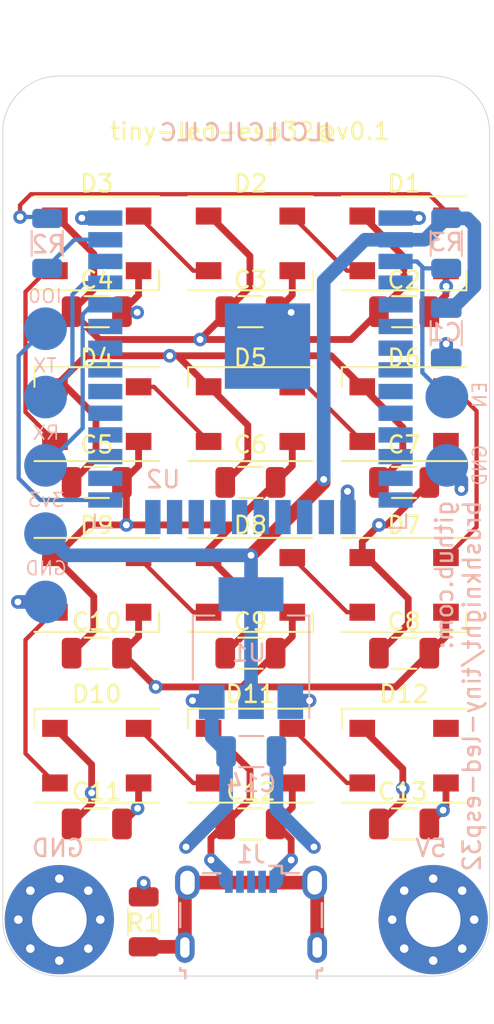
<source format=kicad_pcb>
(kicad_pcb (version 20171130) (host pcbnew "(5.1.12-1-10_14)")

  (general
    (thickness 1.6)
    (drawings 18)
    (tracks 253)
    (zones 0)
    (modules 41)
    (nets 55)
  )

  (page A4)
  (layers
    (0 F.Cu signal)
    (1 In1.Cu power hide)
    (2 In2.Cu power hide)
    (31 B.Cu signal)
    (32 B.Adhes user)
    (33 F.Adhes user)
    (34 B.Paste user)
    (35 F.Paste user)
    (36 B.SilkS user)
    (37 F.SilkS user)
    (38 B.Mask user)
    (39 F.Mask user)
    (40 Dwgs.User user)
    (41 Cmts.User user)
    (42 Eco1.User user)
    (43 Eco2.User user)
    (44 Edge.Cuts user)
    (45 Margin user)
    (46 B.CrtYd user)
    (47 F.CrtYd user)
    (48 B.Fab user)
    (49 F.Fab user)
  )

  (setup
    (last_trace_width 0.25)
    (user_trace_width 0.4)
    (user_trace_width 0.8)
    (trace_clearance 0.2)
    (zone_clearance 0.508)
    (zone_45_only no)
    (trace_min 0.2)
    (via_size 0.8)
    (via_drill 0.4)
    (via_min_size 0.4)
    (via_min_drill 0.3)
    (uvia_size 0.3)
    (uvia_drill 0.1)
    (uvias_allowed no)
    (uvia_min_size 0.2)
    (uvia_min_drill 0.1)
    (edge_width 0.05)
    (segment_width 0.2)
    (pcb_text_width 0.3)
    (pcb_text_size 1.5 1.5)
    (mod_edge_width 0.12)
    (mod_text_size 1 1)
    (mod_text_width 0.15)
    (pad_size 1.524 1.524)
    (pad_drill 0.762)
    (pad_to_mask_clearance 0)
    (aux_axis_origin 0 0)
    (visible_elements FFFFFF7F)
    (pcbplotparams
      (layerselection 0x010fc_ffffffff)
      (usegerberextensions false)
      (usegerberattributes true)
      (usegerberadvancedattributes true)
      (creategerberjobfile true)
      (excludeedgelayer true)
      (linewidth 0.100000)
      (plotframeref false)
      (viasonmask false)
      (mode 1)
      (useauxorigin false)
      (hpglpennumber 1)
      (hpglpenspeed 20)
      (hpglpendiameter 15.000000)
      (psnegative false)
      (psa4output false)
      (plotreference true)
      (plotvalue true)
      (plotinvisibletext false)
      (padsonsilk false)
      (subtractmaskfromsilk false)
      (outputformat 1)
      (mirror false)
      (drillshape 0)
      (scaleselection 1)
      (outputdirectory ""))
  )

  (net 0 "")
  (net 1 +5V)
  (net 2 "Net-(D1-Pad2)")
  (net 3 "Net-(D1-Pad4)")
  (net 4 GND)
  (net 5 "Net-(D2-Pad2)")
  (net 6 "Net-(D3-Pad2)")
  (net 7 "Net-(D4-Pad2)")
  (net 8 "Net-(D5-Pad2)")
  (net 9 "Net-(D6-Pad2)")
  (net 10 "Net-(D7-Pad2)")
  (net 11 "Net-(D8-Pad2)")
  (net 12 "Net-(D10-Pad2)")
  (net 13 "Net-(D10-Pad4)")
  (net 14 "Net-(D11-Pad2)")
  (net 15 "Net-(D12-Pad2)")
  (net 16 "Net-(J1-Pad6)")
  (net 17 "Net-(J1-Pad4)")
  (net 18 "Net-(J1-Pad3)")
  (net 19 "Net-(J1-Pad2)")
  (net 20 +3V3)
  (net 21 G23)
  (net 22 "Net-(U2-Pad36)")
  (net 23 TX)
  (net 24 RX)
  (net 25 "Net-(U2-Pad33)")
  (net 26 "Net-(U2-Pad32)")
  (net 27 "Net-(U2-Pad31)")
  (net 28 "Net-(U2-Pad30)")
  (net 29 "Net-(U2-Pad29)")
  (net 30 "Net-(U2-Pad28)")
  (net 31 "Net-(U2-Pad27)")
  (net 32 "Net-(U2-Pad26)")
  (net 33 "Net-(U2-Pad24)")
  (net 34 "Net-(U2-Pad23)")
  (net 35 "Net-(U2-Pad22)")
  (net 36 "Net-(U2-Pad21)")
  (net 37 "Net-(U2-Pad20)")
  (net 38 "Net-(U2-Pad19)")
  (net 39 "Net-(U2-Pad18)")
  (net 40 "Net-(U2-Pad17)")
  (net 41 "Net-(U2-Pad16)")
  (net 42 "Net-(U2-Pad14)")
  (net 43 "Net-(U2-Pad13)")
  (net 44 "Net-(U2-Pad12)")
  (net 45 "Net-(U2-Pad11)")
  (net 46 "Net-(U2-Pad10)")
  (net 47 "Net-(U2-Pad9)")
  (net 48 "Net-(U2-Pad8)")
  (net 49 "Net-(U2-Pad7)")
  (net 50 "Net-(U2-Pad6)")
  (net 51 "Net-(U2-Pad5)")
  (net 52 "Net-(U2-Pad4)")
  (net 53 EN)
  (net 54 IO0)

  (net_class Default "This is the default net class."
    (clearance 0.2)
    (trace_width 0.25)
    (via_dia 0.8)
    (via_drill 0.4)
    (uvia_dia 0.3)
    (uvia_drill 0.1)
    (add_net +3V3)
    (add_net +5V)
    (add_net EN)
    (add_net G23)
    (add_net GND)
    (add_net IO0)
    (add_net "Net-(D1-Pad2)")
    (add_net "Net-(D1-Pad4)")
    (add_net "Net-(D10-Pad2)")
    (add_net "Net-(D10-Pad4)")
    (add_net "Net-(D11-Pad2)")
    (add_net "Net-(D12-Pad2)")
    (add_net "Net-(D2-Pad2)")
    (add_net "Net-(D3-Pad2)")
    (add_net "Net-(D4-Pad2)")
    (add_net "Net-(D5-Pad2)")
    (add_net "Net-(D6-Pad2)")
    (add_net "Net-(D7-Pad2)")
    (add_net "Net-(D8-Pad2)")
    (add_net "Net-(J1-Pad2)")
    (add_net "Net-(J1-Pad3)")
    (add_net "Net-(J1-Pad4)")
    (add_net "Net-(J1-Pad6)")
    (add_net "Net-(U2-Pad10)")
    (add_net "Net-(U2-Pad11)")
    (add_net "Net-(U2-Pad12)")
    (add_net "Net-(U2-Pad13)")
    (add_net "Net-(U2-Pad14)")
    (add_net "Net-(U2-Pad16)")
    (add_net "Net-(U2-Pad17)")
    (add_net "Net-(U2-Pad18)")
    (add_net "Net-(U2-Pad19)")
    (add_net "Net-(U2-Pad20)")
    (add_net "Net-(U2-Pad21)")
    (add_net "Net-(U2-Pad22)")
    (add_net "Net-(U2-Pad23)")
    (add_net "Net-(U2-Pad24)")
    (add_net "Net-(U2-Pad26)")
    (add_net "Net-(U2-Pad27)")
    (add_net "Net-(U2-Pad28)")
    (add_net "Net-(U2-Pad29)")
    (add_net "Net-(U2-Pad30)")
    (add_net "Net-(U2-Pad31)")
    (add_net "Net-(U2-Pad32)")
    (add_net "Net-(U2-Pad33)")
    (add_net "Net-(U2-Pad36)")
    (add_net "Net-(U2-Pad4)")
    (add_net "Net-(U2-Pad5)")
    (add_net "Net-(U2-Pad6)")
    (add_net "Net-(U2-Pad7)")
    (add_net "Net-(U2-Pad8)")
    (add_net "Net-(U2-Pad9)")
    (add_net RX)
    (add_net TX)
  )

  (module RF_Module:ESP32-WROOM-32 (layer B.Cu) (tedit 61F179CB) (tstamp 61F05235)
    (at 153 92.7735 180)
    (descr "Single 2.4 GHz Wi-Fi and Bluetooth combo chip https://www.espressif.com/sites/default/files/documentation/esp32-wroom-32_datasheet_en.pdf")
    (tags "Single 2.4 GHz Wi-Fi and Bluetooth combo  chip")
    (path /61F036A7)
    (attr smd)
    (fp_text reference U2 (at 5.1085 -7.0485 180) (layer B.SilkS)
      (effects (font (size 1 1) (thickness 0.15)) (justify mirror))
    )
    (fp_text value ESP32-WROOM-32 (at 0 -11.5 180) (layer B.Fab)
      (effects (font (size 1 1) (thickness 0.15)) (justify mirror))
    )
    (fp_line (start 9.12 -9.88) (end 8.12 -9.88) (layer B.SilkS) (width 0.12))
    (fp_line (start 9.12 -9.1) (end 9.12 -9.88) (layer B.SilkS) (width 0.12))
    (fp_line (start -9.12 -9.88) (end -8.12 -9.88) (layer B.SilkS) (width 0.12))
    (fp_line (start -9.12 -9.1) (end -9.12 -9.88) (layer B.SilkS) (width 0.12))
    (fp_line (start 8.4 20.6) (end 8.2 20.4) (layer Cmts.User) (width 0.1))
    (fp_line (start 8.4 16) (end 8.4 20.6) (layer Cmts.User) (width 0.1))
    (fp_line (start 8.4 20.6) (end 8.6 20.4) (layer Cmts.User) (width 0.1))
    (fp_line (start 8.4 16) (end 8.6 16.2) (layer Cmts.User) (width 0.1))
    (fp_line (start 8.4 16) (end 8.2 16.2) (layer Cmts.User) (width 0.1))
    (fp_line (start -9.2 13.875) (end -9.4 14.075) (layer Cmts.User) (width 0.1))
    (fp_line (start -13.8 13.875) (end -9.2 13.875) (layer Cmts.User) (width 0.1))
    (fp_line (start -9.2 13.875) (end -9.4 13.675) (layer Cmts.User) (width 0.1))
    (fp_line (start -13.8 13.875) (end -13.6 13.675) (layer Cmts.User) (width 0.1))
    (fp_line (start -13.8 13.875) (end -13.6 14.075) (layer Cmts.User) (width 0.1))
    (fp_line (start 9.2 13.875) (end 9.4 13.675) (layer Cmts.User) (width 0.1))
    (fp_line (start 9.2 13.875) (end 9.4 14.075) (layer Cmts.User) (width 0.1))
    (fp_line (start 13.8 13.875) (end 13.6 13.675) (layer Cmts.User) (width 0.1))
    (fp_line (start 13.8 13.875) (end 13.6 14.075) (layer Cmts.User) (width 0.1))
    (fp_line (start 9.2 13.875) (end 13.8 13.875) (layer Cmts.User) (width 0.1))
    (fp_line (start 14 11.585) (end 12 9.97) (layer Dwgs.User) (width 0.1))
    (fp_line (start 14 13.2) (end 10 9.97) (layer Dwgs.User) (width 0.1))
    (fp_line (start 14 14.815) (end 8 9.97) (layer Dwgs.User) (width 0.1))
    (fp_line (start 14 16.43) (end 6 9.97) (layer Dwgs.User) (width 0.1))
    (fp_line (start 14 18.045) (end 4 9.97) (layer Dwgs.User) (width 0.1))
    (fp_line (start 14 19.66) (end 2 9.97) (layer Dwgs.User) (width 0.1))
    (fp_line (start 13.475 20.75) (end 0 9.97) (layer Dwgs.User) (width 0.1))
    (fp_line (start 11.475 20.75) (end -2 9.97) (layer Dwgs.User) (width 0.1))
    (fp_line (start 9.475 20.75) (end -4 9.97) (layer Dwgs.User) (width 0.1))
    (fp_line (start 7.475 20.75) (end -6 9.97) (layer Dwgs.User) (width 0.1))
    (fp_line (start -8 9.97) (end 5.475 20.75) (layer Dwgs.User) (width 0.1))
    (fp_line (start 3.475 20.75) (end -10 9.97) (layer Dwgs.User) (width 0.1))
    (fp_line (start 1.475 20.75) (end -12 9.97) (layer Dwgs.User) (width 0.1))
    (fp_line (start -0.525 20.75) (end -14 9.97) (layer Dwgs.User) (width 0.1))
    (fp_line (start -2.525 20.75) (end -14 11.585) (layer Dwgs.User) (width 0.1))
    (fp_line (start -4.525 20.75) (end -14 13.2) (layer Dwgs.User) (width 0.1))
    (fp_line (start -6.525 20.75) (end -14 14.815) (layer Dwgs.User) (width 0.1))
    (fp_line (start -8.525 20.75) (end -14 16.43) (layer Dwgs.User) (width 0.1))
    (fp_line (start -10.525 20.75) (end -14 18.045) (layer Dwgs.User) (width 0.1))
    (fp_line (start -12.525 20.75) (end -14 19.66) (layer Dwgs.User) (width 0.1))
    (fp_line (start 9.75 9.72) (end 14.25 9.72) (layer B.CrtYd) (width 0.05))
    (fp_line (start -14.25 9.72) (end -9.75 9.72) (layer B.CrtYd) (width 0.05))
    (fp_line (start 14.25 21) (end 14.25 9.72) (layer B.CrtYd) (width 0.05))
    (fp_line (start -14.25 21) (end -14.25 9.72) (layer B.CrtYd) (width 0.05))
    (fp_line (start 14 20.75) (end -14 20.75) (layer Dwgs.User) (width 0.1))
    (fp_line (start 14 9.97) (end 14 20.75) (layer Dwgs.User) (width 0.1))
    (fp_line (start 14 9.97) (end -14 9.97) (layer Dwgs.User) (width 0.1))
    (fp_line (start -9 9.02) (end -8.5 9.52) (layer B.Fab) (width 0.1))
    (fp_line (start -8.5 9.52) (end -9 10.02) (layer B.Fab) (width 0.1))
    (fp_line (start -9 9.02) (end -9 -9.76) (layer B.Fab) (width 0.1))
    (fp_line (start -14.25 21) (end 14.25 21) (layer B.CrtYd) (width 0.05))
    (fp_line (start 9.75 9.72) (end 9.75 -10.5) (layer B.CrtYd) (width 0.05))
    (fp_line (start -9.75 -10.5) (end 9.75 -10.5) (layer B.CrtYd) (width 0.05))
    (fp_line (start -9.75 -10.5) (end -9.75 9.72) (layer B.CrtYd) (width 0.05))
    (fp_line (start -9 15.745) (end 9 15.745) (layer B.Fab) (width 0.1))
    (fp_line (start -9 15.745) (end -9 10.02) (layer B.Fab) (width 0.1))
    (fp_line (start -9 -9.76) (end 9 -9.76) (layer B.Fab) (width 0.1))
    (fp_line (start 9 -9.76) (end 9 15.745) (layer B.Fab) (width 0.1))
    (fp_line (start -14 9.97) (end -14 20.75) (layer Dwgs.User) (width 0.1))
    (fp_text user "5 mm" (at 7.8 19.075 90) (layer Cmts.User)
      (effects (font (size 0.5 0.5) (thickness 0.1)))
    )
    (fp_text user "5 mm" (at -11.2 14.375 180) (layer Cmts.User)
      (effects (font (size 0.5 0.5) (thickness 0.1)))
    )
    (fp_text user "5 mm" (at 11.8 14.375 180) (layer Cmts.User)
      (effects (font (size 0.5 0.5) (thickness 0.1)))
    )
    (fp_text user Antenna (at 0 13 180) (layer Cmts.User)
      (effects (font (size 1 1) (thickness 0.15)))
    )
    (fp_text user "KEEP-OUT ZONE" (at 0 19 180) (layer Cmts.User)
      (effects (font (size 1 1) (thickness 0.15)))
    )
    (fp_text user %R (at 0 0 180) (layer B.Fab)
      (effects (font (size 1 1) (thickness 0.15)) (justify mirror))
    )
    (pad 38 smd rect (at 8.5 8.255 180) (size 2 0.9) (layers B.Cu B.Paste B.Mask)
      (net 4 GND))
    (pad 37 smd rect (at 8.5 6.985 180) (size 2 0.9) (layers B.Cu B.Paste B.Mask)
      (net 21 G23))
    (pad 36 smd rect (at 8.5 5.715 180) (size 2 0.9) (layers B.Cu B.Paste B.Mask)
      (net 22 "Net-(U2-Pad36)"))
    (pad 35 smd rect (at 8.5 4.445 180) (size 2 0.9) (layers B.Cu B.Paste B.Mask)
      (net 23 TX))
    (pad 34 smd rect (at 8.5 3.175 180) (size 2 0.9) (layers B.Cu B.Paste B.Mask)
      (net 24 RX))
    (pad 33 smd rect (at 8.5 1.905 180) (size 2 0.9) (layers B.Cu B.Paste B.Mask)
      (net 25 "Net-(U2-Pad33)"))
    (pad 32 smd rect (at 8.5 0.635 180) (size 2 0.9) (layers B.Cu B.Paste B.Mask)
      (net 26 "Net-(U2-Pad32)"))
    (pad 31 smd rect (at 8.5 -0.635 180) (size 2 0.9) (layers B.Cu B.Paste B.Mask)
      (net 27 "Net-(U2-Pad31)"))
    (pad 30 smd rect (at 8.5 -1.905 180) (size 2 0.9) (layers B.Cu B.Paste B.Mask)
      (net 28 "Net-(U2-Pad30)"))
    (pad 29 smd rect (at 8.5 -3.175 180) (size 2 0.9) (layers B.Cu B.Paste B.Mask)
      (net 29 "Net-(U2-Pad29)"))
    (pad 28 smd rect (at 8.5 -4.445 180) (size 2 0.9) (layers B.Cu B.Paste B.Mask)
      (net 30 "Net-(U2-Pad28)"))
    (pad 27 smd rect (at 8.5 -5.715 180) (size 2 0.9) (layers B.Cu B.Paste B.Mask)
      (net 31 "Net-(U2-Pad27)"))
    (pad 26 smd rect (at 8.5 -6.985 180) (size 2 0.9) (layers B.Cu B.Paste B.Mask)
      (net 32 "Net-(U2-Pad26)"))
    (pad 25 smd rect (at 8.5 -8.255 180) (size 2 0.9) (layers B.Cu B.Paste B.Mask)
      (net 54 IO0))
    (pad 24 smd rect (at 5.715 -9.255 90) (size 2 0.9) (layers B.Cu B.Paste B.Mask)
      (net 33 "Net-(U2-Pad24)"))
    (pad 23 smd rect (at 4.445 -9.255 90) (size 2 0.9) (layers B.Cu B.Paste B.Mask)
      (net 34 "Net-(U2-Pad23)"))
    (pad 22 smd rect (at 3.175 -9.255 90) (size 2 0.9) (layers B.Cu B.Paste B.Mask)
      (net 35 "Net-(U2-Pad22)"))
    (pad 21 smd rect (at 1.905 -9.255 90) (size 2 0.9) (layers B.Cu B.Paste B.Mask)
      (net 36 "Net-(U2-Pad21)"))
    (pad 20 smd rect (at 0.635 -9.255 90) (size 2 0.9) (layers B.Cu B.Paste B.Mask)
      (net 37 "Net-(U2-Pad20)"))
    (pad 19 smd rect (at -0.635 -9.255 90) (size 2 0.9) (layers B.Cu B.Paste B.Mask)
      (net 38 "Net-(U2-Pad19)"))
    (pad 18 smd rect (at -1.905 -9.255 90) (size 2 0.9) (layers B.Cu B.Paste B.Mask)
      (net 39 "Net-(U2-Pad18)"))
    (pad 17 smd rect (at -3.175 -9.255 90) (size 2 0.9) (layers B.Cu B.Paste B.Mask)
      (net 40 "Net-(U2-Pad17)"))
    (pad 16 smd rect (at -4.445 -9.255 90) (size 2 0.9) (layers B.Cu B.Paste B.Mask)
      (net 41 "Net-(U2-Pad16)"))
    (pad 15 smd rect (at -5.715 -9.255 90) (size 2 0.9) (layers B.Cu B.Paste B.Mask)
      (net 4 GND))
    (pad 14 smd rect (at -8.5 -8.255 180) (size 2 0.9) (layers B.Cu B.Paste B.Mask)
      (net 42 "Net-(U2-Pad14)"))
    (pad 13 smd rect (at -8.5 -6.985 180) (size 2 0.9) (layers B.Cu B.Paste B.Mask)
      (net 43 "Net-(U2-Pad13)"))
    (pad 12 smd rect (at -8.5 -5.715 180) (size 2 0.9) (layers B.Cu B.Paste B.Mask)
      (net 44 "Net-(U2-Pad12)"))
    (pad 11 smd rect (at -8.5 -4.445 180) (size 2 0.9) (layers B.Cu B.Paste B.Mask)
      (net 45 "Net-(U2-Pad11)"))
    (pad 10 smd rect (at -8.5 -3.175 180) (size 2 0.9) (layers B.Cu B.Paste B.Mask)
      (net 46 "Net-(U2-Pad10)"))
    (pad 9 smd rect (at -8.5 -1.905 180) (size 2 0.9) (layers B.Cu B.Paste B.Mask)
      (net 47 "Net-(U2-Pad9)"))
    (pad 8 smd rect (at -8.5 -0.635 180) (size 2 0.9) (layers B.Cu B.Paste B.Mask)
      (net 48 "Net-(U2-Pad8)"))
    (pad 7 smd rect (at -8.5 0.635 180) (size 2 0.9) (layers B.Cu B.Paste B.Mask)
      (net 49 "Net-(U2-Pad7)"))
    (pad 6 smd rect (at -8.5 1.905 180) (size 2 0.9) (layers B.Cu B.Paste B.Mask)
      (net 50 "Net-(U2-Pad6)"))
    (pad 5 smd rect (at -8.5 3.175 180) (size 2 0.9) (layers B.Cu B.Paste B.Mask)
      (net 51 "Net-(U2-Pad5)"))
    (pad 4 smd rect (at -8.5 4.445 180) (size 2 0.9) (layers B.Cu B.Paste B.Mask)
      (net 52 "Net-(U2-Pad4)"))
    (pad 3 smd rect (at -8.5 5.715 180) (size 2 0.9) (layers B.Cu B.Paste B.Mask)
      (net 53 EN))
    (pad 2 smd rect (at -8.5 6.985 180) (size 2 0.9) (layers B.Cu B.Paste B.Mask)
      (net 20 +3V3))
    (pad 1 smd rect (at -8.5 8.255 180) (size 2 0.9) (layers B.Cu B.Paste B.Mask)
      (net 4 GND))
    (pad 39 smd rect (at -1 0.755 180) (size 5 5) (layers B.Cu B.Paste B.Mask)
      (net 4 GND))
    (model ${KISYS3DMOD}/RF_Module.3dshapes/ESP32-WROOM-32.wrl
      (at (xyz 0 0 0))
      (scale (xyz 1 1 1))
      (rotate (xyz 0 0 0))
    )
  )

  (module TestPoint:TestPoint_Pad_D2.5mm (layer B.Cu) (tedit 61F174C3) (tstamp 61F215D4)
    (at 141 91)
    (descr "SMD pad as test Point, diameter 2.5mm")
    (tags "test point SMD pad")
    (path /62245454)
    (attr virtual)
    (fp_text reference TP7 (at 0 2.148) (layer B.SilkS) hide
      (effects (font (size 1 1) (thickness 0.15)) (justify mirror))
    )
    (fp_text value TestPoint (at 0 -2.25) (layer B.Fab) hide
      (effects (font (size 1 1) (thickness 0.15)) (justify mirror))
    )
    (fp_circle (center 0 0) (end 1.27 0) (layer B.CrtYd) (width 0.05))
    (fp_text user %R (at 0 2.15) (layer B.Fab) hide
      (effects (font (size 1 1) (thickness 0.15)) (justify mirror))
    )
    (pad 1 smd circle (at 0 0) (size 2.5 2.5) (layers B.Cu B.Mask)
      (net 54 IO0))
  )

  (module TestPoint:TestPoint_Pad_D2.5mm (layer B.Cu) (tedit 61F17332) (tstamp 61F1593F)
    (at 164.5 99)
    (descr "SMD pad as test Point, diameter 2.5mm")
    (tags "test point SMD pad")
    (path /620588C2)
    (attr virtual)
    (fp_text reference TP2 (at 0 2.148) (layer B.SilkS) hide
      (effects (font (size 1 1) (thickness 0.15)) (justify mirror))
    )
    (fp_text value TestPoint (at 0 -2.25) (layer B.Fab) hide
      (effects (font (size 1 1) (thickness 0.15)) (justify mirror))
    )
    (fp_circle (center 0 0) (end 1.27 -0.127) (layer B.CrtYd) (width 0.05))
    (fp_text user %R (at 0 2.15) (layer B.Fab) hide
      (effects (font (size 1 1) (thickness 0.15)) (justify mirror))
    )
    (pad 1 smd circle (at 0 0) (size 2.5 2.5) (layers B.Cu B.Mask)
      (net 4 GND))
  )

  (module TestPoint:TestPoint_Pad_D2.5mm (layer B.Cu) (tedit 61F17327) (tstamp 61F15937)
    (at 164.5 95)
    (descr "SMD pad as test Point, diameter 2.5mm")
    (tags "test point SMD pad")
    (path /6205A8CE)
    (attr virtual)
    (fp_text reference TP1 (at 0 2.148) (layer B.SilkS) hide
      (effects (font (size 1 1) (thickness 0.15)) (justify mirror))
    )
    (fp_text value TestPoint (at 0 -2.25) (layer B.Fab) hide
      (effects (font (size 1 1) (thickness 0.15)) (justify mirror))
    )
    (fp_circle (center 0 0) (end 1.27 0) (layer B.CrtYd) (width 0.05))
    (fp_text user %R (at 0 2.15) (layer B.Fab) hide
      (effects (font (size 1 1) (thickness 0.15)) (justify mirror))
    )
    (pad 1 smd circle (at 0 0) (size 2.5 2.5) (layers B.Cu B.Mask)
      (net 53 EN))
  )

  (module TestPoint:TestPoint_Pad_D2.5mm (layer B.Cu) (tedit 61F172A8) (tstamp 61F1594F)
    (at 141 95)
    (descr "SMD pad as test Point, diameter 2.5mm")
    (tags "test point SMD pad")
    (path /622101B2)
    (attr virtual)
    (fp_text reference TP4 (at 0 2.148) (layer B.SilkS) hide
      (effects (font (size 1 1) (thickness 0.15)) (justify mirror))
    )
    (fp_text value TestPoint (at 0 -2.25) (layer B.Fab) hide
      (effects (font (size 1 1) (thickness 0.15)) (justify mirror))
    )
    (fp_circle (center 0 0) (end 1.27 0) (layer B.CrtYd) (width 0.05))
    (fp_text user %R (at 0 2.15) (layer B.Fab) hide
      (effects (font (size 1 1) (thickness 0.15)) (justify mirror))
    )
    (pad 1 smd circle (at 0 0) (size 2.5 2.5) (layers B.Cu B.Mask)
      (net 23 TX))
  )

  (module TestPoint:TestPoint_Pad_D2.5mm (layer B.Cu) (tedit 61F1729F) (tstamp 61F15947)
    (at 141 99)
    (descr "SMD pad as test Point, diameter 2.5mm")
    (tags "test point SMD pad")
    (path /6220D0D8)
    (attr virtual)
    (fp_text reference TP3 (at 0 2.148) (layer B.SilkS) hide
      (effects (font (size 1 1) (thickness 0.15)) (justify mirror))
    )
    (fp_text value TestPoint (at 0 -2.25) (layer B.Fab) hide
      (effects (font (size 1 1) (thickness 0.15)) (justify mirror))
    )
    (fp_circle (center 0 0) (end 1.27 0) (layer B.CrtYd) (width 0.05))
    (fp_text user %R (at 0 2.15) (layer B.Fab) hide
      (effects (font (size 1 1) (thickness 0.15)) (justify mirror))
    )
    (pad 1 smd circle (at 0 0) (size 2.5 2.5) (layers B.Cu B.Mask)
      (net 24 RX))
  )

  (module TestPoint:TestPoint_Pad_D2.5mm (layer B.Cu) (tedit 61F17270) (tstamp 61F15957)
    (at 141 103)
    (descr "SMD pad as test Point, diameter 2.5mm")
    (tags "test point SMD pad")
    (path /62210565)
    (attr virtual)
    (fp_text reference TP5 (at 0 2.148) (layer B.SilkS) hide
      (effects (font (size 1 1) (thickness 0.15)) (justify mirror))
    )
    (fp_text value TestPoint (at 0 -2.25) (layer B.Fab) hide
      (effects (font (size 1 1) (thickness 0.15)) (justify mirror))
    )
    (fp_circle (center 0 0) (end 1.27 0) (layer B.CrtYd) (width 0.05))
    (fp_text user %R (at 0 2.15) (layer B.Fab) hide
      (effects (font (size 1 1) (thickness 0.15)) (justify mirror))
    )
    (pad 1 smd circle (at 0 0) (size 2.5 2.5) (layers B.Cu B.Mask)
      (net 20 +3V3))
  )

  (module TestPoint:TestPoint_Pad_D2.5mm (layer B.Cu) (tedit 61F17258) (tstamp 61F1595F)
    (at 141 107)
    (descr "SMD pad as test Point, diameter 2.5mm")
    (tags "test point SMD pad")
    (path /622109DC)
    (attr virtual)
    (fp_text reference TP6 (at 0 2.148) (layer B.SilkS) hide
      (effects (font (size 1 1) (thickness 0.15)) (justify mirror))
    )
    (fp_text value TestPoint (at 0 -2.25) (layer B.Fab) hide
      (effects (font (size 1 1) (thickness 0.15)) (justify mirror))
    )
    (fp_circle (center 0 0) (end 1.27 0) (layer B.CrtYd) (width 0.05))
    (fp_text user %R (at 0 2.15) (layer B.Fab) hide
      (effects (font (size 1 1) (thickness 0.15)) (justify mirror))
    )
    (pad 1 smd circle (at 0 0) (size 2.5 2.5) (layers B.Cu B.Mask)
      (net 4 GND))
  )

  (module MountingHole:MountingHole_3.2mm_M3_Pad_Via (layer F.Cu) (tedit 56DDBCCA) (tstamp 61F25355)
    (at 163.703 125.603)
    (descr "Mounting Hole 3.2mm, M3")
    (tags "mounting hole 3.2mm m3")
    (path /621A0917)
    (attr virtual)
    (fp_text reference H2 (at 0 -4.2) (layer F.SilkS) hide
      (effects (font (size 1 1) (thickness 0.15)))
    )
    (fp_text value 5V (at -0.127 -4.191 180) (layer B.SilkS)
      (effects (font (size 1 1) (thickness 0.15)) (justify mirror))
    )
    (fp_circle (center 0 0) (end 3.2 0) (layer Cmts.User) (width 0.15))
    (fp_circle (center 0 0) (end 3.45 0) (layer F.CrtYd) (width 0.05))
    (fp_text user %R (at 0.3 0) (layer F.Fab) hide
      (effects (font (size 1 1) (thickness 0.15)))
    )
    (pad 1 thru_hole circle (at 1.697056 -1.697056) (size 0.8 0.8) (drill 0.5) (layers *.Cu *.Mask)
      (net 1 +5V))
    (pad 1 thru_hole circle (at 0 -2.4) (size 0.8 0.8) (drill 0.5) (layers *.Cu *.Mask)
      (net 1 +5V))
    (pad 1 thru_hole circle (at -1.697056 -1.697056) (size 0.8 0.8) (drill 0.5) (layers *.Cu *.Mask)
      (net 1 +5V))
    (pad 1 thru_hole circle (at -2.4 0) (size 0.8 0.8) (drill 0.5) (layers *.Cu *.Mask)
      (net 1 +5V))
    (pad 1 thru_hole circle (at -1.697056 1.697056) (size 0.8 0.8) (drill 0.5) (layers *.Cu *.Mask)
      (net 1 +5V))
    (pad 1 thru_hole circle (at 0 2.4) (size 0.8 0.8) (drill 0.5) (layers *.Cu *.Mask)
      (net 1 +5V))
    (pad 1 thru_hole circle (at 1.697056 1.697056) (size 0.8 0.8) (drill 0.5) (layers *.Cu *.Mask)
      (net 1 +5V))
    (pad 1 thru_hole circle (at 2.4 0) (size 0.8 0.8) (drill 0.5) (layers *.Cu *.Mask)
      (net 1 +5V))
    (pad 1 thru_hole circle (at 0 0) (size 6.4 6.4) (drill 3.2) (layers *.Cu *.Mask)
      (net 1 +5V))
  )

  (module MountingHole:MountingHole_3.2mm_M3_Pad_Via (layer F.Cu) (tedit 56DDBCCA) (tstamp 61F25345)
    (at 141.8082 125.603)
    (descr "Mounting Hole 3.2mm, M3")
    (tags "mounting hole 3.2mm m3")
    (path /6219DFBD)
    (attr virtual)
    (fp_text reference H1 (at 0 -4.2) (layer F.SilkS) hide
      (effects (font (size 1 1) (thickness 0.15)))
    )
    (fp_text value GND (at -0.0762 -4.191 180) (layer B.SilkS)
      (effects (font (size 1 1) (thickness 0.15)) (justify mirror))
    )
    (fp_circle (center 0 0) (end 3.2 0) (layer Cmts.User) (width 0.15))
    (fp_circle (center 0 0) (end 3.45 0) (layer F.CrtYd) (width 0.05))
    (fp_text user %R (at 0.3 0) (layer F.Fab) hide
      (effects (font (size 1 1) (thickness 0.15)))
    )
    (pad 1 thru_hole circle (at 1.697056 -1.697056) (size 0.8 0.8) (drill 0.5) (layers *.Cu *.Mask)
      (net 4 GND))
    (pad 1 thru_hole circle (at 0 -2.4) (size 0.8 0.8) (drill 0.5) (layers *.Cu *.Mask)
      (net 4 GND))
    (pad 1 thru_hole circle (at -1.697056 -1.697056) (size 0.8 0.8) (drill 0.5) (layers *.Cu *.Mask)
      (net 4 GND))
    (pad 1 thru_hole circle (at -2.4 0) (size 0.8 0.8) (drill 0.5) (layers *.Cu *.Mask)
      (net 4 GND))
    (pad 1 thru_hole circle (at -1.697056 1.697056) (size 0.8 0.8) (drill 0.5) (layers *.Cu *.Mask)
      (net 4 GND))
    (pad 1 thru_hole circle (at 0 2.4) (size 0.8 0.8) (drill 0.5) (layers *.Cu *.Mask)
      (net 4 GND))
    (pad 1 thru_hole circle (at 1.697056 1.697056) (size 0.8 0.8) (drill 0.5) (layers *.Cu *.Mask)
      (net 4 GND))
    (pad 1 thru_hole circle (at 2.4 0) (size 0.8 0.8) (drill 0.5) (layers *.Cu *.Mask)
      (net 4 GND))
    (pad 1 thru_hole circle (at 0 0) (size 6.4 6.4) (drill 3.2) (layers *.Cu *.Mask)
      (net 4 GND))
  )

  (module Resistor_SMD:R_1206_3216Metric (layer B.Cu) (tedit 5F68FEEE) (tstamp 61F06903)
    (at 164.465 86 90)
    (descr "Resistor SMD 1206 (3216 Metric), square (rectangular) end terminal, IPC_7351 nominal, (Body size source: IPC-SM-782 page 72, https://www.pcb-3d.com/wordpress/wp-content/uploads/ipc-sm-782a_amendment_1_and_2.pdf), generated with kicad-footprint-generator")
    (tags resistor)
    (path /620436AE)
    (attr smd)
    (fp_text reference R3 (at 0.0615 0) (layer B.SilkS)
      (effects (font (size 1 1) (thickness 0.15)) (justify mirror))
    )
    (fp_text value 10k (at 0 -1.82 270) (layer B.Fab)
      (effects (font (size 1 1) (thickness 0.15)) (justify mirror))
    )
    (fp_line (start 2.28 -1.12) (end -2.28 -1.12) (layer B.CrtYd) (width 0.05))
    (fp_line (start 2.28 1.12) (end 2.28 -1.12) (layer B.CrtYd) (width 0.05))
    (fp_line (start -2.28 1.12) (end 2.28 1.12) (layer B.CrtYd) (width 0.05))
    (fp_line (start -2.28 -1.12) (end -2.28 1.12) (layer B.CrtYd) (width 0.05))
    (fp_line (start -0.727064 -0.91) (end 0.727064 -0.91) (layer B.SilkS) (width 0.12))
    (fp_line (start -0.727064 0.91) (end 0.727064 0.91) (layer B.SilkS) (width 0.12))
    (fp_line (start 1.6 -0.8) (end -1.6 -0.8) (layer B.Fab) (width 0.1))
    (fp_line (start 1.6 0.8) (end 1.6 -0.8) (layer B.Fab) (width 0.1))
    (fp_line (start -1.6 0.8) (end 1.6 0.8) (layer B.Fab) (width 0.1))
    (fp_line (start -1.6 -0.8) (end -1.6 0.8) (layer B.Fab) (width 0.1))
    (fp_text user %R (at 0 0 270) (layer B.Fab)
      (effects (font (size 0.8 0.8) (thickness 0.12)) (justify mirror))
    )
    (pad 2 smd roundrect (at 1.4625 0 90) (size 1.125 1.75) (layers B.Cu B.Paste B.Mask) (roundrect_rratio 0.2222213333333333)
      (net 20 +3V3))
    (pad 1 smd roundrect (at -1.4625 0 90) (size 1.125 1.75) (layers B.Cu B.Paste B.Mask) (roundrect_rratio 0.2222213333333333)
      (net 53 EN))
    (model ${KISYS3DMOD}/Resistor_SMD.3dshapes/R_1206_3216Metric.wrl
      (at (xyz 0 0 0))
      (scale (xyz 1 1 1))
      (rotate (xyz 0 0 0))
    )
  )

  (module Resistor_SMD:R_1206_3216Metric (layer B.Cu) (tedit 5F68FEEE) (tstamp 61F068F2)
    (at 141.097 86 270)
    (descr "Resistor SMD 1206 (3216 Metric), square (rectangular) end terminal, IPC_7351 nominal, (Body size source: IPC-SM-782 page 72, https://www.pcb-3d.com/wordpress/wp-content/uploads/ipc-sm-782a_amendment_1_and_2.pdf), generated with kicad-footprint-generator")
    (tags resistor)
    (path /62026599)
    (attr smd)
    (fp_text reference R2 (at 0.0635 -0.0635) (layer B.SilkS)
      (effects (font (size 1 1) (thickness 0.15)) (justify mirror))
    )
    (fp_text value 150 (at 0 -1.82 270) (layer B.Fab)
      (effects (font (size 1 1) (thickness 0.15)) (justify mirror))
    )
    (fp_line (start 2.28 -1.12) (end -2.28 -1.12) (layer B.CrtYd) (width 0.05))
    (fp_line (start 2.28 1.12) (end 2.28 -1.12) (layer B.CrtYd) (width 0.05))
    (fp_line (start -2.28 1.12) (end 2.28 1.12) (layer B.CrtYd) (width 0.05))
    (fp_line (start -2.28 -1.12) (end -2.28 1.12) (layer B.CrtYd) (width 0.05))
    (fp_line (start -0.727064 -0.91) (end 0.727064 -0.91) (layer B.SilkS) (width 0.12))
    (fp_line (start -0.727064 0.91) (end 0.727064 0.91) (layer B.SilkS) (width 0.12))
    (fp_line (start 1.6 -0.8) (end -1.6 -0.8) (layer B.Fab) (width 0.1))
    (fp_line (start 1.6 0.8) (end 1.6 -0.8) (layer B.Fab) (width 0.1))
    (fp_line (start -1.6 0.8) (end 1.6 0.8) (layer B.Fab) (width 0.1))
    (fp_line (start -1.6 -0.8) (end -1.6 0.8) (layer B.Fab) (width 0.1))
    (fp_text user %R (at 0 0 270) (layer B.Fab)
      (effects (font (size 0.8 0.8) (thickness 0.12)) (justify mirror))
    )
    (pad 2 smd roundrect (at 1.4625 0 270) (size 1.125 1.75) (layers B.Cu B.Paste B.Mask) (roundrect_rratio 0.2222213333333333)
      (net 21 G23))
    (pad 1 smd roundrect (at -1.4625 0 270) (size 1.125 1.75) (layers B.Cu B.Paste B.Mask) (roundrect_rratio 0.2222213333333333)
      (net 3 "Net-(D1-Pad4)"))
    (model ${KISYS3DMOD}/Resistor_SMD.3dshapes/R_1206_3216Metric.wrl
      (at (xyz 0 0 0))
      (scale (xyz 1 1 1))
      (rotate (xyz 0 0 0))
    )
  )

  (module Resistor_SMD:R_1206_3216Metric (layer F.Cu) (tedit 5F68FEEE) (tstamp 61F068E1)
    (at 146.7485 125.732 90)
    (descr "Resistor SMD 1206 (3216 Metric), square (rectangular) end terminal, IPC_7351 nominal, (Body size source: IPC-SM-782 page 72, https://www.pcb-3d.com/wordpress/wp-content/uploads/ipc-sm-782a_amendment_1_and_2.pdf), generated with kicad-footprint-generator")
    (tags resistor)
    (path /61F3D5E3)
    (attr smd)
    (fp_text reference R1 (at -0.0615 0 180) (layer F.SilkS)
      (effects (font (size 1 1) (thickness 0.15)))
    )
    (fp_text value 1M (at 0 1.82 90) (layer F.Fab)
      (effects (font (size 1 1) (thickness 0.15)))
    )
    (fp_line (start 2.28 1.12) (end -2.28 1.12) (layer F.CrtYd) (width 0.05))
    (fp_line (start 2.28 -1.12) (end 2.28 1.12) (layer F.CrtYd) (width 0.05))
    (fp_line (start -2.28 -1.12) (end 2.28 -1.12) (layer F.CrtYd) (width 0.05))
    (fp_line (start -2.28 1.12) (end -2.28 -1.12) (layer F.CrtYd) (width 0.05))
    (fp_line (start -0.727064 0.91) (end 0.727064 0.91) (layer F.SilkS) (width 0.12))
    (fp_line (start -0.727064 -0.91) (end 0.727064 -0.91) (layer F.SilkS) (width 0.12))
    (fp_line (start 1.6 0.8) (end -1.6 0.8) (layer F.Fab) (width 0.1))
    (fp_line (start 1.6 -0.8) (end 1.6 0.8) (layer F.Fab) (width 0.1))
    (fp_line (start -1.6 -0.8) (end 1.6 -0.8) (layer F.Fab) (width 0.1))
    (fp_line (start -1.6 0.8) (end -1.6 -0.8) (layer F.Fab) (width 0.1))
    (fp_text user %R (at 0 0 90) (layer F.Fab)
      (effects (font (size 0.8 0.8) (thickness 0.12)))
    )
    (pad 2 smd roundrect (at 1.4625 0 90) (size 1.125 1.75) (layers F.Cu F.Paste F.Mask) (roundrect_rratio 0.2222213333333333)
      (net 4 GND))
    (pad 1 smd roundrect (at -1.4625 0 90) (size 1.125 1.75) (layers F.Cu F.Paste F.Mask) (roundrect_rratio 0.2222213333333333)
      (net 16 "Net-(J1-Pad6)"))
    (model ${KISYS3DMOD}/Resistor_SMD.3dshapes/R_1206_3216Metric.wrl
      (at (xyz 0 0 0))
      (scale (xyz 1 1 1))
      (rotate (xyz 0 0 0))
    )
  )

  (module Capacitor_SMD:C_1206_3216Metric (layer B.Cu) (tedit 5F68FEEE) (tstamp 61F05A54)
    (at 153.0495 115.7605)
    (descr "Capacitor SMD 1206 (3216 Metric), square (rectangular) end terminal, IPC_7351 nominal, (Body size source: IPC-SM-782 page 76, https://www.pcb-3d.com/wordpress/wp-content/uploads/ipc-sm-782a_amendment_1_and_2.pdf), generated with kicad-footprint-generator")
    (tags capacitor)
    (path /6212659F)
    (attr smd)
    (fp_text reference C14 (at 0 1.85 180) (layer B.SilkS)
      (effects (font (size 1 1) (thickness 0.15)) (justify mirror))
    )
    (fp_text value 47uF (at 0 -1.85 180) (layer B.Fab)
      (effects (font (size 1 1) (thickness 0.15)) (justify mirror))
    )
    (fp_line (start 2.3 -1.15) (end -2.3 -1.15) (layer B.CrtYd) (width 0.05))
    (fp_line (start 2.3 1.15) (end 2.3 -1.15) (layer B.CrtYd) (width 0.05))
    (fp_line (start -2.3 1.15) (end 2.3 1.15) (layer B.CrtYd) (width 0.05))
    (fp_line (start -2.3 -1.15) (end -2.3 1.15) (layer B.CrtYd) (width 0.05))
    (fp_line (start -0.711252 -0.91) (end 0.711252 -0.91) (layer B.SilkS) (width 0.12))
    (fp_line (start -0.711252 0.91) (end 0.711252 0.91) (layer B.SilkS) (width 0.12))
    (fp_line (start 1.6 -0.8) (end -1.6 -0.8) (layer B.Fab) (width 0.1))
    (fp_line (start 1.6 0.8) (end 1.6 -0.8) (layer B.Fab) (width 0.1))
    (fp_line (start -1.6 0.8) (end 1.6 0.8) (layer B.Fab) (width 0.1))
    (fp_line (start -1.6 -0.8) (end -1.6 0.8) (layer B.Fab) (width 0.1))
    (fp_text user %R (at 0 0 180) (layer B.Fab)
      (effects (font (size 0.8 0.8) (thickness 0.12)) (justify mirror))
    )
    (pad 2 smd roundrect (at 1.475 0) (size 1.15 1.8) (layers B.Cu B.Paste B.Mask) (roundrect_rratio 0.2173904347826087)
      (net 4 GND))
    (pad 1 smd roundrect (at -1.475 0) (size 1.15 1.8) (layers B.Cu B.Paste B.Mask) (roundrect_rratio 0.2173904347826087)
      (net 1 +5V))
    (model ${KISYS3DMOD}/Capacitor_SMD.3dshapes/C_1206_3216Metric.wrl
      (at (xyz 0 0 0))
      (scale (xyz 1 1 1))
      (rotate (xyz 0 0 0))
    )
  )

  (module Capacitor_SMD:C_1206_3216Metric (layer F.Cu) (tedit 5F68FEEE) (tstamp 61F05A43)
    (at 162 120 180)
    (descr "Capacitor SMD 1206 (3216 Metric), square (rectangular) end terminal, IPC_7351 nominal, (Body size source: IPC-SM-782 page 76, https://www.pcb-3d.com/wordpress/wp-content/uploads/ipc-sm-782a_amendment_1_and_2.pdf), generated with kicad-footprint-generator")
    (tags capacitor)
    (path /61F5C334)
    (attr smd)
    (fp_text reference C13 (at 0.075 1.89) (layer F.SilkS)
      (effects (font (size 1 1) (thickness 0.15)))
    )
    (fp_text value 10pF (at 0 1.85) (layer F.Fab)
      (effects (font (size 1 1) (thickness 0.15)))
    )
    (fp_line (start 2.3 1.15) (end -2.3 1.15) (layer F.CrtYd) (width 0.05))
    (fp_line (start 2.3 -1.15) (end 2.3 1.15) (layer F.CrtYd) (width 0.05))
    (fp_line (start -2.3 -1.15) (end 2.3 -1.15) (layer F.CrtYd) (width 0.05))
    (fp_line (start -2.3 1.15) (end -2.3 -1.15) (layer F.CrtYd) (width 0.05))
    (fp_line (start -0.711252 0.91) (end 0.711252 0.91) (layer F.SilkS) (width 0.12))
    (fp_line (start -0.711252 -0.91) (end 0.711252 -0.91) (layer F.SilkS) (width 0.12))
    (fp_line (start 1.6 0.8) (end -1.6 0.8) (layer F.Fab) (width 0.1))
    (fp_line (start 1.6 -0.8) (end 1.6 0.8) (layer F.Fab) (width 0.1))
    (fp_line (start -1.6 -0.8) (end 1.6 -0.8) (layer F.Fab) (width 0.1))
    (fp_line (start -1.6 0.8) (end -1.6 -0.8) (layer F.Fab) (width 0.1))
    (fp_text user %R (at 0 0) (layer F.Fab)
      (effects (font (size 0.8 0.8) (thickness 0.12)))
    )
    (pad 2 smd roundrect (at 1.475 0 180) (size 1.15 1.8) (layers F.Cu F.Paste F.Mask) (roundrect_rratio 0.2173904347826087)
      (net 4 GND))
    (pad 1 smd roundrect (at -1.475 0 180) (size 1.15 1.8) (layers F.Cu F.Paste F.Mask) (roundrect_rratio 0.2173904347826087)
      (net 1 +5V))
    (model ${KISYS3DMOD}/Capacitor_SMD.3dshapes/C_1206_3216Metric.wrl
      (at (xyz 0 0 0))
      (scale (xyz 1 1 1))
      (rotate (xyz 0 0 0))
    )
  )

  (module Capacitor_SMD:C_1206_3216Metric (layer F.Cu) (tedit 5F68FEEE) (tstamp 61F05A32)
    (at 153 120 180)
    (descr "Capacitor SMD 1206 (3216 Metric), square (rectangular) end terminal, IPC_7351 nominal, (Body size source: IPC-SM-782 page 76, https://www.pcb-3d.com/wordpress/wp-content/uploads/ipc-sm-782a_amendment_1_and_2.pdf), generated with kicad-footprint-generator")
    (tags capacitor)
    (path /61F79915)
    (attr smd)
    (fp_text reference C12 (at -0.035 1.89) (layer F.SilkS)
      (effects (font (size 1 1) (thickness 0.15)))
    )
    (fp_text value 10pF (at 0 1.85) (layer F.Fab)
      (effects (font (size 1 1) (thickness 0.15)))
    )
    (fp_line (start 2.3 1.15) (end -2.3 1.15) (layer F.CrtYd) (width 0.05))
    (fp_line (start 2.3 -1.15) (end 2.3 1.15) (layer F.CrtYd) (width 0.05))
    (fp_line (start -2.3 -1.15) (end 2.3 -1.15) (layer F.CrtYd) (width 0.05))
    (fp_line (start -2.3 1.15) (end -2.3 -1.15) (layer F.CrtYd) (width 0.05))
    (fp_line (start -0.711252 0.91) (end 0.711252 0.91) (layer F.SilkS) (width 0.12))
    (fp_line (start -0.711252 -0.91) (end 0.711252 -0.91) (layer F.SilkS) (width 0.12))
    (fp_line (start 1.6 0.8) (end -1.6 0.8) (layer F.Fab) (width 0.1))
    (fp_line (start 1.6 -0.8) (end 1.6 0.8) (layer F.Fab) (width 0.1))
    (fp_line (start -1.6 -0.8) (end 1.6 -0.8) (layer F.Fab) (width 0.1))
    (fp_line (start -1.6 0.8) (end -1.6 -0.8) (layer F.Fab) (width 0.1))
    (fp_text user %R (at 0 0) (layer F.Fab)
      (effects (font (size 0.8 0.8) (thickness 0.12)))
    )
    (pad 2 smd roundrect (at 1.475 0 180) (size 1.15 1.8) (layers F.Cu F.Paste F.Mask) (roundrect_rratio 0.2173904347826087)
      (net 4 GND))
    (pad 1 smd roundrect (at -1.475 0 180) (size 1.15 1.8) (layers F.Cu F.Paste F.Mask) (roundrect_rratio 0.2173904347826087)
      (net 1 +5V))
    (model ${KISYS3DMOD}/Capacitor_SMD.3dshapes/C_1206_3216Metric.wrl
      (at (xyz 0 0 0))
      (scale (xyz 1 1 1))
      (rotate (xyz 0 0 0))
    )
  )

  (module Capacitor_SMD:C_1206_3216Metric (layer F.Cu) (tedit 5F68FEEE) (tstamp 61F05A21)
    (at 144 120 180)
    (descr "Capacitor SMD 1206 (3216 Metric), square (rectangular) end terminal, IPC_7351 nominal, (Body size source: IPC-SM-782 page 76, https://www.pcb-3d.com/wordpress/wp-content/uploads/ipc-sm-782a_amendment_1_and_2.pdf), generated with kicad-footprint-generator")
    (tags capacitor)
    (path /61F5BB4D)
    (attr smd)
    (fp_text reference C11 (at 0 1.89) (layer F.SilkS)
      (effects (font (size 1 1) (thickness 0.15)))
    )
    (fp_text value 10pF (at 0 1.85) (layer F.Fab)
      (effects (font (size 1 1) (thickness 0.15)))
    )
    (fp_line (start 2.3 1.15) (end -2.3 1.15) (layer F.CrtYd) (width 0.05))
    (fp_line (start 2.3 -1.15) (end 2.3 1.15) (layer F.CrtYd) (width 0.05))
    (fp_line (start -2.3 -1.15) (end 2.3 -1.15) (layer F.CrtYd) (width 0.05))
    (fp_line (start -2.3 1.15) (end -2.3 -1.15) (layer F.CrtYd) (width 0.05))
    (fp_line (start -0.711252 0.91) (end 0.711252 0.91) (layer F.SilkS) (width 0.12))
    (fp_line (start -0.711252 -0.91) (end 0.711252 -0.91) (layer F.SilkS) (width 0.12))
    (fp_line (start 1.6 0.8) (end -1.6 0.8) (layer F.Fab) (width 0.1))
    (fp_line (start 1.6 -0.8) (end 1.6 0.8) (layer F.Fab) (width 0.1))
    (fp_line (start -1.6 -0.8) (end 1.6 -0.8) (layer F.Fab) (width 0.1))
    (fp_line (start -1.6 0.8) (end -1.6 -0.8) (layer F.Fab) (width 0.1))
    (fp_text user %R (at 0 0) (layer F.Fab)
      (effects (font (size 0.8 0.8) (thickness 0.12)))
    )
    (pad 2 smd roundrect (at 1.475 0 180) (size 1.15 1.8) (layers F.Cu F.Paste F.Mask) (roundrect_rratio 0.2173904347826087)
      (net 4 GND))
    (pad 1 smd roundrect (at -1.475 0 180) (size 1.15 1.8) (layers F.Cu F.Paste F.Mask) (roundrect_rratio 0.2173904347826087)
      (net 1 +5V))
    (model ${KISYS3DMOD}/Capacitor_SMD.3dshapes/C_1206_3216Metric.wrl
      (at (xyz 0 0 0))
      (scale (xyz 1 1 1))
      (rotate (xyz 0 0 0))
    )
  )

  (module Capacitor_SMD:C_1206_3216Metric (layer F.Cu) (tedit 5F68FEEE) (tstamp 61F05A10)
    (at 144 110)
    (descr "Capacitor SMD 1206 (3216 Metric), square (rectangular) end terminal, IPC_7351 nominal, (Body size source: IPC-SM-782 page 76, https://www.pcb-3d.com/wordpress/wp-content/uploads/ipc-sm-782a_amendment_1_and_2.pdf), generated with kicad-footprint-generator")
    (tags capacitor)
    (path /61F7990F)
    (attr smd)
    (fp_text reference C10 (at 0 -1.85) (layer F.SilkS)
      (effects (font (size 1 1) (thickness 0.15)))
    )
    (fp_text value 10pF (at 0 1.85) (layer F.Fab)
      (effects (font (size 1 1) (thickness 0.15)))
    )
    (fp_line (start 2.3 1.15) (end -2.3 1.15) (layer F.CrtYd) (width 0.05))
    (fp_line (start 2.3 -1.15) (end 2.3 1.15) (layer F.CrtYd) (width 0.05))
    (fp_line (start -2.3 -1.15) (end 2.3 -1.15) (layer F.CrtYd) (width 0.05))
    (fp_line (start -2.3 1.15) (end -2.3 -1.15) (layer F.CrtYd) (width 0.05))
    (fp_line (start -0.711252 0.91) (end 0.711252 0.91) (layer F.SilkS) (width 0.12))
    (fp_line (start -0.711252 -0.91) (end 0.711252 -0.91) (layer F.SilkS) (width 0.12))
    (fp_line (start 1.6 0.8) (end -1.6 0.8) (layer F.Fab) (width 0.1))
    (fp_line (start 1.6 -0.8) (end 1.6 0.8) (layer F.Fab) (width 0.1))
    (fp_line (start -1.6 -0.8) (end 1.6 -0.8) (layer F.Fab) (width 0.1))
    (fp_line (start -1.6 0.8) (end -1.6 -0.8) (layer F.Fab) (width 0.1))
    (fp_text user %R (at 0 0) (layer F.Fab)
      (effects (font (size 0.8 0.8) (thickness 0.12)))
    )
    (pad 2 smd roundrect (at 1.475 0) (size 1.15 1.8) (layers F.Cu F.Paste F.Mask) (roundrect_rratio 0.2173904347826087)
      (net 4 GND))
    (pad 1 smd roundrect (at -1.475 0) (size 1.15 1.8) (layers F.Cu F.Paste F.Mask) (roundrect_rratio 0.2173904347826087)
      (net 1 +5V))
    (model ${KISYS3DMOD}/Capacitor_SMD.3dshapes/C_1206_3216Metric.wrl
      (at (xyz 0 0 0))
      (scale (xyz 1 1 1))
      (rotate (xyz 0 0 0))
    )
  )

  (module Capacitor_SMD:C_1206_3216Metric (layer F.Cu) (tedit 5F68FEEE) (tstamp 61F059FF)
    (at 153 110)
    (descr "Capacitor SMD 1206 (3216 Metric), square (rectangular) end terminal, IPC_7351 nominal, (Body size source: IPC-SM-782 page 76, https://www.pcb-3d.com/wordpress/wp-content/uploads/ipc-sm-782a_amendment_1_and_2.pdf), generated with kicad-footprint-generator")
    (tags capacitor)
    (path /61F470B3)
    (attr smd)
    (fp_text reference C9 (at 0 -1.85) (layer F.SilkS)
      (effects (font (size 1 1) (thickness 0.15)))
    )
    (fp_text value 10pF (at 0 1.85) (layer F.Fab)
      (effects (font (size 1 1) (thickness 0.15)))
    )
    (fp_line (start 2.3 1.15) (end -2.3 1.15) (layer F.CrtYd) (width 0.05))
    (fp_line (start 2.3 -1.15) (end 2.3 1.15) (layer F.CrtYd) (width 0.05))
    (fp_line (start -2.3 -1.15) (end 2.3 -1.15) (layer F.CrtYd) (width 0.05))
    (fp_line (start -2.3 1.15) (end -2.3 -1.15) (layer F.CrtYd) (width 0.05))
    (fp_line (start -0.711252 0.91) (end 0.711252 0.91) (layer F.SilkS) (width 0.12))
    (fp_line (start -0.711252 -0.91) (end 0.711252 -0.91) (layer F.SilkS) (width 0.12))
    (fp_line (start 1.6 0.8) (end -1.6 0.8) (layer F.Fab) (width 0.1))
    (fp_line (start 1.6 -0.8) (end 1.6 0.8) (layer F.Fab) (width 0.1))
    (fp_line (start -1.6 -0.8) (end 1.6 -0.8) (layer F.Fab) (width 0.1))
    (fp_line (start -1.6 0.8) (end -1.6 -0.8) (layer F.Fab) (width 0.1))
    (fp_text user %R (at 0 0) (layer F.Fab)
      (effects (font (size 0.8 0.8) (thickness 0.12)))
    )
    (pad 2 smd roundrect (at 1.475 0) (size 1.15 1.8) (layers F.Cu F.Paste F.Mask) (roundrect_rratio 0.2173904347826087)
      (net 4 GND))
    (pad 1 smd roundrect (at -1.475 0) (size 1.15 1.8) (layers F.Cu F.Paste F.Mask) (roundrect_rratio 0.2173904347826087)
      (net 1 +5V))
    (model ${KISYS3DMOD}/Capacitor_SMD.3dshapes/C_1206_3216Metric.wrl
      (at (xyz 0 0 0))
      (scale (xyz 1 1 1))
      (rotate (xyz 0 0 0))
    )
  )

  (module Capacitor_SMD:C_1206_3216Metric (layer F.Cu) (tedit 5F68FEEE) (tstamp 61F059EE)
    (at 162 110)
    (descr "Capacitor SMD 1206 (3216 Metric), square (rectangular) end terminal, IPC_7351 nominal, (Body size source: IPC-SM-782 page 76, https://www.pcb-3d.com/wordpress/wp-content/uploads/ipc-sm-782a_amendment_1_and_2.pdf), generated with kicad-footprint-generator")
    (tags capacitor)
    (path /61F79909)
    (attr smd)
    (fp_text reference C8 (at 0 -1.85) (layer F.SilkS)
      (effects (font (size 1 1) (thickness 0.15)))
    )
    (fp_text value 10pF (at 0 1.85) (layer F.Fab)
      (effects (font (size 1 1) (thickness 0.15)))
    )
    (fp_line (start 2.3 1.15) (end -2.3 1.15) (layer F.CrtYd) (width 0.05))
    (fp_line (start 2.3 -1.15) (end 2.3 1.15) (layer F.CrtYd) (width 0.05))
    (fp_line (start -2.3 -1.15) (end 2.3 -1.15) (layer F.CrtYd) (width 0.05))
    (fp_line (start -2.3 1.15) (end -2.3 -1.15) (layer F.CrtYd) (width 0.05))
    (fp_line (start -0.711252 0.91) (end 0.711252 0.91) (layer F.SilkS) (width 0.12))
    (fp_line (start -0.711252 -0.91) (end 0.711252 -0.91) (layer F.SilkS) (width 0.12))
    (fp_line (start 1.6 0.8) (end -1.6 0.8) (layer F.Fab) (width 0.1))
    (fp_line (start 1.6 -0.8) (end 1.6 0.8) (layer F.Fab) (width 0.1))
    (fp_line (start -1.6 -0.8) (end 1.6 -0.8) (layer F.Fab) (width 0.1))
    (fp_line (start -1.6 0.8) (end -1.6 -0.8) (layer F.Fab) (width 0.1))
    (fp_text user %R (at 0 0) (layer F.Fab)
      (effects (font (size 0.8 0.8) (thickness 0.12)))
    )
    (pad 2 smd roundrect (at 1.475 0) (size 1.15 1.8) (layers F.Cu F.Paste F.Mask) (roundrect_rratio 0.2173904347826087)
      (net 4 GND))
    (pad 1 smd roundrect (at -1.475 0) (size 1.15 1.8) (layers F.Cu F.Paste F.Mask) (roundrect_rratio 0.2173904347826087)
      (net 1 +5V))
    (model ${KISYS3DMOD}/Capacitor_SMD.3dshapes/C_1206_3216Metric.wrl
      (at (xyz 0 0 0))
      (scale (xyz 1 1 1))
      (rotate (xyz 0 0 0))
    )
  )

  (module Capacitor_SMD:C_1206_3216Metric (layer F.Cu) (tedit 5F68FEEE) (tstamp 61F059DD)
    (at 162 100 180)
    (descr "Capacitor SMD 1206 (3216 Metric), square (rectangular) end terminal, IPC_7351 nominal, (Body size source: IPC-SM-782 page 76, https://www.pcb-3d.com/wordpress/wp-content/uploads/ipc-sm-782a_amendment_1_and_2.pdf), generated with kicad-footprint-generator")
    (tags capacitor)
    (path /61F5C9D2)
    (attr smd)
    (fp_text reference C7 (at 0 2.21) (layer F.SilkS)
      (effects (font (size 1 1) (thickness 0.15)))
    )
    (fp_text value 10pF (at 0 1.85) (layer F.Fab)
      (effects (font (size 1 1) (thickness 0.15)))
    )
    (fp_line (start 2.3 1.15) (end -2.3 1.15) (layer F.CrtYd) (width 0.05))
    (fp_line (start 2.3 -1.15) (end 2.3 1.15) (layer F.CrtYd) (width 0.05))
    (fp_line (start -2.3 -1.15) (end 2.3 -1.15) (layer F.CrtYd) (width 0.05))
    (fp_line (start -2.3 1.15) (end -2.3 -1.15) (layer F.CrtYd) (width 0.05))
    (fp_line (start -0.711252 0.91) (end 0.711252 0.91) (layer F.SilkS) (width 0.12))
    (fp_line (start -0.711252 -0.91) (end 0.711252 -0.91) (layer F.SilkS) (width 0.12))
    (fp_line (start 1.6 0.8) (end -1.6 0.8) (layer F.Fab) (width 0.1))
    (fp_line (start 1.6 -0.8) (end 1.6 0.8) (layer F.Fab) (width 0.1))
    (fp_line (start -1.6 -0.8) (end 1.6 -0.8) (layer F.Fab) (width 0.1))
    (fp_line (start -1.6 0.8) (end -1.6 -0.8) (layer F.Fab) (width 0.1))
    (fp_text user %R (at 0 0) (layer F.Fab)
      (effects (font (size 0.8 0.8) (thickness 0.12)))
    )
    (pad 2 smd roundrect (at 1.475 0 180) (size 1.15 1.8) (layers F.Cu F.Paste F.Mask) (roundrect_rratio 0.2173904347826087)
      (net 4 GND))
    (pad 1 smd roundrect (at -1.475 0 180) (size 1.15 1.8) (layers F.Cu F.Paste F.Mask) (roundrect_rratio 0.2173904347826087)
      (net 1 +5V))
    (model ${KISYS3DMOD}/Capacitor_SMD.3dshapes/C_1206_3216Metric.wrl
      (at (xyz 0 0 0))
      (scale (xyz 1 1 1))
      (rotate (xyz 0 0 0))
    )
  )

  (module Capacitor_SMD:C_1206_3216Metric (layer F.Cu) (tedit 5F68FEEE) (tstamp 61F059CC)
    (at 153 100 180)
    (descr "Capacitor SMD 1206 (3216 Metric), square (rectangular) end terminal, IPC_7351 nominal, (Body size source: IPC-SM-782 page 76, https://www.pcb-3d.com/wordpress/wp-content/uploads/ipc-sm-782a_amendment_1_and_2.pdf), generated with kicad-footprint-generator")
    (tags capacitor)
    (path /61F7991B)
    (attr smd)
    (fp_text reference C6 (at 0 2.21) (layer F.SilkS)
      (effects (font (size 1 1) (thickness 0.15)))
    )
    (fp_text value 10pF (at 0 1.85) (layer F.Fab)
      (effects (font (size 1 1) (thickness 0.15)))
    )
    (fp_line (start 2.3 1.15) (end -2.3 1.15) (layer F.CrtYd) (width 0.05))
    (fp_line (start 2.3 -1.15) (end 2.3 1.15) (layer F.CrtYd) (width 0.05))
    (fp_line (start -2.3 -1.15) (end 2.3 -1.15) (layer F.CrtYd) (width 0.05))
    (fp_line (start -2.3 1.15) (end -2.3 -1.15) (layer F.CrtYd) (width 0.05))
    (fp_line (start -0.711252 0.91) (end 0.711252 0.91) (layer F.SilkS) (width 0.12))
    (fp_line (start -0.711252 -0.91) (end 0.711252 -0.91) (layer F.SilkS) (width 0.12))
    (fp_line (start 1.6 0.8) (end -1.6 0.8) (layer F.Fab) (width 0.1))
    (fp_line (start 1.6 -0.8) (end 1.6 0.8) (layer F.Fab) (width 0.1))
    (fp_line (start -1.6 -0.8) (end 1.6 -0.8) (layer F.Fab) (width 0.1))
    (fp_line (start -1.6 0.8) (end -1.6 -0.8) (layer F.Fab) (width 0.1))
    (fp_text user %R (at 0 0) (layer F.Fab)
      (effects (font (size 0.8 0.8) (thickness 0.12)))
    )
    (pad 2 smd roundrect (at 1.475 0 180) (size 1.15 1.8) (layers F.Cu F.Paste F.Mask) (roundrect_rratio 0.2173904347826087)
      (net 4 GND))
    (pad 1 smd roundrect (at -1.475 0 180) (size 1.15 1.8) (layers F.Cu F.Paste F.Mask) (roundrect_rratio 0.2173904347826087)
      (net 1 +5V))
    (model ${KISYS3DMOD}/Capacitor_SMD.3dshapes/C_1206_3216Metric.wrl
      (at (xyz 0 0 0))
      (scale (xyz 1 1 1))
      (rotate (xyz 0 0 0))
    )
  )

  (module Capacitor_SMD:C_1206_3216Metric (layer F.Cu) (tedit 5F68FEEE) (tstamp 61F114BB)
    (at 144 100 180)
    (descr "Capacitor SMD 1206 (3216 Metric), square (rectangular) end terminal, IPC_7351 nominal, (Body size source: IPC-SM-782 page 76, https://www.pcb-3d.com/wordpress/wp-content/uploads/ipc-sm-782a_amendment_1_and_2.pdf), generated with kicad-footprint-generator")
    (tags capacitor)
    (path /61F5E3DA)
    (attr smd)
    (fp_text reference C5 (at 0 2.21) (layer F.SilkS)
      (effects (font (size 1 1) (thickness 0.15)))
    )
    (fp_text value 10pF (at 0 1.85) (layer F.Fab)
      (effects (font (size 1 1) (thickness 0.15)))
    )
    (fp_line (start 2.3 1.15) (end -2.3 1.15) (layer F.CrtYd) (width 0.05))
    (fp_line (start 2.3 -1.15) (end 2.3 1.15) (layer F.CrtYd) (width 0.05))
    (fp_line (start -2.3 -1.15) (end 2.3 -1.15) (layer F.CrtYd) (width 0.05))
    (fp_line (start -2.3 1.15) (end -2.3 -1.15) (layer F.CrtYd) (width 0.05))
    (fp_line (start -0.711252 0.91) (end 0.711252 0.91) (layer F.SilkS) (width 0.12))
    (fp_line (start -0.711252 -0.91) (end 0.711252 -0.91) (layer F.SilkS) (width 0.12))
    (fp_line (start 1.6 0.8) (end -1.6 0.8) (layer F.Fab) (width 0.1))
    (fp_line (start 1.6 -0.8) (end 1.6 0.8) (layer F.Fab) (width 0.1))
    (fp_line (start -1.6 -0.8) (end 1.6 -0.8) (layer F.Fab) (width 0.1))
    (fp_line (start -1.6 0.8) (end -1.6 -0.8) (layer F.Fab) (width 0.1))
    (fp_text user %R (at 0 0) (layer F.Fab)
      (effects (font (size 0.8 0.8) (thickness 0.12)))
    )
    (pad 2 smd roundrect (at 1.475 0 180) (size 1.15 1.8) (layers F.Cu F.Paste F.Mask) (roundrect_rratio 0.2173904347826087)
      (net 4 GND))
    (pad 1 smd roundrect (at -1.475 0 180) (size 1.15 1.8) (layers F.Cu F.Paste F.Mask) (roundrect_rratio 0.2173904347826087)
      (net 1 +5V))
    (model ${KISYS3DMOD}/Capacitor_SMD.3dshapes/C_1206_3216Metric.wrl
      (at (xyz 0 0 0))
      (scale (xyz 1 1 1))
      (rotate (xyz 0 0 0))
    )
  )

  (module Capacitor_SMD:C_1206_3216Metric (layer F.Cu) (tedit 5F68FEEE) (tstamp 61F059AA)
    (at 144 90)
    (descr "Capacitor SMD 1206 (3216 Metric), square (rectangular) end terminal, IPC_7351 nominal, (Body size source: IPC-SM-782 page 76, https://www.pcb-3d.com/wordpress/wp-content/uploads/ipc-sm-782a_amendment_1_and_2.pdf), generated with kicad-footprint-generator")
    (tags capacitor)
    (path /61F79921)
    (attr smd)
    (fp_text reference C4 (at 0 -1.85) (layer F.SilkS)
      (effects (font (size 1 1) (thickness 0.15)))
    )
    (fp_text value 10pF (at 0 1.85) (layer F.Fab)
      (effects (font (size 1 1) (thickness 0.15)))
    )
    (fp_line (start 2.3 1.15) (end -2.3 1.15) (layer F.CrtYd) (width 0.05))
    (fp_line (start 2.3 -1.15) (end 2.3 1.15) (layer F.CrtYd) (width 0.05))
    (fp_line (start -2.3 -1.15) (end 2.3 -1.15) (layer F.CrtYd) (width 0.05))
    (fp_line (start -2.3 1.15) (end -2.3 -1.15) (layer F.CrtYd) (width 0.05))
    (fp_line (start -0.711252 0.91) (end 0.711252 0.91) (layer F.SilkS) (width 0.12))
    (fp_line (start -0.711252 -0.91) (end 0.711252 -0.91) (layer F.SilkS) (width 0.12))
    (fp_line (start 1.6 0.8) (end -1.6 0.8) (layer F.Fab) (width 0.1))
    (fp_line (start 1.6 -0.8) (end 1.6 0.8) (layer F.Fab) (width 0.1))
    (fp_line (start -1.6 -0.8) (end 1.6 -0.8) (layer F.Fab) (width 0.1))
    (fp_line (start -1.6 0.8) (end -1.6 -0.8) (layer F.Fab) (width 0.1))
    (fp_text user %R (at 0 0) (layer F.Fab)
      (effects (font (size 0.8 0.8) (thickness 0.12)))
    )
    (pad 2 smd roundrect (at 1.475 0) (size 1.15 1.8) (layers F.Cu F.Paste F.Mask) (roundrect_rratio 0.2173904347826087)
      (net 4 GND))
    (pad 1 smd roundrect (at -1.475 0) (size 1.15 1.8) (layers F.Cu F.Paste F.Mask) (roundrect_rratio 0.2173904347826087)
      (net 1 +5V))
    (model ${KISYS3DMOD}/Capacitor_SMD.3dshapes/C_1206_3216Metric.wrl
      (at (xyz 0 0 0))
      (scale (xyz 1 1 1))
      (rotate (xyz 0 0 0))
    )
  )

  (module Capacitor_SMD:C_1206_3216Metric (layer F.Cu) (tedit 5F68FEEE) (tstamp 61F05999)
    (at 153 90)
    (descr "Capacitor SMD 1206 (3216 Metric), square (rectangular) end terminal, IPC_7351 nominal, (Body size source: IPC-SM-782 page 76, https://www.pcb-3d.com/wordpress/wp-content/uploads/ipc-sm-782a_amendment_1_and_2.pdf), generated with kicad-footprint-generator")
    (tags capacitor)
    (path /61F5EB13)
    (attr smd)
    (fp_text reference C3 (at 0 -1.85) (layer F.SilkS)
      (effects (font (size 1 1) (thickness 0.15)))
    )
    (fp_text value 10pF (at 0 1.85) (layer F.Fab)
      (effects (font (size 1 1) (thickness 0.15)))
    )
    (fp_line (start 2.3 1.15) (end -2.3 1.15) (layer F.CrtYd) (width 0.05))
    (fp_line (start 2.3 -1.15) (end 2.3 1.15) (layer F.CrtYd) (width 0.05))
    (fp_line (start -2.3 -1.15) (end 2.3 -1.15) (layer F.CrtYd) (width 0.05))
    (fp_line (start -2.3 1.15) (end -2.3 -1.15) (layer F.CrtYd) (width 0.05))
    (fp_line (start -0.711252 0.91) (end 0.711252 0.91) (layer F.SilkS) (width 0.12))
    (fp_line (start -0.711252 -0.91) (end 0.711252 -0.91) (layer F.SilkS) (width 0.12))
    (fp_line (start 1.6 0.8) (end -1.6 0.8) (layer F.Fab) (width 0.1))
    (fp_line (start 1.6 -0.8) (end 1.6 0.8) (layer F.Fab) (width 0.1))
    (fp_line (start -1.6 -0.8) (end 1.6 -0.8) (layer F.Fab) (width 0.1))
    (fp_line (start -1.6 0.8) (end -1.6 -0.8) (layer F.Fab) (width 0.1))
    (fp_text user %R (at 0 0) (layer F.Fab)
      (effects (font (size 0.8 0.8) (thickness 0.12)))
    )
    (pad 2 smd roundrect (at 1.475 0) (size 1.15 1.8) (layers F.Cu F.Paste F.Mask) (roundrect_rratio 0.2173904347826087)
      (net 4 GND))
    (pad 1 smd roundrect (at -1.475 0) (size 1.15 1.8) (layers F.Cu F.Paste F.Mask) (roundrect_rratio 0.2173904347826087)
      (net 1 +5V))
    (model ${KISYS3DMOD}/Capacitor_SMD.3dshapes/C_1206_3216Metric.wrl
      (at (xyz 0 0 0))
      (scale (xyz 1 1 1))
      (rotate (xyz 0 0 0))
    )
  )

  (module Capacitor_SMD:C_1206_3216Metric (layer F.Cu) (tedit 5F68FEEE) (tstamp 61F05988)
    (at 162 90)
    (descr "Capacitor SMD 1206 (3216 Metric), square (rectangular) end terminal, IPC_7351 nominal, (Body size source: IPC-SM-782 page 76, https://www.pcb-3d.com/wordpress/wp-content/uploads/ipc-sm-782a_amendment_1_and_2.pdf), generated with kicad-footprint-generator")
    (tags capacitor)
    (path /61F79927)
    (attr smd)
    (fp_text reference C2 (at 0 -1.85) (layer F.SilkS)
      (effects (font (size 1 1) (thickness 0.15)))
    )
    (fp_text value 10pF (at 0 1.85) (layer F.Fab)
      (effects (font (size 1 1) (thickness 0.15)))
    )
    (fp_line (start 2.3 1.15) (end -2.3 1.15) (layer F.CrtYd) (width 0.05))
    (fp_line (start 2.3 -1.15) (end 2.3 1.15) (layer F.CrtYd) (width 0.05))
    (fp_line (start -2.3 -1.15) (end 2.3 -1.15) (layer F.CrtYd) (width 0.05))
    (fp_line (start -2.3 1.15) (end -2.3 -1.15) (layer F.CrtYd) (width 0.05))
    (fp_line (start -0.711252 0.91) (end 0.711252 0.91) (layer F.SilkS) (width 0.12))
    (fp_line (start -0.711252 -0.91) (end 0.711252 -0.91) (layer F.SilkS) (width 0.12))
    (fp_line (start 1.6 0.8) (end -1.6 0.8) (layer F.Fab) (width 0.1))
    (fp_line (start 1.6 -0.8) (end 1.6 0.8) (layer F.Fab) (width 0.1))
    (fp_line (start -1.6 -0.8) (end 1.6 -0.8) (layer F.Fab) (width 0.1))
    (fp_line (start -1.6 0.8) (end -1.6 -0.8) (layer F.Fab) (width 0.1))
    (fp_text user %R (at 0 0) (layer F.Fab)
      (effects (font (size 0.8 0.8) (thickness 0.12)))
    )
    (pad 2 smd roundrect (at 1.475 0) (size 1.15 1.8) (layers F.Cu F.Paste F.Mask) (roundrect_rratio 0.2173904347826087)
      (net 4 GND))
    (pad 1 smd roundrect (at -1.475 0) (size 1.15 1.8) (layers F.Cu F.Paste F.Mask) (roundrect_rratio 0.2173904347826087)
      (net 1 +5V))
    (model ${KISYS3DMOD}/Capacitor_SMD.3dshapes/C_1206_3216Metric.wrl
      (at (xyz 0 0 0))
      (scale (xyz 1 1 1))
      (rotate (xyz 0 0 0))
    )
  )

  (module Capacitor_SMD:C_1206_3216Metric (layer B.Cu) (tedit 5F68FEEE) (tstamp 61F148ED)
    (at 164.465 91.264 270)
    (descr "Capacitor SMD 1206 (3216 Metric), square (rectangular) end terminal, IPC_7351 nominal, (Body size source: IPC-SM-782 page 76, https://www.pcb-3d.com/wordpress/wp-content/uploads/ipc-sm-782a_amendment_1_and_2.pdf), generated with kicad-footprint-generator")
    (tags capacitor)
    (path /61F3C0FF)
    (attr smd)
    (fp_text reference C1 (at -0.049 0.0635) (layer B.SilkS)
      (effects (font (size 1 1) (thickness 0.15)) (justify mirror))
    )
    (fp_text value 10uF (at 0 -1.85 270) (layer B.Fab)
      (effects (font (size 1 1) (thickness 0.15)) (justify mirror))
    )
    (fp_line (start 2.3 -1.15) (end -2.3 -1.15) (layer B.CrtYd) (width 0.05))
    (fp_line (start 2.3 1.15) (end 2.3 -1.15) (layer B.CrtYd) (width 0.05))
    (fp_line (start -2.3 1.15) (end 2.3 1.15) (layer B.CrtYd) (width 0.05))
    (fp_line (start -2.3 -1.15) (end -2.3 1.15) (layer B.CrtYd) (width 0.05))
    (fp_line (start -0.711252 -0.91) (end 0.711252 -0.91) (layer B.SilkS) (width 0.12))
    (fp_line (start -0.711252 0.91) (end 0.711252 0.91) (layer B.SilkS) (width 0.12))
    (fp_line (start 1.6 -0.8) (end -1.6 -0.8) (layer B.Fab) (width 0.1))
    (fp_line (start 1.6 0.8) (end 1.6 -0.8) (layer B.Fab) (width 0.1))
    (fp_line (start -1.6 0.8) (end 1.6 0.8) (layer B.Fab) (width 0.1))
    (fp_line (start -1.6 -0.8) (end -1.6 0.8) (layer B.Fab) (width 0.1))
    (fp_text user %R (at 0 0 270) (layer B.Fab)
      (effects (font (size 0.8 0.8) (thickness 0.12)) (justify mirror))
    )
    (pad 2 smd roundrect (at 1.475 0 270) (size 1.15 1.8) (layers B.Cu B.Paste B.Mask) (roundrect_rratio 0.2173904347826087)
      (net 4 GND))
    (pad 1 smd roundrect (at -1.475 0 270) (size 1.15 1.8) (layers B.Cu B.Paste B.Mask) (roundrect_rratio 0.2173904347826087)
      (net 20 +3V3))
    (model ${KISYS3DMOD}/Capacitor_SMD.3dshapes/C_1206_3216Metric.wrl
      (at (xyz 0 0 0))
      (scale (xyz 1 1 1))
      (rotate (xyz 0 0 0))
    )
  )

  (module Package_TO_SOT_SMD:SOT-223-3_TabPin2 (layer B.Cu) (tedit 5A02FF57) (tstamp 61F051C6)
    (at 153.035 109.703 90)
    (descr "module CMS SOT223 4 pins")
    (tags "CMS SOT")
    (path /61F2B684)
    (attr smd)
    (fp_text reference U1 (at -0.279 -0.127 180) (layer B.SilkS)
      (effects (font (size 1 1) (thickness 0.15)) (justify mirror))
    )
    (fp_text value AMS1117-3.3 (at 0 -4.5 90) (layer B.Fab)
      (effects (font (size 1 1) (thickness 0.15)) (justify mirror))
    )
    (fp_line (start 1.85 3.35) (end 1.85 -3.35) (layer B.Fab) (width 0.1))
    (fp_line (start -1.85 -3.35) (end 1.85 -3.35) (layer B.Fab) (width 0.1))
    (fp_line (start -4.1 3.41) (end 1.91 3.41) (layer B.SilkS) (width 0.12))
    (fp_line (start -0.85 3.35) (end 1.85 3.35) (layer B.Fab) (width 0.1))
    (fp_line (start -1.85 -3.41) (end 1.91 -3.41) (layer B.SilkS) (width 0.12))
    (fp_line (start -1.85 2.35) (end -1.85 -3.35) (layer B.Fab) (width 0.1))
    (fp_line (start -1.85 2.35) (end -0.85 3.35) (layer B.Fab) (width 0.1))
    (fp_line (start -4.4 3.6) (end -4.4 -3.6) (layer B.CrtYd) (width 0.05))
    (fp_line (start -4.4 -3.6) (end 4.4 -3.6) (layer B.CrtYd) (width 0.05))
    (fp_line (start 4.4 -3.6) (end 4.4 3.6) (layer B.CrtYd) (width 0.05))
    (fp_line (start 4.4 3.6) (end -4.4 3.6) (layer B.CrtYd) (width 0.05))
    (fp_line (start 1.91 3.41) (end 1.91 2.15) (layer B.SilkS) (width 0.12))
    (fp_line (start 1.91 -3.41) (end 1.91 -2.15) (layer B.SilkS) (width 0.12))
    (fp_text user %R (at 0 0 180) (layer B.Fab)
      (effects (font (size 0.8 0.8) (thickness 0.12)) (justify mirror))
    )
    (pad 1 smd rect (at -3.15 2.3 90) (size 2 1.5) (layers B.Cu B.Paste B.Mask)
      (net 4 GND))
    (pad 3 smd rect (at -3.15 -2.3 90) (size 2 1.5) (layers B.Cu B.Paste B.Mask)
      (net 1 +5V))
    (pad 2 smd rect (at -3.15 0 90) (size 2 1.5) (layers B.Cu B.Paste B.Mask)
      (net 20 +3V3))
    (pad 2 smd rect (at 3.15 0 90) (size 2 3.8) (layers B.Cu B.Paste B.Mask)
      (net 20 +3V3))
    (model ${KISYS3DMOD}/Package_TO_SOT_SMD.3dshapes/SOT-223.wrl
      (at (xyz 0 0 0))
      (scale (xyz 1 1 1))
      (rotate (xyz 0 0 0))
    )
  )

  (module Connector_USB:USB_Micro-B_Wuerth_629105150521 (layer B.Cu) (tedit 5A142044) (tstamp 61F051B0)
    (at 153.035 125.2855 180)
    (descr "USB Micro-B receptacle, http://www.mouser.com/ds/2/445/629105150521-469306.pdf")
    (tags "usb micro receptacle")
    (path /62151ED9)
    (attr smd)
    (fp_text reference J1 (at 0 3.5) (layer B.SilkS)
      (effects (font (size 1 1) (thickness 0.15)) (justify mirror))
    )
    (fp_text value USB_B_Micro (at 0 -5.6) (layer B.Fab)
      (effects (font (size 1 1) (thickness 0.15)) (justify mirror))
    )
    (fp_line (start 4.95 3.34) (end -4.94 3.34) (layer B.CrtYd) (width 0.05))
    (fp_line (start 4.95 -4.85) (end 4.95 3.34) (layer B.CrtYd) (width 0.05))
    (fp_line (start -4.94 -4.85) (end 4.95 -4.85) (layer B.CrtYd) (width 0.05))
    (fp_line (start -4.94 3.34) (end -4.94 -4.85) (layer B.CrtYd) (width 0.05))
    (fp_line (start 1.8 2.4) (end 2.8 2.4) (layer B.SilkS) (width 0.15))
    (fp_line (start -1.8 2.4) (end -2.8 2.4) (layer B.SilkS) (width 0.15))
    (fp_line (start -1.8 2.825) (end -1.8 2.4) (layer B.SilkS) (width 0.15))
    (fp_line (start -1.075 2.825) (end -1.8 2.825) (layer B.SilkS) (width 0.15))
    (fp_line (start 4.15 -0.75) (end 4.15 0.65) (layer B.SilkS) (width 0.15))
    (fp_line (start 4.15 -3.3) (end 4.15 -3.15) (layer B.SilkS) (width 0.15))
    (fp_line (start 3.85 -3.3) (end 4.15 -3.3) (layer B.SilkS) (width 0.15))
    (fp_line (start 3.85 -3.75) (end 3.85 -3.3) (layer B.SilkS) (width 0.15))
    (fp_line (start -3.85 -3.3) (end -3.85 -3.75) (layer B.SilkS) (width 0.15))
    (fp_line (start -4.15 -3.3) (end -3.85 -3.3) (layer B.SilkS) (width 0.15))
    (fp_line (start -4.15 -3.15) (end -4.15 -3.3) (layer B.SilkS) (width 0.15))
    (fp_line (start -4.15 0.65) (end -4.15 -0.75) (layer B.SilkS) (width 0.15))
    (fp_line (start -1.075 2.95) (end -1.075 2.725) (layer B.Fab) (width 0.15))
    (fp_line (start -1.525 2.95) (end -1.075 2.95) (layer B.Fab) (width 0.15))
    (fp_line (start -1.525 2.725) (end -1.525 2.95) (layer B.Fab) (width 0.15))
    (fp_line (start -1.3 2.55) (end -1.525 2.725) (layer B.Fab) (width 0.15))
    (fp_line (start -1.075 2.725) (end -1.3 2.55) (layer B.Fab) (width 0.15))
    (fp_line (start -2.7 -3.75) (end 2.7 -3.75) (layer B.Fab) (width 0.15))
    (fp_line (start 4 2.25) (end -4 2.25) (layer B.Fab) (width 0.15))
    (fp_line (start 4 -3.15) (end 4 2.25) (layer B.Fab) (width 0.15))
    (fp_line (start 3.7 -3.15) (end 4 -3.15) (layer B.Fab) (width 0.15))
    (fp_line (start 3.7 -4.35) (end 3.7 -3.15) (layer B.Fab) (width 0.15))
    (fp_line (start -3.7 -4.35) (end 3.7 -4.35) (layer B.Fab) (width 0.15))
    (fp_line (start -3.7 -3.15) (end -3.7 -4.35) (layer B.Fab) (width 0.15))
    (fp_line (start -4 -3.15) (end -3.7 -3.15) (layer B.Fab) (width 0.15))
    (fp_line (start -4 2.25) (end -4 -3.15) (layer B.Fab) (width 0.15))
    (fp_text user "PCB Edge" (at 0 -3.75) (layer Dwgs.User)
      (effects (font (size 0.5 0.5) (thickness 0.08)))
    )
    (fp_text user %R (at 0 -1.05) (layer B.Fab)
      (effects (font (size 1 1) (thickness 0.15)) (justify mirror))
    )
    (pad "" np_thru_hole oval (at 2.5 0.8 180) (size 0.8 0.8) (drill 0.8) (layers *.Cu *.Mask))
    (pad "" np_thru_hole oval (at -2.5 0.8 180) (size 0.8 0.8) (drill 0.8) (layers *.Cu *.Mask))
    (pad 6 thru_hole oval (at 3.875 -1.95 180) (size 1.15 1.8) (drill oval 0.55 1.2) (layers *.Cu *.Mask)
      (net 16 "Net-(J1-Pad6)"))
    (pad 6 thru_hole oval (at -3.875 -1.95 180) (size 1.15 1.8) (drill oval 0.55 1.2) (layers *.Cu *.Mask)
      (net 16 "Net-(J1-Pad6)"))
    (pad 6 thru_hole oval (at 3.725 1.85 180) (size 1.45 2) (drill oval 0.85 1.4) (layers *.Cu *.Mask)
      (net 16 "Net-(J1-Pad6)"))
    (pad 6 thru_hole oval (at -3.725 1.85 180) (size 1.45 2) (drill oval 0.85 1.4) (layers *.Cu *.Mask)
      (net 16 "Net-(J1-Pad6)"))
    (pad 5 smd rect (at 1.3 1.9 180) (size 0.45 1.3) (layers B.Cu B.Paste B.Mask)
      (net 4 GND))
    (pad 4 smd rect (at 0.65 1.9 180) (size 0.45 1.3) (layers B.Cu B.Paste B.Mask)
      (net 17 "Net-(J1-Pad4)"))
    (pad 3 smd rect (at 0 1.9 180) (size 0.45 1.3) (layers B.Cu B.Paste B.Mask)
      (net 18 "Net-(J1-Pad3)"))
    (pad 2 smd rect (at -0.65 1.9 180) (size 0.45 1.3) (layers B.Cu B.Paste B.Mask)
      (net 19 "Net-(J1-Pad2)"))
    (pad 1 smd rect (at -1.3 1.9 180) (size 0.45 1.3) (layers B.Cu B.Paste B.Mask)
      (net 1 +5V))
    (model ${KISYS3DMOD}/Connector_USB.3dshapes/USB_Micro-B_Wuerth_629105150521.wrl
      (at (xyz 0 0 0))
      (scale (xyz 1 1 1))
      (rotate (xyz 0 0 0))
    )
    (model ${KISYS3DMOD}/Connector_USB.3dshapes/USB_Micro-B_Molex_47346-0001.step
      (at (xyz 0 0 0))
      (scale (xyz 1 1 1))
      (rotate (xyz 0 0 0))
    )
  )

  (module LED_SMD:LED_WS2812B_PLCC4_5.0x5.0mm_P3.2mm (layer F.Cu) (tedit 5AA4B285) (tstamp 61F05181)
    (at 162 116 180)
    (descr https://cdn-shop.adafruit.com/datasheets/WS2812B.pdf)
    (tags "LED RGB NeoPixel")
    (path /61F18AE7)
    (attr smd)
    (fp_text reference D12 (at 0 3.605) (layer F.SilkS)
      (effects (font (size 1 1) (thickness 0.15)))
    )
    (fp_text value WS2812B (at 0 4) (layer F.Fab) hide
      (effects (font (size 1 1) (thickness 0.15)))
    )
    (fp_circle (center 0 0) (end 0 -2) (layer F.Fab) (width 0.1))
    (fp_line (start 3.65 2.75) (end 3.65 1.6) (layer F.SilkS) (width 0.12))
    (fp_line (start -3.65 2.75) (end 3.65 2.75) (layer F.SilkS) (width 0.12))
    (fp_line (start -3.65 -2.75) (end 3.65 -2.75) (layer F.SilkS) (width 0.12))
    (fp_line (start 2.5 -2.5) (end -2.5 -2.5) (layer F.Fab) (width 0.1))
    (fp_line (start 2.5 2.5) (end 2.5 -2.5) (layer F.Fab) (width 0.1))
    (fp_line (start -2.5 2.5) (end 2.5 2.5) (layer F.Fab) (width 0.1))
    (fp_line (start -2.5 -2.5) (end -2.5 2.5) (layer F.Fab) (width 0.1))
    (fp_line (start 2.5 1.5) (end 1.5 2.5) (layer F.Fab) (width 0.1))
    (fp_line (start -3.45 -2.75) (end -3.45 2.75) (layer F.CrtYd) (width 0.05))
    (fp_line (start -3.45 2.75) (end 3.45 2.75) (layer F.CrtYd) (width 0.05))
    (fp_line (start 3.45 2.75) (end 3.45 -2.75) (layer F.CrtYd) (width 0.05))
    (fp_line (start 3.45 -2.75) (end -3.45 -2.75) (layer F.CrtYd) (width 0.05))
    (fp_text user %R (at 0 0) (layer F.Fab) hide
      (effects (font (size 0.8 0.8) (thickness 0.15)))
    )
    (fp_text user 1 (at -4.15 -1.6) (layer F.SilkS) hide
      (effects (font (size 1 1) (thickness 0.15)))
    )
    (pad 1 smd rect (at -2.45 -1.6 180) (size 1.5 1) (layers F.Cu F.Paste F.Mask)
      (net 1 +5V))
    (pad 2 smd rect (at -2.45 1.6 180) (size 1.5 1) (layers F.Cu F.Paste F.Mask)
      (net 15 "Net-(D12-Pad2)"))
    (pad 4 smd rect (at 2.45 -1.6 180) (size 1.5 1) (layers F.Cu F.Paste F.Mask)
      (net 14 "Net-(D11-Pad2)"))
    (pad 3 smd rect (at 2.45 1.6 180) (size 1.5 1) (layers F.Cu F.Paste F.Mask)
      (net 4 GND))
    (model ${KISYS3DMOD}/LED_SMD.3dshapes/LED_WS2812B_PLCC4_5.0x5.0mm_P3.2mm.wrl
      (at (xyz 0 0 0))
      (scale (xyz 1 1 1))
      (rotate (xyz 0 0 0))
    )
  )

  (module LED_SMD:LED_WS2812B_PLCC4_5.0x5.0mm_P3.2mm (layer F.Cu) (tedit 5AA4B285) (tstamp 61F0516A)
    (at 153 116 180)
    (descr https://cdn-shop.adafruit.com/datasheets/WS2812B.pdf)
    (tags "LED RGB NeoPixel")
    (path /61F18AD5)
    (attr smd)
    (fp_text reference D11 (at 0 3.605) (layer F.SilkS)
      (effects (font (size 1 1) (thickness 0.15)))
    )
    (fp_text value WS2812B (at 0 4) (layer F.Fab) hide
      (effects (font (size 1 1) (thickness 0.15)))
    )
    (fp_circle (center 0 0) (end 0 -2) (layer F.Fab) (width 0.1))
    (fp_line (start 3.65 2.75) (end 3.65 1.6) (layer F.SilkS) (width 0.12))
    (fp_line (start -3.65 2.75) (end 3.65 2.75) (layer F.SilkS) (width 0.12))
    (fp_line (start -3.65 -2.75) (end 3.65 -2.75) (layer F.SilkS) (width 0.12))
    (fp_line (start 2.5 -2.5) (end -2.5 -2.5) (layer F.Fab) (width 0.1))
    (fp_line (start 2.5 2.5) (end 2.5 -2.5) (layer F.Fab) (width 0.1))
    (fp_line (start -2.5 2.5) (end 2.5 2.5) (layer F.Fab) (width 0.1))
    (fp_line (start -2.5 -2.5) (end -2.5 2.5) (layer F.Fab) (width 0.1))
    (fp_line (start 2.5 1.5) (end 1.5 2.5) (layer F.Fab) (width 0.1))
    (fp_line (start -3.45 -2.75) (end -3.45 2.75) (layer F.CrtYd) (width 0.05))
    (fp_line (start -3.45 2.75) (end 3.45 2.75) (layer F.CrtYd) (width 0.05))
    (fp_line (start 3.45 2.75) (end 3.45 -2.75) (layer F.CrtYd) (width 0.05))
    (fp_line (start 3.45 -2.75) (end -3.45 -2.75) (layer F.CrtYd) (width 0.05))
    (fp_text user %R (at 0 0) (layer F.Fab) hide
      (effects (font (size 0.8 0.8) (thickness 0.15)))
    )
    (fp_text user 1 (at -4.15 -1.6) (layer F.SilkS) hide
      (effects (font (size 1 1) (thickness 0.15)))
    )
    (pad 1 smd rect (at -2.45 -1.6 180) (size 1.5 1) (layers F.Cu F.Paste F.Mask)
      (net 1 +5V))
    (pad 2 smd rect (at -2.45 1.6 180) (size 1.5 1) (layers F.Cu F.Paste F.Mask)
      (net 14 "Net-(D11-Pad2)"))
    (pad 4 smd rect (at 2.45 -1.6 180) (size 1.5 1) (layers F.Cu F.Paste F.Mask)
      (net 12 "Net-(D10-Pad2)"))
    (pad 3 smd rect (at 2.45 1.6 180) (size 1.5 1) (layers F.Cu F.Paste F.Mask)
      (net 4 GND))
    (model ${KISYS3DMOD}/LED_SMD.3dshapes/LED_WS2812B_PLCC4_5.0x5.0mm_P3.2mm.wrl
      (at (xyz 0 0 0))
      (scale (xyz 1 1 1))
      (rotate (xyz 0 0 0))
    )
  )

  (module LED_SMD:LED_WS2812B_PLCC4_5.0x5.0mm_P3.2mm (layer F.Cu) (tedit 5AA4B285) (tstamp 61F05153)
    (at 144 116 180)
    (descr https://cdn-shop.adafruit.com/datasheets/WS2812B.pdf)
    (tags "LED RGB NeoPixel")
    (path /61F25A59)
    (attr smd)
    (fp_text reference D10 (at 0 3.605) (layer F.SilkS)
      (effects (font (size 1 1) (thickness 0.15)))
    )
    (fp_text value WS2812B (at 0 4) (layer F.Fab) hide
      (effects (font (size 1 1) (thickness 0.15)))
    )
    (fp_circle (center 0 0) (end 0 -2) (layer F.Fab) (width 0.1))
    (fp_line (start 3.65 2.75) (end 3.65 1.6) (layer F.SilkS) (width 0.12))
    (fp_line (start -3.65 2.75) (end 3.65 2.75) (layer F.SilkS) (width 0.12))
    (fp_line (start -3.65 -2.75) (end 3.65 -2.75) (layer F.SilkS) (width 0.12))
    (fp_line (start 2.5 -2.5) (end -2.5 -2.5) (layer F.Fab) (width 0.1))
    (fp_line (start 2.5 2.5) (end 2.5 -2.5) (layer F.Fab) (width 0.1))
    (fp_line (start -2.5 2.5) (end 2.5 2.5) (layer F.Fab) (width 0.1))
    (fp_line (start -2.5 -2.5) (end -2.5 2.5) (layer F.Fab) (width 0.1))
    (fp_line (start 2.5 1.5) (end 1.5 2.5) (layer F.Fab) (width 0.1))
    (fp_line (start -3.45 -2.75) (end -3.45 2.75) (layer F.CrtYd) (width 0.05))
    (fp_line (start -3.45 2.75) (end 3.45 2.75) (layer F.CrtYd) (width 0.05))
    (fp_line (start 3.45 2.75) (end 3.45 -2.75) (layer F.CrtYd) (width 0.05))
    (fp_line (start 3.45 -2.75) (end -3.45 -2.75) (layer F.CrtYd) (width 0.05))
    (fp_text user %R (at 0 0) (layer F.Fab) hide
      (effects (font (size 0.8 0.8) (thickness 0.15)))
    )
    (fp_text user 1 (at -4.15 -1.6) (layer F.SilkS) hide
      (effects (font (size 1 1) (thickness 0.15)))
    )
    (pad 1 smd rect (at -2.45 -1.6 180) (size 1.5 1) (layers F.Cu F.Paste F.Mask)
      (net 1 +5V))
    (pad 2 smd rect (at -2.45 1.6 180) (size 1.5 1) (layers F.Cu F.Paste F.Mask)
      (net 12 "Net-(D10-Pad2)"))
    (pad 4 smd rect (at 2.45 -1.6 180) (size 1.5 1) (layers F.Cu F.Paste F.Mask)
      (net 13 "Net-(D10-Pad4)"))
    (pad 3 smd rect (at 2.45 1.6 180) (size 1.5 1) (layers F.Cu F.Paste F.Mask)
      (net 4 GND))
    (model ${KISYS3DMOD}/LED_SMD.3dshapes/LED_WS2812B_PLCC4_5.0x5.0mm_P3.2mm.wrl
      (at (xyz 0 0 0))
      (scale (xyz 1 1 1))
      (rotate (xyz 0 0 0))
    )
  )

  (module LED_SMD:LED_WS2812B_PLCC4_5.0x5.0mm_P3.2mm (layer F.Cu) (tedit 5AA4B285) (tstamp 61F0513C)
    (at 144 106)
    (descr https://cdn-shop.adafruit.com/datasheets/WS2812B.pdf)
    (tags "LED RGB NeoPixel")
    (path /61F25A53)
    (attr smd)
    (fp_text reference D9 (at 0 -3.5) (layer F.SilkS)
      (effects (font (size 1 1) (thickness 0.15)))
    )
    (fp_text value WS2812B (at 0 4) (layer F.Fab) hide
      (effects (font (size 1 1) (thickness 0.15)))
    )
    (fp_circle (center 0 0) (end 0 -2) (layer F.Fab) (width 0.1))
    (fp_line (start 3.65 2.75) (end 3.65 1.6) (layer F.SilkS) (width 0.12))
    (fp_line (start -3.65 2.75) (end 3.65 2.75) (layer F.SilkS) (width 0.12))
    (fp_line (start -3.65 -2.75) (end 3.65 -2.75) (layer F.SilkS) (width 0.12))
    (fp_line (start 2.5 -2.5) (end -2.5 -2.5) (layer F.Fab) (width 0.1))
    (fp_line (start 2.5 2.5) (end 2.5 -2.5) (layer F.Fab) (width 0.1))
    (fp_line (start -2.5 2.5) (end 2.5 2.5) (layer F.Fab) (width 0.1))
    (fp_line (start -2.5 -2.5) (end -2.5 2.5) (layer F.Fab) (width 0.1))
    (fp_line (start 2.5 1.5) (end 1.5 2.5) (layer F.Fab) (width 0.1))
    (fp_line (start -3.45 -2.75) (end -3.45 2.75) (layer F.CrtYd) (width 0.05))
    (fp_line (start -3.45 2.75) (end 3.45 2.75) (layer F.CrtYd) (width 0.05))
    (fp_line (start 3.45 2.75) (end 3.45 -2.75) (layer F.CrtYd) (width 0.05))
    (fp_line (start 3.45 -2.75) (end -3.45 -2.75) (layer F.CrtYd) (width 0.05))
    (fp_text user %R (at 0 0) (layer F.Fab) hide
      (effects (font (size 0.8 0.8) (thickness 0.15)))
    )
    (fp_text user 1 (at -4.15 -1.6) (layer F.SilkS) hide
      (effects (font (size 1 1) (thickness 0.15)))
    )
    (pad 1 smd rect (at -2.45 -1.6) (size 1.5 1) (layers F.Cu F.Paste F.Mask)
      (net 1 +5V))
    (pad 2 smd rect (at -2.45 1.6) (size 1.5 1) (layers F.Cu F.Paste F.Mask)
      (net 13 "Net-(D10-Pad4)"))
    (pad 4 smd rect (at 2.45 -1.6) (size 1.5 1) (layers F.Cu F.Paste F.Mask)
      (net 11 "Net-(D8-Pad2)"))
    (pad 3 smd rect (at 2.45 1.6) (size 1.5 1) (layers F.Cu F.Paste F.Mask)
      (net 4 GND))
    (model ${KISYS3DMOD}/LED_SMD.3dshapes/LED_WS2812B_PLCC4_5.0x5.0mm_P3.2mm.wrl
      (at (xyz 0 0 0))
      (scale (xyz 1 1 1))
      (rotate (xyz 0 0 0))
    )
  )

  (module LED_SMD:LED_WS2812B_PLCC4_5.0x5.0mm_P3.2mm (layer F.Cu) (tedit 5AA4B285) (tstamp 61F05125)
    (at 153 106)
    (descr https://cdn-shop.adafruit.com/datasheets/WS2812B.pdf)
    (tags "LED RGB NeoPixel")
    (path /61F18ADB)
    (attr smd)
    (fp_text reference D8 (at 0 -3.5) (layer F.SilkS)
      (effects (font (size 1 1) (thickness 0.15)))
    )
    (fp_text value WS2812B (at 0 4) (layer F.Fab) hide
      (effects (font (size 1 1) (thickness 0.15)))
    )
    (fp_circle (center 0 0) (end 0 -2) (layer F.Fab) (width 0.1))
    (fp_line (start 3.65 2.75) (end 3.65 1.6) (layer F.SilkS) (width 0.12))
    (fp_line (start -3.65 2.75) (end 3.65 2.75) (layer F.SilkS) (width 0.12))
    (fp_line (start -3.65 -2.75) (end 3.65 -2.75) (layer F.SilkS) (width 0.12))
    (fp_line (start 2.5 -2.5) (end -2.5 -2.5) (layer F.Fab) (width 0.1))
    (fp_line (start 2.5 2.5) (end 2.5 -2.5) (layer F.Fab) (width 0.1))
    (fp_line (start -2.5 2.5) (end 2.5 2.5) (layer F.Fab) (width 0.1))
    (fp_line (start -2.5 -2.5) (end -2.5 2.5) (layer F.Fab) (width 0.1))
    (fp_line (start 2.5 1.5) (end 1.5 2.5) (layer F.Fab) (width 0.1))
    (fp_line (start -3.45 -2.75) (end -3.45 2.75) (layer F.CrtYd) (width 0.05))
    (fp_line (start -3.45 2.75) (end 3.45 2.75) (layer F.CrtYd) (width 0.05))
    (fp_line (start 3.45 2.75) (end 3.45 -2.75) (layer F.CrtYd) (width 0.05))
    (fp_line (start 3.45 -2.75) (end -3.45 -2.75) (layer F.CrtYd) (width 0.05))
    (fp_text user %R (at 0 0) (layer F.Fab) hide
      (effects (font (size 0.8 0.8) (thickness 0.15)))
    )
    (fp_text user 1 (at -4.15 -1.6) (layer F.SilkS) hide
      (effects (font (size 1 1) (thickness 0.15)))
    )
    (pad 1 smd rect (at -2.45 -1.6) (size 1.5 1) (layers F.Cu F.Paste F.Mask)
      (net 1 +5V))
    (pad 2 smd rect (at -2.45 1.6) (size 1.5 1) (layers F.Cu F.Paste F.Mask)
      (net 11 "Net-(D8-Pad2)"))
    (pad 4 smd rect (at 2.45 -1.6) (size 1.5 1) (layers F.Cu F.Paste F.Mask)
      (net 10 "Net-(D7-Pad2)"))
    (pad 3 smd rect (at 2.45 1.6) (size 1.5 1) (layers F.Cu F.Paste F.Mask)
      (net 4 GND))
    (model ${KISYS3DMOD}/LED_SMD.3dshapes/LED_WS2812B_PLCC4_5.0x5.0mm_P3.2mm.wrl
      (at (xyz 0 0 0))
      (scale (xyz 1 1 1))
      (rotate (xyz 0 0 0))
    )
  )

  (module LED_SMD:LED_WS2812B_PLCC4_5.0x5.0mm_P3.2mm (layer F.Cu) (tedit 5AA4B285) (tstamp 61F11977)
    (at 162 106)
    (descr https://cdn-shop.adafruit.com/datasheets/WS2812B.pdf)
    (tags "LED RGB NeoPixel")
    (path /61F18ACF)
    (attr smd)
    (fp_text reference D7 (at 0 -3.5) (layer F.SilkS)
      (effects (font (size 1 1) (thickness 0.15)))
    )
    (fp_text value WS2812B (at 0 4) (layer F.Fab) hide
      (effects (font (size 1 1) (thickness 0.15)))
    )
    (fp_circle (center 0 0) (end 0 -2) (layer F.Fab) (width 0.1))
    (fp_line (start 3.65 2.75) (end 3.65 1.6) (layer F.SilkS) (width 0.12))
    (fp_line (start -3.65 2.75) (end 3.65 2.75) (layer F.SilkS) (width 0.12))
    (fp_line (start -3.65 -2.75) (end 3.65 -2.75) (layer F.SilkS) (width 0.12))
    (fp_line (start 2.5 -2.5) (end -2.5 -2.5) (layer F.Fab) (width 0.1))
    (fp_line (start 2.5 2.5) (end 2.5 -2.5) (layer F.Fab) (width 0.1))
    (fp_line (start -2.5 2.5) (end 2.5 2.5) (layer F.Fab) (width 0.1))
    (fp_line (start -2.5 -2.5) (end -2.5 2.5) (layer F.Fab) (width 0.1))
    (fp_line (start 2.5 1.5) (end 1.5 2.5) (layer F.Fab) (width 0.1))
    (fp_line (start -3.45 -2.75) (end -3.45 2.75) (layer F.CrtYd) (width 0.05))
    (fp_line (start -3.45 2.75) (end 3.45 2.75) (layer F.CrtYd) (width 0.05))
    (fp_line (start 3.45 2.75) (end 3.45 -2.75) (layer F.CrtYd) (width 0.05))
    (fp_line (start 3.45 -2.75) (end -3.45 -2.75) (layer F.CrtYd) (width 0.05))
    (fp_text user %R (at 0 0) (layer F.Fab) hide
      (effects (font (size 0.8 0.8) (thickness 0.15)))
    )
    (fp_text user 1 (at -4.15 -1.6) (layer F.SilkS) hide
      (effects (font (size 1 1) (thickness 0.15)))
    )
    (pad 1 smd rect (at -2.45 -1.6) (size 1.5 1) (layers F.Cu F.Paste F.Mask)
      (net 1 +5V))
    (pad 2 smd rect (at -2.45 1.6) (size 1.5 1) (layers F.Cu F.Paste F.Mask)
      (net 10 "Net-(D7-Pad2)"))
    (pad 4 smd rect (at 2.45 -1.6) (size 1.5 1) (layers F.Cu F.Paste F.Mask)
      (net 9 "Net-(D6-Pad2)"))
    (pad 3 smd rect (at 2.45 1.6) (size 1.5 1) (layers F.Cu F.Paste F.Mask)
      (net 4 GND))
    (model ${KISYS3DMOD}/LED_SMD.3dshapes/LED_WS2812B_PLCC4_5.0x5.0mm_P3.2mm.wrl
      (at (xyz 0 0 0))
      (scale (xyz 1 1 1))
      (rotate (xyz 0 0 0))
    )
  )

  (module LED_SMD:LED_WS2812B_PLCC4_5.0x5.0mm_P3.2mm (layer F.Cu) (tedit 5AA4B285) (tstamp 61F050F7)
    (at 162 96 180)
    (descr https://cdn-shop.adafruit.com/datasheets/WS2812B.pdf)
    (tags "LED RGB NeoPixel")
    (path /61F18AC9)
    (attr smd)
    (fp_text reference D6 (at 0 3.29) (layer F.SilkS)
      (effects (font (size 1 1) (thickness 0.15)))
    )
    (fp_text value WS2812B (at 0 4) (layer F.Fab) hide
      (effects (font (size 1 1) (thickness 0.15)))
    )
    (fp_circle (center 0 0) (end 0 -2) (layer F.Fab) (width 0.1))
    (fp_line (start 3.65 2.75) (end 3.65 1.6) (layer F.SilkS) (width 0.12))
    (fp_line (start -3.65 2.75) (end 3.65 2.75) (layer F.SilkS) (width 0.12))
    (fp_line (start -3.65 -2.75) (end 3.65 -2.75) (layer F.SilkS) (width 0.12))
    (fp_line (start 2.5 -2.5) (end -2.5 -2.5) (layer F.Fab) (width 0.1))
    (fp_line (start 2.5 2.5) (end 2.5 -2.5) (layer F.Fab) (width 0.1))
    (fp_line (start -2.5 2.5) (end 2.5 2.5) (layer F.Fab) (width 0.1))
    (fp_line (start -2.5 -2.5) (end -2.5 2.5) (layer F.Fab) (width 0.1))
    (fp_line (start 2.5 1.5) (end 1.5 2.5) (layer F.Fab) (width 0.1))
    (fp_line (start -3.45 -2.75) (end -3.45 2.75) (layer F.CrtYd) (width 0.05))
    (fp_line (start -3.45 2.75) (end 3.45 2.75) (layer F.CrtYd) (width 0.05))
    (fp_line (start 3.45 2.75) (end 3.45 -2.75) (layer F.CrtYd) (width 0.05))
    (fp_line (start 3.45 -2.75) (end -3.45 -2.75) (layer F.CrtYd) (width 0.05))
    (fp_text user %R (at 0 0) (layer F.Fab) hide
      (effects (font (size 0.8 0.8) (thickness 0.15)))
    )
    (fp_text user 1 (at -4.15 -1.6) (layer F.SilkS) hide
      (effects (font (size 1 1) (thickness 0.15)))
    )
    (pad 1 smd rect (at -2.45 -1.6 180) (size 1.5 1) (layers F.Cu F.Paste F.Mask)
      (net 1 +5V))
    (pad 2 smd rect (at -2.45 1.6 180) (size 1.5 1) (layers F.Cu F.Paste F.Mask)
      (net 9 "Net-(D6-Pad2)"))
    (pad 4 smd rect (at 2.45 -1.6 180) (size 1.5 1) (layers F.Cu F.Paste F.Mask)
      (net 8 "Net-(D5-Pad2)"))
    (pad 3 smd rect (at 2.45 1.6 180) (size 1.5 1) (layers F.Cu F.Paste F.Mask)
      (net 4 GND))
    (model ${KISYS3DMOD}/LED_SMD.3dshapes/LED_WS2812B_PLCC4_5.0x5.0mm_P3.2mm.wrl
      (at (xyz 0 0 0))
      (scale (xyz 1 1 1))
      (rotate (xyz 0 0 0))
    )
  )

  (module LED_SMD:LED_WS2812B_PLCC4_5.0x5.0mm_P3.2mm (layer F.Cu) (tedit 5AA4B285) (tstamp 61F050E0)
    (at 153 96 180)
    (descr https://cdn-shop.adafruit.com/datasheets/WS2812B.pdf)
    (tags "LED RGB NeoPixel")
    (path /61F2A65A)
    (attr smd)
    (fp_text reference D5 (at 0 3.29) (layer F.SilkS)
      (effects (font (size 1 1) (thickness 0.15)))
    )
    (fp_text value WS2812B (at 0 4) (layer F.Fab) hide
      (effects (font (size 1 1) (thickness 0.15)))
    )
    (fp_circle (center 0 0) (end 0 -2) (layer F.Fab) (width 0.1))
    (fp_line (start 3.65 2.75) (end 3.65 1.6) (layer F.SilkS) (width 0.12))
    (fp_line (start -3.65 2.75) (end 3.65 2.75) (layer F.SilkS) (width 0.12))
    (fp_line (start -3.65 -2.75) (end 3.65 -2.75) (layer F.SilkS) (width 0.12))
    (fp_line (start 2.5 -2.5) (end -2.5 -2.5) (layer F.Fab) (width 0.1))
    (fp_line (start 2.5 2.5) (end 2.5 -2.5) (layer F.Fab) (width 0.1))
    (fp_line (start -2.5 2.5) (end 2.5 2.5) (layer F.Fab) (width 0.1))
    (fp_line (start -2.5 -2.5) (end -2.5 2.5) (layer F.Fab) (width 0.1))
    (fp_line (start 2.5 1.5) (end 1.5 2.5) (layer F.Fab) (width 0.1))
    (fp_line (start -3.45 -2.75) (end -3.45 2.75) (layer F.CrtYd) (width 0.05))
    (fp_line (start -3.45 2.75) (end 3.45 2.75) (layer F.CrtYd) (width 0.05))
    (fp_line (start 3.45 2.75) (end 3.45 -2.75) (layer F.CrtYd) (width 0.05))
    (fp_line (start 3.45 -2.75) (end -3.45 -2.75) (layer F.CrtYd) (width 0.05))
    (fp_text user %R (at 0 0) (layer F.Fab) hide
      (effects (font (size 0.8 0.8) (thickness 0.15)))
    )
    (fp_text user 1 (at -4.15 -1.6) (layer F.SilkS) hide
      (effects (font (size 1 1) (thickness 0.15)))
    )
    (pad 1 smd rect (at -2.45 -1.6 180) (size 1.5 1) (layers F.Cu F.Paste F.Mask)
      (net 1 +5V))
    (pad 2 smd rect (at -2.45 1.6 180) (size 1.5 1) (layers F.Cu F.Paste F.Mask)
      (net 8 "Net-(D5-Pad2)"))
    (pad 4 smd rect (at 2.45 -1.6 180) (size 1.5 1) (layers F.Cu F.Paste F.Mask)
      (net 7 "Net-(D4-Pad2)"))
    (pad 3 smd rect (at 2.45 1.6 180) (size 1.5 1) (layers F.Cu F.Paste F.Mask)
      (net 4 GND))
    (model ${KISYS3DMOD}/LED_SMD.3dshapes/LED_WS2812B_PLCC4_5.0x5.0mm_P3.2mm.wrl
      (at (xyz 0 0 0))
      (scale (xyz 1 1 1))
      (rotate (xyz 0 0 0))
    )
  )

  (module LED_SMD:LED_WS2812B_PLCC4_5.0x5.0mm_P3.2mm (layer F.Cu) (tedit 5AA4B285) (tstamp 61F22C62)
    (at 144 96 180)
    (descr https://cdn-shop.adafruit.com/datasheets/WS2812B.pdf)
    (tags "LED RGB NeoPixel")
    (path /61F25A65)
    (attr smd)
    (fp_text reference D4 (at 0 3.29) (layer F.SilkS)
      (effects (font (size 1 1) (thickness 0.15)))
    )
    (fp_text value WS2812B (at 0 4) (layer F.Fab) hide
      (effects (font (size 1 1) (thickness 0.15)))
    )
    (fp_circle (center 0 0) (end 0 -2) (layer F.Fab) (width 0.1))
    (fp_line (start 3.65 2.75) (end 3.65 1.6) (layer F.SilkS) (width 0.12))
    (fp_line (start -3.65 2.75) (end 3.65 2.75) (layer F.SilkS) (width 0.12))
    (fp_line (start -3.65 -2.75) (end 3.65 -2.75) (layer F.SilkS) (width 0.12))
    (fp_line (start 2.5 -2.5) (end -2.5 -2.5) (layer F.Fab) (width 0.1))
    (fp_line (start 2.5 2.5) (end 2.5 -2.5) (layer F.Fab) (width 0.1))
    (fp_line (start -2.5 2.5) (end 2.5 2.5) (layer F.Fab) (width 0.1))
    (fp_line (start -2.5 -2.5) (end -2.5 2.5) (layer F.Fab) (width 0.1))
    (fp_line (start 2.5 1.5) (end 1.5 2.5) (layer F.Fab) (width 0.1))
    (fp_line (start -3.45 -2.75) (end -3.45 2.75) (layer F.CrtYd) (width 0.05))
    (fp_line (start -3.45 2.75) (end 3.45 2.75) (layer F.CrtYd) (width 0.05))
    (fp_line (start 3.45 2.75) (end 3.45 -2.75) (layer F.CrtYd) (width 0.05))
    (fp_line (start 3.45 -2.75) (end -3.45 -2.75) (layer F.CrtYd) (width 0.05))
    (fp_text user %R (at 0 0) (layer F.Fab) hide
      (effects (font (size 0.8 0.8) (thickness 0.15)))
    )
    (fp_text user 1 (at -4.15 -1.6) (layer F.SilkS) hide
      (effects (font (size 1 1) (thickness 0.15)))
    )
    (pad 1 smd rect (at -2.45 -1.6 180) (size 1.5 1) (layers F.Cu F.Paste F.Mask)
      (net 1 +5V))
    (pad 2 smd rect (at -2.45 1.6 180) (size 1.5 1) (layers F.Cu F.Paste F.Mask)
      (net 7 "Net-(D4-Pad2)"))
    (pad 4 smd rect (at 2.45 -1.6 180) (size 1.5 1) (layers F.Cu F.Paste F.Mask)
      (net 6 "Net-(D3-Pad2)"))
    (pad 3 smd rect (at 2.45 1.6 180) (size 1.5 1) (layers F.Cu F.Paste F.Mask)
      (net 4 GND))
    (model ${KISYS3DMOD}/LED_SMD.3dshapes/LED_WS2812B_PLCC4_5.0x5.0mm_P3.2mm.wrl
      (at (xyz 0 0 0))
      (scale (xyz 1 1 1))
      (rotate (xyz 0 0 0))
    )
  )

  (module LED_SMD:LED_WS2812B_PLCC4_5.0x5.0mm_P3.2mm (layer F.Cu) (tedit 5AA4B285) (tstamp 61F050B2)
    (at 144 86)
    (descr https://cdn-shop.adafruit.com/datasheets/WS2812B.pdf)
    (tags "LED RGB NeoPixel")
    (path /61F25A6B)
    (attr smd)
    (fp_text reference D3 (at 0 -3.5) (layer F.SilkS)
      (effects (font (size 1 1) (thickness 0.15)))
    )
    (fp_text value WS2812B (at 0 4) (layer F.Fab) hide
      (effects (font (size 1 1) (thickness 0.15)))
    )
    (fp_circle (center 0 0) (end 0 -2) (layer F.Fab) (width 0.1))
    (fp_line (start 3.65 2.75) (end 3.65 1.6) (layer F.SilkS) (width 0.12))
    (fp_line (start -3.65 2.75) (end 3.65 2.75) (layer F.SilkS) (width 0.12))
    (fp_line (start -3.65 -2.75) (end 3.65 -2.75) (layer F.SilkS) (width 0.12))
    (fp_line (start 2.5 -2.5) (end -2.5 -2.5) (layer F.Fab) (width 0.1))
    (fp_line (start 2.5 2.5) (end 2.5 -2.5) (layer F.Fab) (width 0.1))
    (fp_line (start -2.5 2.5) (end 2.5 2.5) (layer F.Fab) (width 0.1))
    (fp_line (start -2.5 -2.5) (end -2.5 2.5) (layer F.Fab) (width 0.1))
    (fp_line (start 2.5 1.5) (end 1.5 2.5) (layer F.Fab) (width 0.1))
    (fp_line (start -3.45 -2.75) (end -3.45 2.75) (layer F.CrtYd) (width 0.05))
    (fp_line (start -3.45 2.75) (end 3.45 2.75) (layer F.CrtYd) (width 0.05))
    (fp_line (start 3.45 2.75) (end 3.45 -2.75) (layer F.CrtYd) (width 0.05))
    (fp_line (start 3.45 -2.75) (end -3.45 -2.75) (layer F.CrtYd) (width 0.05))
    (fp_text user %R (at 0 0) (layer F.Fab) hide
      (effects (font (size 0.8 0.8) (thickness 0.15)))
    )
    (fp_text user 1 (at -4.15 -1.6) (layer F.SilkS) hide
      (effects (font (size 1 1) (thickness 0.15)))
    )
    (pad 1 smd rect (at -2.45 -1.6) (size 1.5 1) (layers F.Cu F.Paste F.Mask)
      (net 1 +5V))
    (pad 2 smd rect (at -2.45 1.6) (size 1.5 1) (layers F.Cu F.Paste F.Mask)
      (net 6 "Net-(D3-Pad2)"))
    (pad 4 smd rect (at 2.45 -1.6) (size 1.5 1) (layers F.Cu F.Paste F.Mask)
      (net 5 "Net-(D2-Pad2)"))
    (pad 3 smd rect (at 2.45 1.6) (size 1.5 1) (layers F.Cu F.Paste F.Mask)
      (net 4 GND))
    (model ${KISYS3DMOD}/LED_SMD.3dshapes/LED_WS2812B_PLCC4_5.0x5.0mm_P3.2mm.wrl
      (at (xyz 0 0 0))
      (scale (xyz 1 1 1))
      (rotate (xyz 0 0 0))
    )
  )

  (module LED_SMD:LED_WS2812B_PLCC4_5.0x5.0mm_P3.2mm (layer F.Cu) (tedit 5AA4B285) (tstamp 61F0509B)
    (at 153 86)
    (descr https://cdn-shop.adafruit.com/datasheets/WS2812B.pdf)
    (tags "LED RGB NeoPixel")
    (path /61F206A9)
    (attr smd)
    (fp_text reference D2 (at 0 -3.5) (layer F.SilkS)
      (effects (font (size 1 1) (thickness 0.15)))
    )
    (fp_text value WS2812B (at 0 4) (layer F.Fab) hide
      (effects (font (size 1 1) (thickness 0.15)))
    )
    (fp_circle (center 0 0) (end 0 -2) (layer F.Fab) (width 0.1))
    (fp_line (start 3.65 2.75) (end 3.65 1.6) (layer F.SilkS) (width 0.12))
    (fp_line (start -3.65 2.75) (end 3.65 2.75) (layer F.SilkS) (width 0.12))
    (fp_line (start -3.65 -2.75) (end 3.65 -2.75) (layer F.SilkS) (width 0.12))
    (fp_line (start 2.5 -2.5) (end -2.5 -2.5) (layer F.Fab) (width 0.1))
    (fp_line (start 2.5 2.5) (end 2.5 -2.5) (layer F.Fab) (width 0.1))
    (fp_line (start -2.5 2.5) (end 2.5 2.5) (layer F.Fab) (width 0.1))
    (fp_line (start -2.5 -2.5) (end -2.5 2.5) (layer F.Fab) (width 0.1))
    (fp_line (start 2.5 1.5) (end 1.5 2.5) (layer F.Fab) (width 0.1))
    (fp_line (start -3.45 -2.75) (end -3.45 2.75) (layer F.CrtYd) (width 0.05))
    (fp_line (start -3.45 2.75) (end 3.45 2.75) (layer F.CrtYd) (width 0.05))
    (fp_line (start 3.45 2.75) (end 3.45 -2.75) (layer F.CrtYd) (width 0.05))
    (fp_line (start 3.45 -2.75) (end -3.45 -2.75) (layer F.CrtYd) (width 0.05))
    (fp_text user %R (at 0 0) (layer F.Fab) hide
      (effects (font (size 0.8 0.8) (thickness 0.15)))
    )
    (fp_text user 1 (at -4.15 -1.6) (layer F.SilkS) hide
      (effects (font (size 1 1) (thickness 0.15)))
    )
    (pad 1 smd rect (at -2.45 -1.6) (size 1.5 1) (layers F.Cu F.Paste F.Mask)
      (net 1 +5V))
    (pad 2 smd rect (at -2.45 1.6) (size 1.5 1) (layers F.Cu F.Paste F.Mask)
      (net 5 "Net-(D2-Pad2)"))
    (pad 4 smd rect (at 2.45 -1.6) (size 1.5 1) (layers F.Cu F.Paste F.Mask)
      (net 2 "Net-(D1-Pad2)"))
    (pad 3 smd rect (at 2.45 1.6) (size 1.5 1) (layers F.Cu F.Paste F.Mask)
      (net 4 GND))
    (model ${KISYS3DMOD}/LED_SMD.3dshapes/LED_WS2812B_PLCC4_5.0x5.0mm_P3.2mm.wrl
      (at (xyz 0 0 0))
      (scale (xyz 1 1 1))
      (rotate (xyz 0 0 0))
    )
  )

  (module LED_SMD:LED_WS2812B_PLCC4_5.0x5.0mm_P3.2mm (layer F.Cu) (tedit 5AA4B285) (tstamp 61F05084)
    (at 162 86)
    (descr https://cdn-shop.adafruit.com/datasheets/WS2812B.pdf)
    (tags "LED RGB NeoPixel")
    (path /61F206AF)
    (attr smd)
    (fp_text reference D1 (at 0 -3.5) (layer F.SilkS)
      (effects (font (size 1 1) (thickness 0.15)))
    )
    (fp_text value WS2812B (at 0 4) (layer F.Fab) hide
      (effects (font (size 1 1) (thickness 0.15)))
    )
    (fp_circle (center 0 0) (end 0 -2) (layer F.Fab) (width 0.1))
    (fp_line (start 3.65 2.75) (end 3.65 1.6) (layer F.SilkS) (width 0.12))
    (fp_line (start -3.65 2.75) (end 3.65 2.75) (layer F.SilkS) (width 0.12))
    (fp_line (start -3.65 -2.75) (end 3.65 -2.75) (layer F.SilkS) (width 0.12))
    (fp_line (start 2.5 -2.5) (end -2.5 -2.5) (layer F.Fab) (width 0.1))
    (fp_line (start 2.5 2.5) (end 2.5 -2.5) (layer F.Fab) (width 0.1))
    (fp_line (start -2.5 2.5) (end 2.5 2.5) (layer F.Fab) (width 0.1))
    (fp_line (start -2.5 -2.5) (end -2.5 2.5) (layer F.Fab) (width 0.1))
    (fp_line (start 2.5 1.5) (end 1.5 2.5) (layer F.Fab) (width 0.1))
    (fp_line (start -3.45 -2.75) (end -3.45 2.75) (layer F.CrtYd) (width 0.05))
    (fp_line (start -3.45 2.75) (end 3.45 2.75) (layer F.CrtYd) (width 0.05))
    (fp_line (start 3.45 2.75) (end 3.45 -2.75) (layer F.CrtYd) (width 0.05))
    (fp_line (start 3.45 -2.75) (end -3.45 -2.75) (layer F.CrtYd) (width 0.05))
    (fp_text user %R (at 0 0) (layer F.Fab) hide
      (effects (font (size 0.8 0.8) (thickness 0.15)))
    )
    (fp_text user 1 (at -4.15 -1.6) (layer F.SilkS) hide
      (effects (font (size 1 1) (thickness 0.15)))
    )
    (pad 1 smd rect (at -2.45 -1.6) (size 1.5 1) (layers F.Cu F.Paste F.Mask)
      (net 1 +5V))
    (pad 2 smd rect (at -2.45 1.6) (size 1.5 1) (layers F.Cu F.Paste F.Mask)
      (net 2 "Net-(D1-Pad2)"))
    (pad 4 smd rect (at 2.45 -1.6) (size 1.5 1) (layers F.Cu F.Paste F.Mask)
      (net 3 "Net-(D1-Pad4)"))
    (pad 3 smd rect (at 2.45 1.6) (size 1.5 1) (layers F.Cu F.Paste F.Mask)
      (net 4 GND))
    (model ${KISYS3DMOD}/LED_SMD.3dshapes/LED_WS2812B_PLCC4_5.0x5.0mm_P3.2mm.wrl
      (at (xyz 0 0 0))
      (scale (xyz 1 1 1))
      (rotate (xyz 0 0 0))
    )
  )

  (gr_text JLCJLCJLCJLC (at 152.8445 79.502) (layer B.SilkS) (tstamp 61F25093)
    (effects (font (size 1 1) (thickness 0.15)) (justify mirror))
  )
  (gr_text "github.com:\nbrushknight/tiny-led-esp32" (at 165.1635 100.965 90) (layer B.SilkS) (tstamp 61F23388)
    (effects (font (size 1 1) (thickness 0.15)) (justify left mirror))
  )
  (gr_text tiny-led-esp32@v0.1 (at 152.9715 79.4385) (layer F.SilkS)
    (effects (font (size 1 1) (thickness 0.15)))
  )
  (gr_text GND (at 166.4335 98.9965 90) (layer B.SilkS) (tstamp 61F22A7D)
    (effects (font (size 0.8 0.8) (thickness 0.1)) (justify mirror))
  )
  (gr_text IO0 (at 140.97 89.0905) (layer B.SilkS) (tstamp 61F227A2)
    (effects (font (size 0.8 0.8) (thickness 0.1)) (justify mirror))
  )
  (gr_text EN (at 166.4335 94.869 90) (layer B.SilkS) (tstamp 61F19C75)
    (effects (font (size 0.8 0.8) (thickness 0.1)) (justify mirror))
  )
  (gr_text TX (at 140.97 93.1545) (layer B.SilkS) (tstamp 61F19C75)
    (effects (font (size 0.8 0.8) (thickness 0.1)) (justify mirror))
  )
  (gr_text RX (at 141.0335 97.0915) (layer B.SilkS) (tstamp 61F19C75)
    (effects (font (size 0.8 0.8) (thickness 0.1)) (justify mirror))
  )
  (gr_text 3v3 (at 141.0335 101.0285) (layer B.SilkS) (tstamp 61F199EB)
    (effects (font (size 0.8 0.8) (thickness 0.1)) (justify mirror))
  )
  (gr_text GND (at 141.0335 105.029) (layer B.SilkS)
    (effects (font (size 0.8 0.8) (thickness 0.1)) (justify mirror))
  )
  (gr_arc (start 163.703 79.502) (end 167.005 79.502) (angle -90) (layer Edge.Cuts) (width 0.05) (tstamp 61F24757))
  (gr_arc (start 163.703 125.603) (end 163.703 128.905) (angle -90) (layer Edge.Cuts) (width 0.05) (tstamp 61F24757))
  (gr_arc (start 141.7955 125.603) (end 138.4935 125.603) (angle -90) (layer Edge.Cuts) (width 0.05) (tstamp 61F24757))
  (gr_arc (start 141.7955 79.502) (end 141.7955 76.2) (angle -90) (layer Edge.Cuts) (width 0.05))
  (gr_line (start 138.4935 125.603) (end 138.4935 79.502) (layer Edge.Cuts) (width 0.05) (tstamp 61F126C6))
  (gr_line (start 163.703 128.905) (end 141.7955 128.905) (layer Edge.Cuts) (width 0.05))
  (gr_line (start 167.005 79.502) (end 167.005 125.603) (layer Edge.Cuts) (width 0.05))
  (gr_line (start 141.7955 76.2) (end 163.703 76.2) (layer Edge.Cuts) (width 0.05))

  (via (at 160.528 102.489) (size 0.8) (drill 0.4) (layers F.Cu B.Cu) (net 1))
  (via (at 149.606 112.776) (size 0.8) (drill 0.4) (layers F.Cu B.Cu) (net 1))
  (via (at 150.0505 91.6305) (size 0.8) (drill 0.4) (layers F.Cu B.Cu) (net 1))
  (via (at 155.3845 122.1105) (size 0.8) (drill 0.4) (layers F.Cu B.Cu) (net 1))
  (via (at 149.225 121.3485) (size 0.8) (drill 0.4) (layers F.Cu B.Cu) (net 1))
  (segment (start 141.55 84.4) (end 141.55 84.5905) (width 0.4) (layer F.Cu) (net 1))
  (segment (start 146.45 99.025) (end 145.475 100) (width 0.4) (layer F.Cu) (net 1))
  (segment (start 146.45 97.6) (end 146.45 99.025) (width 0.4) (layer F.Cu) (net 1))
  (segment (start 155.45 99.025) (end 155.14575 99.32925) (width 0.4) (layer F.Cu) (net 1))
  (segment (start 155.45 97.6) (end 155.45 99.025) (width 0.4) (layer F.Cu) (net 1))
  (segment (start 164.45 99.025) (end 163.475 100) (width 0.4) (layer F.Cu) (net 1))
  (segment (start 164.45 97.6) (end 164.45 99.025) (width 0.4) (layer F.Cu) (net 1))
  (segment (start 146.45 119.025) (end 146.39 119.085) (width 0.4) (layer F.Cu) (net 1))
  (segment (start 146.45 117.6) (end 146.45 119.025) (width 0.4) (layer F.Cu) (net 1))
  (segment (start 155.45 119.025) (end 154.475 120) (width 0.4) (layer F.Cu) (net 1))
  (segment (start 155.45 117.6) (end 155.45 119.025) (width 0.4) (layer F.Cu) (net 1))
  (segment (start 164.45 119.025) (end 164.28 119.195) (width 0.4) (layer F.Cu) (net 1))
  (segment (start 164.45 117.6) (end 164.45 119.025) (width 0.4) (layer F.Cu) (net 1))
  (segment (start 141.55 84.4) (end 141.6135 84.4) (width 0.4) (layer F.Cu) (net 1))
  (segment (start 141.6135 84.4) (end 143.8275 86.614) (width 0.4) (layer F.Cu) (net 1))
  (segment (start 143.8275 88.6975) (end 142.525 90) (width 0.4) (layer F.Cu) (net 1))
  (segment (start 143.8275 86.614) (end 143.8275 88.6975) (width 0.4) (layer F.Cu) (net 1))
  (segment (start 150.55 84.4) (end 150.6305 84.4) (width 0.4) (layer F.Cu) (net 1))
  (segment (start 150.6305 84.4) (end 152.9715 86.741) (width 0.4) (layer F.Cu) (net 1))
  (segment (start 152.9715 88.5535) (end 151.525 90) (width 0.4) (layer F.Cu) (net 1))
  (segment (start 152.9715 86.741) (end 152.9715 88.5535) (width 0.4) (layer F.Cu) (net 1))
  (segment (start 159.55 84.4) (end 159.584 84.4) (width 0.4) (layer F.Cu) (net 1))
  (segment (start 159.584 84.4) (end 161.9885 86.8045) (width 0.4) (layer F.Cu) (net 1))
  (segment (start 161.9885 88.5365) (end 160.525 90) (width 0.4) (layer F.Cu) (net 1))
  (segment (start 161.9885 86.8045) (end 161.9885 88.5365) (width 0.4) (layer F.Cu) (net 1))
  (segment (start 150.55 104.4) (end 150.5645 104.4) (width 0.4) (layer F.Cu) (net 1))
  (segment (start 150.5645 104.4) (end 152.8445 106.68) (width 0.4) (layer F.Cu) (net 1))
  (segment (start 152.8445 108.6805) (end 151.525 110) (width 0.4) (layer F.Cu) (net 1))
  (segment (start 152.8445 106.68) (end 152.8445 108.6805) (width 0.4) (layer F.Cu) (net 1))
  (segment (start 141.55 104.4) (end 141.55 104.4025) (width 0.4) (layer F.Cu) (net 1))
  (segment (start 141.55 104.4025) (end 143.8275 106.68) (width 0.4) (layer F.Cu) (net 1))
  (segment (start 143.8275 108.6975) (end 142.525 110) (width 0.4) (layer F.Cu) (net 1))
  (segment (start 143.8275 106.68) (end 143.8275 108.6975) (width 0.4) (layer F.Cu) (net 1))
  (segment (start 150.735 114.921) (end 151.5745 115.7605) (width 0.8) (layer B.Cu) (net 1))
  (segment (start 150.735 112.853) (end 150.735 114.921) (width 0.8) (layer B.Cu) (net 1))
  (segment (start 151.5745 118.999) (end 149.225 121.3485) (width 0.8) (layer B.Cu) (net 1))
  (segment (start 151.5745 115.7605) (end 151.5745 118.999) (width 0.8) (layer B.Cu) (net 1))
  (segment (start 154.510001 122.984999) (end 154.510001 123.3855) (width 0.8) (layer B.Cu) (net 1))
  (segment (start 155.3845 122.1105) (end 154.510001 122.984999) (width 0.8) (layer B.Cu) (net 1))
  (segment (start 158.8945 91.6305) (end 160.525 90) (width 0.4) (layer F.Cu) (net 1))
  (segment (start 150.0505 91.6305) (end 158.8945 91.6305) (width 0.4) (layer F.Cu) (net 1))
  (segment (start 144.1555 91.6305) (end 142.525 90) (width 0.4) (layer F.Cu) (net 1))
  (segment (start 150.0505 91.6305) (end 144.1555 91.6305) (width 0.4) (layer F.Cu) (net 1))
  (segment (start 151.525 90.156) (end 150.0505 91.6305) (width 0.4) (layer F.Cu) (net 1))
  (segment (start 151.525 90) (end 151.525 90.156) (width 0.4) (layer F.Cu) (net 1))
  (via (at 145.7325 102.489) (size 0.8) (drill 0.4) (layers F.Cu B.Cu) (net 1))
  (segment (start 155.14575 99.32925) (end 154.475 100) (width 0.4) (layer F.Cu) (net 1) (tstamp 61F22567))
  (segment (start 159.55 104.4) (end 159.8355 104.4) (width 0.4) (layer F.Cu) (net 1))
  (segment (start 159.8355 104.4) (end 162.2425 106.807) (width 0.4) (layer F.Cu) (net 1))
  (segment (start 162.2425 108.2825) (end 160.525 110) (width 0.4) (layer F.Cu) (net 1))
  (segment (start 162.2425 106.807) (end 162.2425 108.2825) (width 0.4) (layer F.Cu) (net 1))
  (segment (start 146.39 119.085) (end 145.475 120) (width 0.4) (layer F.Cu) (net 1) (tstamp 61F22693))
  (via (at 146.39 119.085) (size 0.8) (drill 0.4) (layers F.Cu B.Cu) (net 1))
  (segment (start 155.3845 120.9095) (end 154.475 120) (width 0.4) (layer F.Cu) (net 1))
  (segment (start 155.3845 122.1105) (end 155.3845 120.9095) (width 0.4) (layer F.Cu) (net 1))
  (segment (start 164.28 119.195) (end 163.475 120) (width 0.4) (layer F.Cu) (net 1) (tstamp 61F22733))
  (via (at 164.28 119.195) (size 0.8) (drill 0.4) (layers F.Cu B.Cu) (net 1))
  (segment (start 150.658 112.776) (end 150.735 112.853) (width 0.8) (layer B.Cu) (net 1))
  (segment (start 149.606 112.776) (end 150.658 112.776) (width 0.8) (layer B.Cu) (net 1))
  (segment (start 143.461 102.489) (end 141.55 104.4) (width 0.4) (layer F.Cu) (net 1))
  (segment (start 145.7325 102.489) (end 143.461 102.489) (width 0.4) (layer F.Cu) (net 1))
  (segment (start 145.7325 100.2575) (end 145.475 100) (width 0.4) (layer F.Cu) (net 1))
  (segment (start 145.7325 102.489) (end 145.7325 100.2575) (width 0.4) (layer F.Cu) (net 1))
  (segment (start 151.986 102.489) (end 154.475 100) (width 0.4) (layer F.Cu) (net 1))
  (segment (start 145.7325 102.489) (end 151.986 102.489) (width 0.4) (layer F.Cu) (net 1))
  (segment (start 150.55 103.925) (end 151.986 102.489) (width 0.4) (layer F.Cu) (net 1))
  (segment (start 150.55 104.4) (end 150.55 103.925) (width 0.4) (layer F.Cu) (net 1))
  (segment (start 159.55 103.467) (end 160.528 102.489) (width 0.4) (layer F.Cu) (net 1))
  (segment (start 159.55 104.4) (end 159.55 103.467) (width 0.4) (layer F.Cu) (net 1))
  (segment (start 160.986 102.489) (end 163.475 100) (width 0.4) (layer F.Cu) (net 1))
  (segment (start 160.528 102.489) (end 160.986 102.489) (width 0.4) (layer F.Cu) (net 1))
  (segment (start 158.65 87.6) (end 155.45 84.4) (width 0.25) (layer F.Cu) (net 2))
  (segment (start 159.55 87.6) (end 158.65 87.6) (width 0.25) (layer F.Cu) (net 2))
  (segment (start 164.45 84.4) (end 164.45 84.1225) (width 0.25) (layer F.Cu) (net 3))
  (segment (start 164.45 84.1225) (end 163.449 83.1215) (width 0.25) (layer F.Cu) (net 3))
  (segment (start 163.449 83.1215) (end 140.1445 83.1215) (width 0.25) (layer F.Cu) (net 3))
  (segment (start 140.1445 83.1215) (end 139.5095 83.7565) (width 0.25) (layer F.Cu) (net 3))
  (segment (start 139.5095 83.7565) (end 139.5095 84.455) (width 0.25) (layer F.Cu) (net 3))
  (segment (start 139.5095 84.455) (end 139.5095 84.455) (width 0.25) (layer F.Cu) (net 3) (tstamp 61F1425A))
  (via (at 139.5095 84.455) (size 0.8) (drill 0.4) (layers F.Cu B.Cu) (net 3))
  (segment (start 141.095 84.455) (end 141.097 84.453) (width 0.25) (layer B.Cu) (net 3))
  (segment (start 139.5095 84.455) (end 141.095 84.455) (width 0.25) (layer B.Cu) (net 3))
  (via (at 156.464 112.776) (size 0.8) (drill 0.4) (layers F.Cu B.Cu) (net 4))
  (via (at 146.7485 123.444) (size 0.8) (drill 0.4) (layers F.Cu B.Cu) (net 4))
  (via (at 148.2725 92.583) (size 0.8) (drill 0.4) (layers F.Cu B.Cu) (net 4))
  (via (at 146.3675 90.043) (size 0.8) (drill 0.4) (layers F.Cu B.Cu) (net 4))
  (via (at 155.3845 90.043) (size 0.8) (drill 0.4) (layers F.Cu B.Cu) (net 4))
  (via (at 139.3825 106.9975) (size 0.8) (drill 0.4) (layers F.Cu B.Cu) (net 4) (tstamp 61F1A8B9))
  (via (at 150.6855 122.1105) (size 0.8) (drill 0.4) (layers F.Cu B.Cu) (net 4))
  (via (at 156.718 121.3485) (size 0.8) (drill 0.4) (layers F.Cu B.Cu) (net 4))
  (segment (start 146.45 89.025) (end 145.475 90) (width 0.4) (layer F.Cu) (net 4))
  (segment (start 146.45 87.6) (end 146.45 89.025) (width 0.4) (layer F.Cu) (net 4))
  (segment (start 155.45 89.025) (end 154.475 90) (width 0.4) (layer F.Cu) (net 4))
  (segment (start 155.45 87.6) (end 155.45 89.025) (width 0.4) (layer F.Cu) (net 4))
  (segment (start 164.45 89.025) (end 163.475 90) (width 0.4) (layer F.Cu) (net 4))
  (segment (start 164.45 87.6) (end 164.45 89.025) (width 0.4) (layer F.Cu) (net 4))
  (segment (start 143.9545 98.5705) (end 142.525 100) (width 0.4) (layer F.Cu) (net 4))
  (segment (start 143.9545 96.139) (end 143.9545 98.5705) (width 0.4) (layer F.Cu) (net 4))
  (segment (start 142.2155 94.4) (end 143.9545 96.139) (width 0.4) (layer F.Cu) (net 4))
  (segment (start 141.55 94.4) (end 142.2155 94.4) (width 0.4) (layer F.Cu) (net 4))
  (segment (start 164.45 109.025) (end 163.475 110) (width 0.4) (layer F.Cu) (net 4))
  (segment (start 164.45 107.6) (end 164.45 109.025) (width 0.4) (layer F.Cu) (net 4))
  (segment (start 155.45 109.025) (end 155.25625 109.21875) (width 0.4) (layer F.Cu) (net 4))
  (segment (start 155.45 107.6) (end 155.45 109.025) (width 0.4) (layer F.Cu) (net 4))
  (segment (start 146.45 109.025) (end 145.475 110) (width 0.4) (layer F.Cu) (net 4))
  (segment (start 146.45 107.6) (end 146.45 109.025) (width 0.4) (layer F.Cu) (net 4))
  (segment (start 159.55 94.4) (end 159.551 94.4) (width 0.4) (layer F.Cu) (net 4))
  (segment (start 159.551 94.4) (end 161.925 96.774) (width 0.4) (layer F.Cu) (net 4))
  (segment (start 161.925 98.6) (end 160.525 100) (width 0.4) (layer F.Cu) (net 4))
  (segment (start 161.925 96.774) (end 161.925 98.6) (width 0.4) (layer F.Cu) (net 4))
  (segment (start 150.55 94.4) (end 150.5975 94.4) (width 0.4) (layer F.Cu) (net 4))
  (segment (start 150.5975 94.4) (end 152.8445 96.647) (width 0.4) (layer F.Cu) (net 4))
  (segment (start 152.8445 98.6805) (end 151.525 100) (width 0.4) (layer F.Cu) (net 4))
  (segment (start 152.8445 96.647) (end 152.8445 98.6805) (width 0.4) (layer F.Cu) (net 4))
  (segment (start 141.55 114.4) (end 141.578 114.4) (width 0.4) (layer F.Cu) (net 4))
  (segment (start 141.578 114.4) (end 143.7005 116.5225) (width 0.4) (layer F.Cu) (net 4))
  (segment (start 143.7005 118.8245) (end 142.525 120) (width 0.4) (layer F.Cu) (net 4))
  (segment (start 143.7005 116.5225) (end 143.7005 118.1735) (width 0.4) (layer F.Cu) (net 4))
  (segment (start 150.55 114.4) (end 150.55 114.4185) (width 0.4) (layer F.Cu) (net 4))
  (segment (start 150.55 114.4185) (end 152.9715 116.84) (width 0.4) (layer F.Cu) (net 4))
  (segment (start 152.9715 118.5535) (end 151.525 120) (width 0.4) (layer F.Cu) (net 4))
  (segment (start 152.9715 116.84) (end 152.9715 118.5535) (width 0.4) (layer F.Cu) (net 4))
  (segment (start 159.55 114.4) (end 159.55 114.4015) (width 0.4) (layer F.Cu) (net 4))
  (segment (start 159.55 114.4015) (end 161.925 116.7765) (width 0.4) (layer F.Cu) (net 4))
  (segment (start 161.925 118.6) (end 160.525 120) (width 0.4) (layer F.Cu) (net 4))
  (segment (start 161.925 116.7765) (end 161.925 117.9195) (width 0.4) (layer F.Cu) (net 4))
  (segment (start 154.5245 115.7605) (end 154.5245 119.155) (width 0.8) (layer B.Cu) (net 4))
  (segment (start 154.5245 119.155) (end 156.718 121.3485) (width 0.8) (layer B.Cu) (net 4))
  (segment (start 151.559999 122.984999) (end 151.559999 123.3855) (width 0.8) (layer B.Cu) (net 4))
  (segment (start 150.6855 122.1105) (end 151.559999 122.984999) (width 0.8) (layer B.Cu) (net 4))
  (segment (start 154.518 90.043) (end 154.475 90) (width 0.4) (layer F.Cu) (net 4))
  (segment (start 155.3845 90.043) (end 154.518 90.043) (width 0.4) (layer F.Cu) (net 4))
  (segment (start 145.518 90.043) (end 145.475 90) (width 0.4) (layer F.Cu) (net 4))
  (segment (start 146.3675 90.043) (end 145.518 90.043) (width 0.4) (layer F.Cu) (net 4))
  (segment (start 143.367 92.583) (end 148.2725 92.583) (width 0.4) (layer F.Cu) (net 4))
  (segment (start 141.55 94.4) (end 143.367 92.583) (width 0.4) (layer F.Cu) (net 4))
  (segment (start 148.733 92.583) (end 150.55 94.4) (width 0.4) (layer F.Cu) (net 4))
  (segment (start 148.2725 92.583) (end 148.733 92.583) (width 0.4) (layer F.Cu) (net 4))
  (segment (start 157.733 92.583) (end 159.55 94.4) (width 0.4) (layer F.Cu) (net 4))
  (segment (start 148.2725 92.583) (end 157.733 92.583) (width 0.4) (layer F.Cu) (net 4))
  (segment (start 143.7005 118.1735) (end 143.7005 118.8245) (width 0.4) (layer F.Cu) (net 4) (tstamp 61F22695))
  (via (at 143.7005 118.1735) (size 0.8) (drill 0.4) (layers F.Cu B.Cu) (net 4))
  (segment (start 150.6855 120.8395) (end 151.525 120) (width 0.4) (layer F.Cu) (net 4))
  (segment (start 150.6855 122.1105) (end 150.6855 120.8395) (width 0.4) (layer F.Cu) (net 4))
  (segment (start 161.925 117.9195) (end 161.925 118.6) (width 0.4) (layer F.Cu) (net 4) (tstamp 61F2270F))
  (via (at 161.925 117.9195) (size 0.8) (drill 0.4) (layers F.Cu B.Cu) (net 4))
  (segment (start 155.25625 109.21875) (end 154.475 110) (width 0.4) (layer F.Cu) (net 4) (tstamp 61F22735))
  (segment (start 155.412 112.776) (end 155.335 112.853) (width 0.8) (layer B.Cu) (net 4))
  (segment (start 156.464 112.776) (end 155.412 112.776) (width 0.8) (layer B.Cu) (net 4))
  (segment (start 146.7485 123.444) (end 146.7485 124.2695) (width 0.8) (layer F.Cu) (net 4))
  (via (at 158.6865 100.5205) (size 0.8) (drill 0.4) (layers F.Cu B.Cu) (net 4))
  (segment (start 158.6865 102) (end 158.715 102.0285) (width 0.8) (layer B.Cu) (net 4))
  (segment (start 158.6865 100.5205) (end 158.6865 102) (width 0.8) (layer B.Cu) (net 4))
  (via (at 143.129 84.5185) (size 0.8) (drill 0.4) (layers F.Cu B.Cu) (net 4))
  (segment (start 143.129 84.5185) (end 144.5 84.5185) (width 0.8) (layer B.Cu) (net 4))
  (via (at 162.8775 84.5185) (size 0.8) (drill 0.4) (layers F.Cu B.Cu) (net 4))
  (segment (start 162.8775 84.5185) (end 161.5 84.5185) (width 0.8) (layer B.Cu) (net 4))
  (via (at 164.465 88.519) (size 0.8) (drill 0.4) (layers F.Cu B.Cu) (net 4))
  (via (at 164.465 91.8845) (size 0.8) (drill 0.4) (layers F.Cu B.Cu) (net 4))
  (via (at 165.354 100.3935) (size 0.8) (drill 0.4) (layers F.Cu B.Cu) (net 4))
  (segment (start 140.9975 106.9975) (end 141 107) (width 0.8) (layer B.Cu) (net 4))
  (segment (start 139.3825 106.9975) (end 140.9975 106.9975) (width 0.8) (layer B.Cu) (net 4))
  (segment (start 147.450999 111.975999) (end 147.450999 111.975999) (width 0.4) (layer F.Cu) (net 4))
  (segment (start 163.475 110) (end 161.499001 111.975999) (width 0.4) (layer F.Cu) (net 4))
  (segment (start 152.499001 111.975999) (end 151.980999 111.975999) (width 0.4) (layer F.Cu) (net 4))
  (segment (start 154.475 110) (end 152.499001 111.975999) (width 0.4) (layer F.Cu) (net 4))
  (segment (start 151.980999 111.975999) (end 147.450999 111.975999) (width 0.4) (layer F.Cu) (net 4))
  (segment (start 161.499001 111.975999) (end 151.980999 111.975999) (width 0.4) (layer F.Cu) (net 4))
  (segment (start 147.450999 111.975999) (end 145.475 110) (width 0.4) (layer F.Cu) (net 4) (tstamp 61F22F06))
  (via (at 147.450999 111.975999) (size 0.8) (drill 0.4) (layers F.Cu B.Cu) (net 4))
  (segment (start 164.465 91.8845) (end 164.465 92.739) (width 0.8) (layer B.Cu) (net 4))
  (segment (start 165.354 99.854) (end 164.5 99) (width 0.8) (layer B.Cu) (net 4))
  (segment (start 165.354 100.3935) (end 165.354 99.854) (width 0.8) (layer B.Cu) (net 4))
  (segment (start 149.65 87.6) (end 146.45 84.4) (width 0.25) (layer F.Cu) (net 5))
  (segment (start 150.55 87.6) (end 149.65 87.6) (width 0.25) (layer F.Cu) (net 5))
  (segment (start 141.55 87.6) (end 141.0635 87.6) (width 0.25) (layer F.Cu) (net 6))
  (segment (start 141.0635 87.6) (end 139.827 88.8365) (width 0.25) (layer F.Cu) (net 6))
  (segment (start 139.827 95.877) (end 141.55 97.6) (width 0.25) (layer F.Cu) (net 6))
  (segment (start 139.827 88.8365) (end 139.827 95.877) (width 0.25) (layer F.Cu) (net 6))
  (segment (start 147.35 94.4) (end 150.55 97.6) (width 0.25) (layer F.Cu) (net 7))
  (segment (start 146.45 94.4) (end 147.35 94.4) (width 0.25) (layer F.Cu) (net 7))
  (segment (start 156.35 94.4) (end 159.55 97.6) (width 0.25) (layer F.Cu) (net 8))
  (segment (start 155.45 94.4) (end 156.35 94.4) (width 0.25) (layer F.Cu) (net 8))
  (segment (start 164.45 94.4) (end 164.8215 94.4) (width 0.25) (layer F.Cu) (net 9))
  (segment (start 164.8215 94.4) (end 166.243 95.8215) (width 0.25) (layer F.Cu) (net 9))
  (segment (start 166.243 102.607) (end 164.45 104.4) (width 0.25) (layer F.Cu) (net 9))
  (segment (start 166.243 95.8215) (end 166.243 102.607) (width 0.25) (layer F.Cu) (net 9))
  (segment (start 158.65 107.6) (end 155.45 104.4) (width 0.25) (layer F.Cu) (net 10))
  (segment (start 159.55 107.6) (end 158.65 107.6) (width 0.25) (layer F.Cu) (net 10))
  (segment (start 149.65 107.6) (end 146.45 104.4) (width 0.25) (layer F.Cu) (net 11))
  (segment (start 150.55 107.6) (end 149.65 107.6) (width 0.25) (layer F.Cu) (net 11))
  (segment (start 149.65 117.6) (end 146.45 114.4) (width 0.25) (layer F.Cu) (net 12))
  (segment (start 150.55 117.6) (end 149.65 117.6) (width 0.25) (layer F.Cu) (net 12))
  (segment (start 141.55 107.6) (end 141.447 107.6) (width 0.25) (layer F.Cu) (net 13))
  (segment (start 141.447 107.6) (end 139.827 109.22) (width 0.25) (layer F.Cu) (net 13))
  (segment (start 139.827 115.877) (end 141.55 117.6) (width 0.25) (layer F.Cu) (net 13))
  (segment (start 139.827 109.22) (end 139.827 115.877) (width 0.25) (layer F.Cu) (net 13))
  (segment (start 158.65 117.6) (end 155.45 114.4) (width 0.25) (layer F.Cu) (net 14))
  (segment (start 159.55 117.6) (end 158.65 117.6) (width 0.25) (layer F.Cu) (net 14))
  (segment (start 149.16 123.5855) (end 149.31 123.4355) (width 0.8) (layer F.Cu) (net 16))
  (segment (start 149.16 127.2355) (end 149.16 123.5855) (width 0.8) (layer F.Cu) (net 16))
  (segment (start 149.31 123.4355) (end 156.76 123.4355) (width 0.8) (layer F.Cu) (net 16))
  (segment (start 156.91 123.5855) (end 156.76 123.4355) (width 0.8) (layer F.Cu) (net 16))
  (segment (start 156.91 127.2355) (end 156.91 123.5855) (width 0.8) (layer F.Cu) (net 16))
  (segment (start 149.119 127.1945) (end 149.16 127.2355) (width 0.8) (layer F.Cu) (net 16))
  (segment (start 146.7485 127.1945) (end 149.119 127.1945) (width 0.8) (layer F.Cu) (net 16))
  (via (at 153.035 104.267) (size 0.8) (drill 0.4) (layers F.Cu B.Cu) (net 20))
  (via (at 157.2895 99.822) (size 0.8) (drill 0.4) (layers F.Cu B.Cu) (net 20))
  (segment (start 161.5345 85.823) (end 161.5 85.7885) (width 0.8) (layer B.Cu) (net 20))
  (segment (start 157.2895 100.0125) (end 153.035 104.267) (width 0.8) (layer F.Cu) (net 20))
  (segment (start 157.2895 99.822) (end 157.2895 100.0125) (width 0.8) (layer F.Cu) (net 20))
  (segment (start 157.2895 88.199) (end 157.2895 99.822) (width 0.8) (layer B.Cu) (net 20))
  (segment (start 159.7 85.7885) (end 157.2895 88.199) (width 0.8) (layer B.Cu) (net 20))
  (segment (start 161.5 85.7885) (end 159.7 85.7885) (width 0.8) (layer B.Cu) (net 20))
  (segment (start 153.035 104.267) (end 153.035 106.553) (width 0.8) (layer B.Cu) (net 20))
  (segment (start 153.035 106.553) (end 153.035 112.853) (width 0.8) (layer B.Cu) (net 20))
  (segment (start 163.214 85.7885) (end 161.5 85.7885) (width 0.8) (layer B.Cu) (net 20))
  (segment (start 164.465 84.5375) (end 163.214 85.7885) (width 0.8) (layer B.Cu) (net 20))
  (segment (start 164.465 84.5375) (end 165.6905 84.5375) (width 0.8) (layer B.Cu) (net 20))
  (segment (start 165.6905 84.5375) (end 166.116 84.963) (width 0.8) (layer B.Cu) (net 20))
  (segment (start 142.267 104.267) (end 141 103) (width 0.8) (layer B.Cu) (net 20))
  (segment (start 153.035 104.267) (end 142.267 104.267) (width 0.8) (layer B.Cu) (net 20))
  (segment (start 164.465 89.789) (end 164.846 89.789) (width 0.8) (layer B.Cu) (net 20))
  (segment (start 164.846 89.789) (end 166.116 88.519) (width 0.8) (layer B.Cu) (net 20))
  (segment (start 166.116 84.963) (end 166.116 88.519) (width 0.8) (layer B.Cu) (net 20))
  (segment (start 142.6865 85.7885) (end 144.5 85.7885) (width 0.25) (layer B.Cu) (net 21))
  (segment (start 141.097 87.378) (end 142.6865 85.7885) (width 0.25) (layer B.Cu) (net 21))
  (segment (start 143.6715 88.3285) (end 144.5 88.3285) (width 0.25) (layer B.Cu) (net 23))
  (segment (start 143.25 88.3285) (end 144.5 88.3285) (width 0.25) (layer B.Cu) (net 23))
  (segment (start 142.575001 89.003499) (end 143.25 88.3285) (width 0.25) (layer B.Cu) (net 23))
  (segment (start 142.575001 93.424999) (end 142.575001 89.003499) (width 0.25) (layer B.Cu) (net 23))
  (segment (start 141 95) (end 142.575001 93.424999) (width 0.25) (layer B.Cu) (net 23))
  (segment (start 143.734998 89.5985) (end 144.5 89.5985) (width 0.25) (layer B.Cu) (net 24))
  (segment (start 143.174999 96.825001) (end 143.174999 90.158499) (width 0.25) (layer B.Cu) (net 24))
  (segment (start 143.174999 90.158499) (end 143.734998 89.5985) (width 0.25) (layer B.Cu) (net 24))
  (segment (start 141 99) (end 143.174999 96.825001) (width 0.25) (layer B.Cu) (net 24))
  (segment (start 162.7505 87.0585) (end 161.5 87.0585) (width 0.25) (layer B.Cu) (net 53))
  (segment (start 162.7505 87.0585) (end 163.068 87.376) (width 0.25) (layer B.Cu) (net 53))
  (segment (start 163.1545 87.4625) (end 162.7505 87.0585) (width 0.25) (layer B.Cu) (net 53))
  (segment (start 164.465 87.4625) (end 163.1545 87.4625) (width 0.25) (layer B.Cu) (net 53))
  (segment (start 163.068 93.318) (end 163.068 93.091) (width 0.25) (layer B.Cu) (net 53))
  (segment (start 163.068 87.376) (end 163.068 93.091) (width 0.25) (layer B.Cu) (net 53))
  (segment (start 163.068 93.568) (end 163.068 93.091) (width 0.25) (layer B.Cu) (net 53))
  (segment (start 164.5 95) (end 163.068 93.568) (width 0.25) (layer B.Cu) (net 53))
  (segment (start 139.424999 92.575001) (end 141 91) (width 0.25) (layer B.Cu) (net 54))
  (segment (start 139.424999 99.756001) (end 139.424999 92.575001) (width 0.25) (layer B.Cu) (net 54))
  (segment (start 140.697498 101.0285) (end 139.424999 99.756001) (width 0.25) (layer B.Cu) (net 54))
  (segment (start 144.5 101.0285) (end 140.697498 101.0285) (width 0.25) (layer B.Cu) (net 54))

  (zone (net 4) (net_name GND) (layer In1.Cu) (tstamp 0) (hatch edge 0.508)
    (connect_pads (clearance 0.508))
    (min_thickness 0.254)
    (fill yes (arc_segments 32) (thermal_gap 0.508) (thermal_bridge_width 0.508))
    (polygon
      (pts
        (xy 167.005 83.058) (xy 167.005 124.968) (xy 163.068 128.905) (xy 142.24 128.905) (xy 138.43 125.095)
        (xy 138.43 82.931)
      )
    )
    (filled_polygon
      (pts
        (xy 166.345 83.182068) (xy 166.345001 122.821492) (xy 166.14767 122.624161) (xy 165.519554 122.204467) (xy 164.821628 121.915377)
        (xy 164.080715 121.768) (xy 163.325285 121.768) (xy 162.584372 121.915377) (xy 161.886446 122.204467) (xy 161.25833 122.624161)
        (xy 160.724161 123.15833) (xy 160.304467 123.786446) (xy 160.015377 124.484372) (xy 159.868 125.225285) (xy 159.868 125.980715)
        (xy 160.015377 126.721628) (xy 160.304467 127.419554) (xy 160.724161 128.04767) (xy 160.921491 128.245) (xy 157.913553 128.245)
        (xy 157.920946 128.235992) (xy 158.033303 128.025787) (xy 158.102492 127.797701) (xy 158.12 127.619937) (xy 158.12 126.851064)
        (xy 158.102492 126.6733) (xy 158.033303 126.445213) (xy 157.920946 126.235008) (xy 157.769739 126.050761) (xy 157.585492 125.899554)
        (xy 157.375287 125.787197) (xy 157.147201 125.718008) (xy 156.91 125.694646) (xy 156.6728 125.718008) (xy 156.444714 125.787197)
        (xy 156.234509 125.899554) (xy 156.050262 126.050761) (xy 155.899055 126.235008) (xy 155.786697 126.445213) (xy 155.717508 126.673299)
        (xy 155.7 126.851063) (xy 155.7 127.619936) (xy 155.717508 127.7977) (xy 155.786697 128.025786) (xy 155.899054 128.235991)
        (xy 155.906447 128.245) (xy 150.163553 128.245) (xy 150.170946 128.235992) (xy 150.283303 128.025787) (xy 150.352492 127.797701)
        (xy 150.37 127.619937) (xy 150.37 126.851064) (xy 150.352492 126.6733) (xy 150.283303 126.445213) (xy 150.170946 126.235008)
        (xy 150.019739 126.050761) (xy 149.835492 125.899554) (xy 149.625287 125.787197) (xy 149.397201 125.718008) (xy 149.16 125.694646)
        (xy 148.9228 125.718008) (xy 148.694714 125.787197) (xy 148.484509 125.899554) (xy 148.300262 126.050761) (xy 148.149055 126.235008)
        (xy 148.036697 126.445213) (xy 147.967508 126.673299) (xy 147.95 126.851063) (xy 147.95 127.619936) (xy 147.967508 127.7977)
        (xy 148.036697 128.025786) (xy 148.149054 128.235991) (xy 148.156447 128.245) (xy 144.615082 128.245) (xy 144.622445 128.237637)
        (xy 144.509083 128.124275) (xy 144.998748 127.764088) (xy 145.359049 127.100118) (xy 145.582894 126.378615) (xy 145.66168 125.627305)
        (xy 145.592378 124.875062) (xy 145.377652 124.150792) (xy 145.025755 123.48233) (xy 144.998748 123.441912) (xy 144.52535 123.093691)
        (xy 147.95 123.093691) (xy 147.95 123.777308) (xy 147.969678 123.977106) (xy 148.047445 124.233467) (xy 148.17373 124.46973)
        (xy 148.343682 124.676817) (xy 148.550769 124.84677) (xy 148.787032 124.973055) (xy 149.043393 125.050822) (xy 149.31 125.07708)
        (xy 149.576606 125.050822) (xy 149.652558 125.027782) (xy 149.731063 125.145274) (xy 149.875226 125.289437) (xy 150.044744 125.402705)
        (xy 150.233102 125.480726) (xy 150.433061 125.5205) (xy 150.636939 125.5205) (xy 150.836898 125.480726) (xy 151.025256 125.402705)
        (xy 151.194774 125.289437) (xy 151.338937 125.145274) (xy 151.452205 124.975756) (xy 151.530226 124.787398) (xy 151.57 124.587439)
        (xy 151.57 124.383561) (xy 151.530226 124.183602) (xy 151.452205 123.995244) (xy 151.338937 123.825726) (xy 151.194774 123.681563)
        (xy 151.025256 123.568295) (xy 150.836898 123.490274) (xy 150.67 123.457076) (xy 150.67 123.093692) (xy 150.650322 122.893894)
        (xy 150.572555 122.637532) (xy 150.44627 122.401269) (xy 150.276318 122.194182) (xy 150.069231 122.02423) (xy 150.039917 122.008561)
        (xy 154.3495 122.008561) (xy 154.3495 122.212439) (xy 154.389274 122.412398) (xy 154.467295 122.600756) (xy 154.580563 122.770274)
        (xy 154.724726 122.914437) (xy 154.894244 123.027705) (xy 155.082602 123.105726) (xy 155.282561 123.1455) (xy 155.4 123.1455)
        (xy 155.4 123.457076) (xy 155.233102 123.490274) (xy 155.044744 123.568295) (xy 154.875226 123.681563) (xy 154.731063 123.825726)
        (xy 154.617795 123.995244) (xy 154.539774 124.183602) (xy 154.5 124.383561) (xy 154.5 124.587439) (xy 154.539774 124.787398)
        (xy 154.617795 124.975756) (xy 154.731063 125.145274) (xy 154.875226 125.289437) (xy 155.044744 125.402705) (xy 155.233102 125.480726)
        (xy 155.433061 125.5205) (xy 155.636939 125.5205) (xy 155.836898 125.480726) (xy 156.025256 125.402705) (xy 156.194774 125.289437)
        (xy 156.338937 125.145274) (xy 156.417442 125.027782) (xy 156.493393 125.050822) (xy 156.76 125.07708) (xy 157.026606 125.050822)
        (xy 157.282967 124.973055) (xy 157.51923 124.84677) (xy 157.726317 124.676818) (xy 157.89627 124.469731) (xy 158.022555 124.233468)
        (xy 158.100322 123.977107) (xy 158.12 123.777309) (xy 158.12 123.093692) (xy 158.100322 122.893894) (xy 158.022555 122.637532)
        (xy 157.89627 122.401269) (xy 157.726318 122.194182) (xy 157.519231 122.02423) (xy 157.282968 121.897945) (xy 157.026607 121.820178)
        (xy 156.76 121.79392) (xy 156.493394 121.820178) (xy 156.388366 121.852038) (xy 156.379726 121.808602) (xy 156.301705 121.620244)
        (xy 156.188437 121.450726) (xy 156.044274 121.306563) (xy 155.874756 121.193295) (xy 155.686398 121.115274) (xy 155.486439 121.0755)
        (xy 155.282561 121.0755) (xy 155.082602 121.115274) (xy 154.894244 121.193295) (xy 154.724726 121.306563) (xy 154.580563 121.450726)
        (xy 154.467295 121.620244) (xy 154.389274 121.808602) (xy 154.3495 122.008561) (xy 150.039917 122.008561) (xy 150.031685 122.004161)
        (xy 150.142205 121.838756) (xy 150.220226 121.650398) (xy 150.26 121.450439) (xy 150.26 121.246561) (xy 150.220226 121.046602)
        (xy 150.142205 120.858244) (xy 150.028937 120.688726) (xy 149.884774 120.544563) (xy 149.715256 120.431295) (xy 149.526898 120.353274)
        (xy 149.326939 120.3135) (xy 149.123061 120.3135) (xy 148.923102 120.353274) (xy 148.734744 120.431295) (xy 148.565226 120.544563)
        (xy 148.421063 120.688726) (xy 148.307795 120.858244) (xy 148.229774 121.046602) (xy 148.19 121.246561) (xy 148.19 121.450439)
        (xy 148.229774 121.650398) (xy 148.307795 121.838756) (xy 148.421063 122.008274) (xy 148.488293 122.075504) (xy 148.343683 122.194182)
        (xy 148.17373 122.401269) (xy 148.047445 122.637532) (xy 147.969678 122.893893) (xy 147.95 123.093691) (xy 144.52535 123.093691)
        (xy 144.509081 123.081724) (xy 141.987805 125.603) (xy 142.001948 125.617143) (xy 141.822343 125.796748) (xy 141.8082 125.782605)
        (xy 141.794058 125.796748) (xy 141.614453 125.617143) (xy 141.628595 125.603) (xy 141.614453 125.588858) (xy 141.794058 125.409253)
        (xy 141.8082 125.423395) (xy 144.329476 122.902119) (xy 143.969288 122.412452) (xy 143.305318 122.052151) (xy 142.583815 121.828306)
        (xy 141.832505 121.74952) (xy 141.080262 121.818822) (xy 140.355992 122.033548) (xy 139.68753 122.385445) (xy 139.647112 122.412452)
        (xy 139.286925 122.902117) (xy 139.173563 122.788755) (xy 139.1535 122.808818) (xy 139.1535 118.983061) (xy 145.355 118.983061)
        (xy 145.355 119.186939) (xy 145.394774 119.386898) (xy 145.472795 119.575256) (xy 145.586063 119.744774) (xy 145.730226 119.888937)
        (xy 145.899744 120.002205) (xy 146.088102 120.080226) (xy 146.288061 120.12) (xy 146.491939 120.12) (xy 146.691898 120.080226)
        (xy 146.880256 120.002205) (xy 147.049774 119.888937) (xy 147.193937 119.744774) (xy 147.307205 119.575256) (xy 147.385226 119.386898)
        (xy 147.425 119.186939) (xy 147.425 119.093061) (xy 163.245 119.093061) (xy 163.245 119.296939) (xy 163.284774 119.496898)
        (xy 163.362795 119.685256) (xy 163.476063 119.854774) (xy 163.620226 119.998937) (xy 163.789744 120.112205) (xy 163.978102 120.190226)
        (xy 164.178061 120.23) (xy 164.381939 120.23) (xy 164.581898 120.190226) (xy 164.770256 120.112205) (xy 164.939774 119.998937)
        (xy 165.083937 119.854774) (xy 165.197205 119.685256) (xy 165.275226 119.496898) (xy 165.315 119.296939) (xy 165.315 119.093061)
        (xy 165.275226 118.893102) (xy 165.197205 118.704744) (xy 165.083937 118.535226) (xy 164.939774 118.391063) (xy 164.770256 118.277795)
        (xy 164.581898 118.199774) (xy 164.381939 118.16) (xy 164.178061 118.16) (xy 163.978102 118.199774) (xy 163.789744 118.277795)
        (xy 163.620226 118.391063) (xy 163.476063 118.535226) (xy 163.362795 118.704744) (xy 163.284774 118.893102) (xy 163.245 119.093061)
        (xy 147.425 119.093061) (xy 147.425 118.983061) (xy 147.385226 118.783102) (xy 147.307205 118.594744) (xy 147.193937 118.425226)
        (xy 147.049774 118.281063) (xy 146.880256 118.167795) (xy 146.691898 118.089774) (xy 146.491939 118.05) (xy 146.288061 118.05)
        (xy 146.088102 118.089774) (xy 145.899744 118.167795) (xy 145.730226 118.281063) (xy 145.586063 118.425226) (xy 145.472795 118.594744)
        (xy 145.394774 118.783102) (xy 145.355 118.983061) (xy 139.1535 118.983061) (xy 139.1535 112.674061) (xy 148.571 112.674061)
        (xy 148.571 112.877939) (xy 148.610774 113.077898) (xy 148.688795 113.266256) (xy 148.802063 113.435774) (xy 148.946226 113.579937)
        (xy 149.115744 113.693205) (xy 149.304102 113.771226) (xy 149.504061 113.811) (xy 149.707939 113.811) (xy 149.907898 113.771226)
        (xy 150.096256 113.693205) (xy 150.265774 113.579937) (xy 150.409937 113.435774) (xy 150.523205 113.266256) (xy 150.601226 113.077898)
        (xy 150.641 112.877939) (xy 150.641 112.674061) (xy 150.601226 112.474102) (xy 150.523205 112.285744) (xy 150.409937 112.116226)
        (xy 150.265774 111.972063) (xy 150.096256 111.858795) (xy 149.907898 111.780774) (xy 149.707939 111.741) (xy 149.504061 111.741)
        (xy 149.304102 111.780774) (xy 149.115744 111.858795) (xy 148.946226 111.972063) (xy 148.802063 112.116226) (xy 148.688795 112.285744)
        (xy 148.610774 112.474102) (xy 148.571 112.674061) (xy 139.1535 112.674061) (xy 139.1535 104.165061) (xy 152 104.165061)
        (xy 152 104.368939) (xy 152.039774 104.568898) (xy 152.117795 104.757256) (xy 152.231063 104.926774) (xy 152.375226 105.070937)
        (xy 152.544744 105.184205) (xy 152.733102 105.262226) (xy 152.933061 105.302) (xy 153.136939 105.302) (xy 153.336898 105.262226)
        (xy 153.525256 105.184205) (xy 153.694774 105.070937) (xy 153.838937 104.926774) (xy 153.952205 104.757256) (xy 154.030226 104.568898)
        (xy 154.07 104.368939) (xy 154.07 104.165061) (xy 154.030226 103.965102) (xy 153.952205 103.776744) (xy 153.838937 103.607226)
        (xy 153.694774 103.463063) (xy 153.525256 103.349795) (xy 153.336898 103.271774) (xy 153.136939 103.232) (xy 152.933061 103.232)
        (xy 152.733102 103.271774) (xy 152.544744 103.349795) (xy 152.375226 103.463063) (xy 152.231063 103.607226) (xy 152.117795 103.776744)
        (xy 152.039774 103.965102) (xy 152 104.165061) (xy 139.1535 104.165061) (xy 139.1535 102.387061) (xy 144.6975 102.387061)
        (xy 144.6975 102.590939) (xy 144.737274 102.790898) (xy 144.815295 102.979256) (xy 144.928563 103.148774) (xy 145.072726 103.292937)
        (xy 145.242244 103.406205) (xy 145.430602 103.484226) (xy 145.630561 103.524) (xy 145.834439 103.524) (xy 146.034398 103.484226)
        (xy 146.222756 103.406205) (xy 146.392274 103.292937) (xy 146.536437 103.148774) (xy 146.649705 102.979256) (xy 146.727726 102.790898)
        (xy 146.7675 102.590939) (xy 146.7675 102.387061) (xy 159.493 102.387061) (xy 159.493 102.590939) (xy 159.532774 102.790898)
        (xy 159.610795 102.979256) (xy 159.724063 103.148774) (xy 159.868226 103.292937) (xy 160.037744 103.406205) (xy 160.226102 103.484226)
        (xy 160.426061 103.524) (xy 160.629939 103.524) (xy 160.829898 103.484226) (xy 161.018256 103.406205) (xy 161.187774 103.292937)
        (xy 161.331937 103.148774) (xy 161.445205 102.979256) (xy 161.523226 102.790898) (xy 161.563 102.590939) (xy 161.563 102.387061)
        (xy 161.523226 102.187102) (xy 161.445205 101.998744) (xy 161.331937 101.829226) (xy 161.187774 101.685063) (xy 161.018256 101.571795)
        (xy 160.829898 101.493774) (xy 160.629939 101.454) (xy 160.426061 101.454) (xy 160.226102 101.493774) (xy 160.037744 101.571795)
        (xy 159.868226 101.685063) (xy 159.724063 101.829226) (xy 159.610795 101.998744) (xy 159.532774 102.187102) (xy 159.493 102.387061)
        (xy 146.7675 102.387061) (xy 146.727726 102.187102) (xy 146.649705 101.998744) (xy 146.536437 101.829226) (xy 146.392274 101.685063)
        (xy 146.222756 101.571795) (xy 146.034398 101.493774) (xy 145.834439 101.454) (xy 145.630561 101.454) (xy 145.430602 101.493774)
        (xy 145.242244 101.571795) (xy 145.072726 101.685063) (xy 144.928563 101.829226) (xy 144.815295 101.998744) (xy 144.737274 102.187102)
        (xy 144.6975 102.387061) (xy 139.1535 102.387061) (xy 139.1535 99.720061) (xy 156.2545 99.720061) (xy 156.2545 99.923939)
        (xy 156.294274 100.123898) (xy 156.372295 100.312256) (xy 156.485563 100.481774) (xy 156.629726 100.625937) (xy 156.799244 100.739205)
        (xy 156.987602 100.817226) (xy 157.187561 100.857) (xy 157.391439 100.857) (xy 157.591398 100.817226) (xy 157.779756 100.739205)
        (xy 157.949274 100.625937) (xy 158.093437 100.481774) (xy 158.206705 100.312256) (xy 158.284726 100.123898) (xy 158.3245 99.923939)
        (xy 158.3245 99.720061) (xy 158.284726 99.520102) (xy 158.206705 99.331744) (xy 158.093437 99.162226) (xy 157.949274 99.018063)
        (xy 157.779756 98.904795) (xy 157.591398 98.826774) (xy 157.391439 98.787) (xy 157.187561 98.787) (xy 156.987602 98.826774)
        (xy 156.799244 98.904795) (xy 156.629726 99.018063) (xy 156.485563 99.162226) (xy 156.372295 99.331744) (xy 156.294274 99.520102)
        (xy 156.2545 99.720061) (xy 139.1535 99.720061) (xy 139.1535 91.528561) (xy 149.0155 91.528561) (xy 149.0155 91.732439)
        (xy 149.055274 91.932398) (xy 149.133295 92.120756) (xy 149.246563 92.290274) (xy 149.390726 92.434437) (xy 149.560244 92.547705)
        (xy 149.748602 92.625726) (xy 149.948561 92.6655) (xy 150.152439 92.6655) (xy 150.352398 92.625726) (xy 150.540756 92.547705)
        (xy 150.710274 92.434437) (xy 150.854437 92.290274) (xy 150.967705 92.120756) (xy 151.045726 91.932398) (xy 151.0855 91.732439)
        (xy 151.0855 91.528561) (xy 151.045726 91.328602) (xy 150.967705 91.140244) (xy 150.854437 90.970726) (xy 150.710274 90.826563)
        (xy 150.540756 90.713295) (xy 150.352398 90.635274) (xy 150.152439 90.5955) (xy 149.948561 90.5955) (xy 149.748602 90.635274)
        (xy 149.560244 90.713295) (xy 149.390726 90.826563) (xy 149.246563 90.970726) (xy 149.133295 91.140244) (xy 149.055274 91.328602)
        (xy 149.0155 91.528561) (xy 139.1535 91.528561) (xy 139.1535 85.427816) (xy 139.207602 85.450226) (xy 139.407561 85.49)
        (xy 139.611439 85.49) (xy 139.811398 85.450226) (xy 139.999756 85.372205) (xy 140.169274 85.258937) (xy 140.313437 85.114774)
        (xy 140.426705 84.945256) (xy 140.504726 84.756898) (xy 140.5445 84.556939) (xy 140.5445 84.353061) (xy 140.504726 84.153102)
        (xy 140.426705 83.964744) (xy 140.313437 83.795226) (xy 140.169274 83.651063) (xy 139.999756 83.537795) (xy 139.811398 83.459774)
        (xy 139.611439 83.42) (xy 139.407561 83.42) (xy 139.207602 83.459774) (xy 139.1535 83.482184) (xy 139.1535 83.061217)
      )
    )
  )
  (zone (net 1) (net_name +5V) (layer In2.Cu) (tstamp 61F21F71) (hatch edge 0.508)
    (connect_pads (clearance 0.508))
    (min_thickness 0.254)
    (fill yes (arc_segments 32) (thermal_gap 0.508) (thermal_bridge_width 0.508))
    (polygon
      (pts
        (xy 167.005 83.058) (xy 167.005 124.968) (xy 163.068 128.905) (xy 142.24 128.905) (xy 138.43 125.095)
        (xy 138.43 82.931)
      )
    )
    (filled_polygon
      (pts
        (xy 166.345 83.182068) (xy 166.345 100.081401) (xy 166.271205 99.903244) (xy 166.157937 99.733726) (xy 166.013774 99.589563)
        (xy 165.844256 99.476295) (xy 165.655898 99.398274) (xy 165.455939 99.3585) (xy 165.252061 99.3585) (xy 165.052102 99.398274)
        (xy 164.863744 99.476295) (xy 164.694226 99.589563) (xy 164.550063 99.733726) (xy 164.436795 99.903244) (xy 164.358774 100.091602)
        (xy 164.319 100.291561) (xy 164.319 100.495439) (xy 164.358774 100.695398) (xy 164.436795 100.883756) (xy 164.550063 101.053274)
        (xy 164.694226 101.197437) (xy 164.863744 101.310705) (xy 165.052102 101.388726) (xy 165.252061 101.4285) (xy 165.455939 101.4285)
        (xy 165.655898 101.388726) (xy 165.844256 101.310705) (xy 166.013774 101.197437) (xy 166.157937 101.053274) (xy 166.271205 100.883756)
        (xy 166.345 100.705599) (xy 166.345001 122.796119) (xy 166.337637 122.788755) (xy 166.224275 122.902117) (xy 165.864088 122.412452)
        (xy 165.200118 122.052151) (xy 164.478615 121.828306) (xy 163.727305 121.74952) (xy 162.975062 121.818822) (xy 162.250792 122.033548)
        (xy 161.58233 122.385445) (xy 161.541912 122.412452) (xy 161.181724 122.902119) (xy 163.703 125.423395) (xy 163.717143 125.409253)
        (xy 163.896748 125.588858) (xy 163.882605 125.603) (xy 163.896748 125.617143) (xy 163.717143 125.796748) (xy 163.703 125.782605)
        (xy 163.688858 125.796748) (xy 163.509253 125.617143) (xy 163.523395 125.603) (xy 161.002119 123.081724) (xy 160.512452 123.441912)
        (xy 160.152151 124.105882) (xy 159.928306 124.827385) (xy 159.84952 125.578695) (xy 159.918822 126.330938) (xy 160.133548 127.055208)
        (xy 160.485445 127.72367) (xy 160.512452 127.764088) (xy 161.002117 128.124275) (xy 160.888755 128.237637) (xy 160.896118 128.245)
        (xy 157.913553 128.245) (xy 157.920946 128.235992) (xy 158.033303 128.025787) (xy 158.102492 127.797701) (xy 158.12 127.619937)
        (xy 158.12 126.851064) (xy 158.102492 126.6733) (xy 158.033303 126.445213) (xy 157.920946 126.235008) (xy 157.769739 126.050761)
        (xy 157.585492 125.899554) (xy 157.375287 125.787197) (xy 157.147201 125.718008) (xy 156.91 125.694646) (xy 156.6728 125.718008)
        (xy 156.444714 125.787197) (xy 156.234509 125.899554) (xy 156.050262 126.050761) (xy 155.899055 126.235008) (xy 155.786697 126.445213)
        (xy 155.717508 126.673299) (xy 155.7 126.851063) (xy 155.7 127.619936) (xy 155.717508 127.7977) (xy 155.786697 128.025786)
        (xy 155.899054 128.235991) (xy 155.906447 128.245) (xy 150.163553 128.245) (xy 150.170946 128.235992) (xy 150.283303 128.025787)
        (xy 150.352492 127.797701) (xy 150.37 127.619937) (xy 150.37 126.851064) (xy 150.352492 126.6733) (xy 150.283303 126.445213)
        (xy 150.170946 126.235008) (xy 150.019739 126.050761) (xy 149.835492 125.899554) (xy 149.625287 125.787197) (xy 149.397201 125.718008)
        (xy 149.16 125.694646) (xy 148.9228 125.718008) (xy 148.694714 125.787197) (xy 148.484509 125.899554) (xy 148.300262 126.050761)
        (xy 148.149055 126.235008) (xy 148.036697 126.445213) (xy 147.967508 126.673299) (xy 147.95 126.851063) (xy 147.95 127.619936)
        (xy 147.967508 127.7977) (xy 148.036697 128.025786) (xy 148.149054 128.235991) (xy 148.156447 128.245) (xy 144.589709 128.245)
        (xy 144.787039 128.04767) (xy 145.206733 127.419554) (xy 145.495823 126.721628) (xy 145.6432 125.980715) (xy 145.6432 125.225285)
        (xy 145.495823 124.484372) (xy 145.206733 123.786446) (xy 144.909805 123.342061) (xy 145.7135 123.342061) (xy 145.7135 123.545939)
        (xy 145.753274 123.745898) (xy 145.831295 123.934256) (xy 145.944563 124.103774) (xy 146.088726 124.247937) (xy 146.258244 124.361205)
        (xy 146.446602 124.439226) (xy 146.646561 124.479) (xy 146.850439 124.479) (xy 147.050398 124.439226) (xy 147.238756 124.361205)
        (xy 147.408274 124.247937) (xy 147.552437 124.103774) (xy 147.665705 123.934256) (xy 147.743726 123.745898) (xy 147.7835 123.545939)
        (xy 147.7835 123.342061) (xy 147.743726 123.142102) (xy 147.723674 123.093691) (xy 147.95 123.093691) (xy 147.95 123.777308)
        (xy 147.969678 123.977106) (xy 148.047445 124.233467) (xy 148.17373 124.46973) (xy 148.343682 124.676817) (xy 148.550769 124.84677)
        (xy 148.787032 124.973055) (xy 149.043393 125.050822) (xy 149.31 125.07708) (xy 149.576606 125.050822) (xy 149.652558 125.027782)
        (xy 149.731063 125.145274) (xy 149.875226 125.289437) (xy 150.044744 125.402705) (xy 150.233102 125.480726) (xy 150.433061 125.5205)
        (xy 150.636939 125.5205) (xy 150.836898 125.480726) (xy 151.025256 125.402705) (xy 151.194774 125.289437) (xy 151.338937 125.145274)
        (xy 151.452205 124.975756) (xy 151.530226 124.787398) (xy 151.57 124.587439) (xy 151.57 124.383561) (xy 154.5 124.383561)
        (xy 154.5 124.587439) (xy 154.539774 124.787398) (xy 154.617795 124.975756) (xy 154.731063 125.145274) (xy 154.875226 125.289437)
        (xy 155.044744 125.402705) (xy 155.233102 125.480726) (xy 155.433061 125.5205) (xy 155.636939 125.5205) (xy 155.836898 125.480726)
        (xy 156.025256 125.402705) (xy 156.194774 125.289437) (xy 156.338937 125.145274) (xy 156.417442 125.027782) (xy 156.493393 125.050822)
        (xy 156.76 125.07708) (xy 157.026606 125.050822) (xy 157.282967 124.973055) (xy 157.51923 124.84677) (xy 157.726317 124.676818)
        (xy 157.89627 124.469731) (xy 158.022555 124.233468) (xy 158.100322 123.977107) (xy 158.12 123.777309) (xy 158.12 123.093692)
        (xy 158.100322 122.893894) (xy 158.022555 122.637532) (xy 157.89627 122.401269) (xy 157.726318 122.194182) (xy 157.519231 122.02423)
        (xy 157.510596 122.019615) (xy 157.521937 122.008274) (xy 157.635205 121.838756) (xy 157.713226 121.650398) (xy 157.753 121.450439)
        (xy 157.753 121.246561) (xy 157.713226 121.046602) (xy 157.635205 120.858244) (xy 157.521937 120.688726) (xy 157.377774 120.544563)
        (xy 157.208256 120.431295) (xy 157.019898 120.353274) (xy 156.819939 120.3135) (xy 156.616061 120.3135) (xy 156.416102 120.353274)
        (xy 156.227744 120.431295) (xy 156.058226 120.544563) (xy 155.914063 120.688726) (xy 155.800795 120.858244) (xy 155.722774 121.046602)
        (xy 155.683 121.246561) (xy 155.683 121.450439) (xy 155.722774 121.650398) (xy 155.800795 121.838756) (xy 155.914063 122.008274)
        (xy 155.96191 122.056121) (xy 155.793683 122.194182) (xy 155.62373 122.401269) (xy 155.497445 122.637532) (xy 155.419678 122.893893)
        (xy 155.4 123.093691) (xy 155.4 123.457076) (xy 155.233102 123.490274) (xy 155.044744 123.568295) (xy 154.875226 123.681563)
        (xy 154.731063 123.825726) (xy 154.617795 123.995244) (xy 154.539774 124.183602) (xy 154.5 124.383561) (xy 151.57 124.383561)
        (xy 151.530226 124.183602) (xy 151.452205 123.995244) (xy 151.338937 123.825726) (xy 151.194774 123.681563) (xy 151.025256 123.568295)
        (xy 150.836898 123.490274) (xy 150.67 123.457076) (xy 150.67 123.1455) (xy 150.787439 123.1455) (xy 150.987398 123.105726)
        (xy 151.175756 123.027705) (xy 151.345274 122.914437) (xy 151.489437 122.770274) (xy 151.602705 122.600756) (xy 151.680726 122.412398)
        (xy 151.7205 122.212439) (xy 151.7205 122.008561) (xy 151.680726 121.808602) (xy 151.602705 121.620244) (xy 151.489437 121.450726)
        (xy 151.345274 121.306563) (xy 151.175756 121.193295) (xy 150.987398 121.115274) (xy 150.787439 121.0755) (xy 150.583561 121.0755)
        (xy 150.383602 121.115274) (xy 150.195244 121.193295) (xy 150.025726 121.306563) (xy 149.881563 121.450726) (xy 149.768295 121.620244)
        (xy 149.690274 121.808602) (xy 149.681634 121.852038) (xy 149.576607 121.820178) (xy 149.31 121.79392) (xy 149.043394 121.820178)
        (xy 148.787033 121.897945) (xy 148.55077 122.02423) (xy 148.343683 122.194182) (xy 148.17373 122.401269) (xy 148.047445 122.637532)
        (xy 147.969678 122.893893) (xy 147.95 123.093691) (xy 147.723674 123.093691) (xy 147.665705 122.953744) (xy 147.552437 122.784226)
        (xy 147.408274 122.640063) (xy 147.238756 122.526795) (xy 147.050398 122.448774) (xy 146.850439 122.409) (xy 146.646561 122.409)
        (xy 146.446602 122.448774) (xy 146.258244 122.526795) (xy 146.088726 122.640063) (xy 145.944563 122.784226) (xy 145.831295 122.953744)
        (xy 145.753274 123.142102) (xy 145.7135 123.342061) (xy 144.909805 123.342061) (xy 144.787039 123.15833) (xy 144.25287 122.624161)
        (xy 143.624754 122.204467) (xy 142.926828 121.915377) (xy 142.185915 121.768) (xy 141.430485 121.768) (xy 140.689572 121.915377)
        (xy 139.991646 122.204467) (xy 139.36353 122.624161) (xy 139.1535 122.834191) (xy 139.1535 118.071561) (xy 142.6655 118.071561)
        (xy 142.6655 118.275439) (xy 142.705274 118.475398) (xy 142.783295 118.663756) (xy 142.896563 118.833274) (xy 143.040726 118.977437)
        (xy 143.210244 119.090705) (xy 143.398602 119.168726) (xy 143.598561 119.2085) (xy 143.802439 119.2085) (xy 144.002398 119.168726)
        (xy 144.190756 119.090705) (xy 144.360274 118.977437) (xy 144.504437 118.833274) (xy 144.617705 118.663756) (xy 144.695726 118.475398)
        (xy 144.7355 118.275439) (xy 144.7355 118.071561) (xy 144.695726 117.871602) (xy 144.673342 117.817561) (xy 160.89 117.817561)
        (xy 160.89 118.021439) (xy 160.929774 118.221398) (xy 161.007795 118.409756) (xy 161.121063 118.579274) (xy 161.265226 118.723437)
        (xy 161.434744 118.836705) (xy 161.623102 118.914726) (xy 161.823061 118.9545) (xy 162.026939 118.9545) (xy 162.226898 118.914726)
        (xy 162.415256 118.836705) (xy 162.584774 118.723437) (xy 162.728937 118.579274) (xy 162.842205 118.409756) (xy 162.920226 118.221398)
        (xy 162.96 118.021439) (xy 162.96 117.817561) (xy 162.920226 117.617602) (xy 162.842205 117.429244) (xy 162.728937 117.259726)
        (xy 162.584774 117.115563) (xy 162.415256 117.002295) (xy 162.226898 116.924274) (xy 162.026939 116.8845) (xy 161.823061 116.8845)
        (xy 161.623102 116.924274) (xy 161.434744 117.002295) (xy 161.265226 117.115563) (xy 161.121063 117.259726) (xy 161.007795 117.429244)
        (xy 160.929774 117.617602) (xy 160.89 117.817561) (xy 144.673342 117.817561) (xy 144.617705 117.683244) (xy 144.504437 117.513726)
        (xy 144.360274 117.369563) (xy 144.190756 117.256295) (xy 144.002398 117.178274) (xy 143.802439 117.1385) (xy 143.598561 117.1385)
        (xy 143.398602 117.178274) (xy 143.210244 117.256295) (xy 143.040726 117.369563) (xy 142.896563 117.513726) (xy 142.783295 117.683244)
        (xy 142.705274 117.871602) (xy 142.6655 118.071561) (xy 139.1535 118.071561) (xy 139.1535 111.87406) (xy 146.415999 111.87406)
        (xy 146.415999 112.077938) (xy 146.455773 112.277897) (xy 146.533794 112.466255) (xy 146.647062 112.635773) (xy 146.791225 112.779936)
        (xy 146.960743 112.893204) (xy 147.149101 112.971225) (xy 147.34906 113.010999) (xy 147.552938 113.010999) (xy 147.752897 112.971225)
        (xy 147.941255 112.893204) (xy 148.110773 112.779936) (xy 148.216648 112.674061) (xy 155.429 112.674061) (xy 155.429 112.877939)
        (xy 155.468774 113.077898) (xy 155.546795 113.266256) (xy 155.660063 113.435774) (xy 155.804226 113.579937) (xy 155.973744 113.693205)
        (xy 156.162102 113.771226) (xy 156.362061 113.811) (xy 156.565939 113.811) (xy 156.765898 113.771226) (xy 156.954256 113.693205)
        (xy 157.123774 113.579937) (xy 157.267937 113.435774) (xy 157.381205 113.266256) (xy 157.459226 113.077898) (xy 157.499 112.877939)
        (xy 157.499 112.674061) (xy 157.459226 112.474102) (xy 157.381205 112.285744) (xy 157.267937 112.116226) (xy 157.123774 111.972063)
        (xy 156.954256 111.858795) (xy 156.765898 111.780774) (xy 156.565939 111.741) (xy 156.362061 111.741) (xy 156.162102 111.780774)
        (xy 155.973744 111.858795) (xy 155.804226 111.972063) (xy 155.660063 112.116226) (xy 155.546795 112.285744) (xy 155.468774 112.474102)
        (xy 155.429 112.674061) (xy 148.216648 112.674061) (xy 148.254936 112.635773) (xy 148.368204 112.466255) (xy 148.446225 112.277897)
        (xy 148.485999 112.077938) (xy 148.485999 111.87406) (xy 148.446225 111.674101) (xy 148.368204 111.485743) (xy 148.254936 111.316225)
        (xy 148.110773 111.172062) (xy 147.941255 111.058794) (xy 147.752897 110.980773) (xy 147.552938 110.940999) (xy 147.34906 110.940999)
        (xy 147.149101 110.980773) (xy 146.960743 111.058794) (xy 146.791225 111.172062) (xy 146.647062 111.316225) (xy 146.533794 111.485743)
        (xy 146.455773 111.674101) (xy 146.415999 111.87406) (xy 139.1535 111.87406) (xy 139.1535 108.007226) (xy 139.280561 108.0325)
        (xy 139.484439 108.0325) (xy 139.684398 107.992726) (xy 139.872756 107.914705) (xy 140.042274 107.801437) (xy 140.186437 107.657274)
        (xy 140.299705 107.487756) (xy 140.377726 107.299398) (xy 140.4175 107.099439) (xy 140.4175 106.895561) (xy 140.377726 106.695602)
        (xy 140.299705 106.507244) (xy 140.186437 106.337726) (xy 140.042274 106.193563) (xy 139.872756 106.080295) (xy 139.684398 106.002274)
        (xy 139.484439 105.9625) (xy 139.280561 105.9625) (xy 139.1535 105.987774) (xy 139.1535 104.165061) (xy 152 104.165061)
        (xy 152 104.368939) (xy 152.039774 104.568898) (xy 152.117795 104.757256) (xy 152.231063 104.926774) (xy 152.375226 105.070937)
        (xy 152.544744 105.184205) (xy 152.733102 105.262226) (xy 152.933061 105.302) (xy 153.136939 105.302) (xy 153.336898 105.262226)
        (xy 153.525256 105.184205) (xy 153.694774 105.070937) (xy 153.838937 104.926774) (xy 153.952205 104.757256) (xy 154.030226 104.568898)
        (xy 154.07 104.368939) (xy 154.07 104.165061) (xy 154.030226 103.965102) (xy 153.952205 103.776744) (xy 153.838937 103.607226)
        (xy 153.694774 103.463063) (xy 153.525256 103.349795) (xy 153.336898 103.271774) (xy 153.136939 103.232) (xy 152.933061 103.232)
        (xy 152.733102 103.271774) (xy 152.544744 103.349795) (xy 152.375226 103.463063) (xy 152.231063 103.607226) (xy 152.117795 103.776744)
        (xy 152.039774 103.965102) (xy 152 104.165061) (xy 139.1535 104.165061) (xy 139.1535 99.720061) (xy 156.2545 99.720061)
        (xy 156.2545 99.923939) (xy 156.294274 100.123898) (xy 156.372295 100.312256) (xy 156.485563 100.481774) (xy 156.629726 100.625937)
        (xy 156.799244 100.739205) (xy 156.987602 100.817226) (xy 157.187561 100.857) (xy 157.391439 100.857) (xy 157.591398 100.817226)
        (xy 157.682721 100.779399) (xy 157.691274 100.822398) (xy 157.769295 101.010756) (xy 157.882563 101.180274) (xy 158.026726 101.324437)
        (xy 158.196244 101.437705) (xy 158.384602 101.515726) (xy 158.584561 101.5555) (xy 158.788439 101.5555) (xy 158.988398 101.515726)
        (xy 159.176756 101.437705) (xy 159.346274 101.324437) (xy 159.490437 101.180274) (xy 159.603705 101.010756) (xy 159.681726 100.822398)
        (xy 159.7215 100.622439) (xy 159.7215 100.418561) (xy 159.681726 100.218602) (xy 159.603705 100.030244) (xy 159.490437 99.860726)
        (xy 159.346274 99.716563) (xy 159.176756 99.603295) (xy 158.988398 99.525274) (xy 158.788439 99.4855) (xy 158.584561 99.4855)
        (xy 158.384602 99.525274) (xy 158.293279 99.563101) (xy 158.284726 99.520102) (xy 158.206705 99.331744) (xy 158.093437 99.162226)
        (xy 157.949274 99.018063) (xy 157.779756 98.904795) (xy 157.591398 98.826774) (xy 157.391439 98.787) (xy 157.187561 98.787)
        (xy 156.987602 98.826774) (xy 156.799244 98.904795) (xy 156.629726 99.018063) (xy 156.485563 99.162226) (xy 156.372295 99.331744)
        (xy 156.294274 99.520102) (xy 156.2545 99.720061) (xy 139.1535 99.720061) (xy 139.1535 92.481061) (xy 147.2375 92.481061)
        (xy 147.2375 92.684939) (xy 147.277274 92.884898) (xy 147.355295 93.073256) (xy 147.468563 93.242774) (xy 147.612726 93.386937)
        (xy 147.782244 93.500205) (xy 147.970602 93.578226) (xy 148.170561 93.618) (xy 148.374439 93.618) (xy 148.574398 93.578226)
        (xy 148.762756 93.500205) (xy 148.932274 93.386937) (xy 149.076437 93.242774) (xy 149.189705 93.073256) (xy 149.267726 92.884898)
        (xy 149.3075 92.684939) (xy 149.3075 92.481061) (xy 149.267726 92.281102) (xy 149.189705 92.092744) (xy 149.076437 91.923226)
        (xy 148.935772 91.782561) (xy 163.43 91.782561) (xy 163.43 91.986439) (xy 163.469774 92.186398) (xy 163.547795 92.374756)
        (xy 163.661063 92.544274) (xy 163.805226 92.688437) (xy 163.974744 92.801705) (xy 164.163102 92.879726) (xy 164.363061 92.9195)
        (xy 164.566939 92.9195) (xy 164.766898 92.879726) (xy 164.955256 92.801705) (xy 165.124774 92.688437) (xy 165.268937 92.544274)
        (xy 165.382205 92.374756) (xy 165.460226 92.186398) (xy 165.5 91.986439) (xy 165.5 91.782561) (xy 165.460226 91.582602)
        (xy 165.382205 91.394244) (xy 165.268937 91.224726) (xy 165.124774 91.080563) (xy 164.955256 90.967295) (xy 164.766898 90.889274)
        (xy 164.566939 90.8495) (xy 164.363061 90.8495) (xy 164.163102 90.889274) (xy 163.974744 90.967295) (xy 163.805226 91.080563)
        (xy 163.661063 91.224726) (xy 163.547795 91.394244) (xy 163.469774 91.582602) (xy 163.43 91.782561) (xy 148.935772 91.782561)
        (xy 148.932274 91.779063) (xy 148.762756 91.665795) (xy 148.574398 91.587774) (xy 148.374439 91.548) (xy 148.170561 91.548)
        (xy 147.970602 91.587774) (xy 147.782244 91.665795) (xy 147.612726 91.779063) (xy 147.468563 91.923226) (xy 147.355295 92.092744)
        (xy 147.277274 92.281102) (xy 147.2375 92.481061) (xy 139.1535 92.481061) (xy 139.1535 89.941061) (xy 145.3325 89.941061)
        (xy 145.3325 90.144939) (xy 145.372274 90.344898) (xy 145.450295 90.533256) (xy 145.563563 90.702774) (xy 145.707726 90.846937)
        (xy 145.877244 90.960205) (xy 146.065602 91.038226) (xy 146.265561 91.078) (xy 146.469439 91.078) (xy 146.669398 91.038226)
        (xy 146.857756 90.960205) (xy 147.027274 90.846937) (xy 147.171437 90.702774) (xy 147.284705 90.533256) (xy 147.362726 90.344898)
        (xy 147.4025 90.144939) (xy 147.4025 89.941061) (xy 154.3495 89.941061) (xy 154.3495 90.144939) (xy 154.389274 90.344898)
        (xy 154.467295 90.533256) (xy 154.580563 90.702774) (xy 154.724726 90.846937) (xy 154.894244 90.960205) (xy 155.082602 91.038226)
        (xy 155.282561 91.078) (xy 155.486439 91.078) (xy 155.686398 91.038226) (xy 155.874756 90.960205) (xy 156.044274 90.846937)
        (xy 156.188437 90.702774) (xy 156.301705 90.533256) (xy 156.379726 90.344898) (xy 156.4195 90.144939) (xy 156.4195 89.941061)
        (xy 156.379726 89.741102) (xy 156.301705 89.552744) (xy 156.188437 89.383226) (xy 156.044274 89.239063) (xy 155.874756 89.125795)
        (xy 155.686398 89.047774) (xy 155.486439 89.008) (xy 155.282561 89.008) (xy 155.082602 89.047774) (xy 154.894244 89.125795)
        (xy 154.724726 89.239063) (xy 154.580563 89.383226) (xy 154.467295 89.552744) (xy 154.389274 89.741102) (xy 154.3495 89.941061)
        (xy 147.4025 89.941061) (xy 147.362726 89.741102) (xy 147.284705 89.552744) (xy 147.171437 89.383226) (xy 147.027274 89.239063)
        (xy 146.857756 89.125795) (xy 146.669398 89.047774) (xy 146.469439 89.008) (xy 146.265561 89.008) (xy 146.065602 89.047774)
        (xy 145.877244 89.125795) (xy 145.707726 89.239063) (xy 145.563563 89.383226) (xy 145.450295 89.552744) (xy 145.372274 89.741102)
        (xy 145.3325 89.941061) (xy 139.1535 89.941061) (xy 139.1535 88.417061) (xy 163.43 88.417061) (xy 163.43 88.620939)
        (xy 163.469774 88.820898) (xy 163.547795 89.009256) (xy 163.661063 89.178774) (xy 163.805226 89.322937) (xy 163.974744 89.436205)
        (xy 164.163102 89.514226) (xy 164.363061 89.554) (xy 164.566939 89.554) (xy 164.766898 89.514226) (xy 164.955256 89.436205)
        (xy 165.124774 89.322937) (xy 165.268937 89.178774) (xy 165.382205 89.009256) (xy 165.460226 88.820898) (xy 165.5 88.620939)
        (xy 165.5 88.417061) (xy 165.460226 88.217102) (xy 165.382205 88.028744) (xy 165.268937 87.859226) (xy 165.124774 87.715063)
        (xy 164.955256 87.601795) (xy 164.766898 87.523774) (xy 164.566939 87.484) (xy 164.363061 87.484) (xy 164.163102 87.523774)
        (xy 163.974744 87.601795) (xy 163.805226 87.715063) (xy 163.661063 87.859226) (xy 163.547795 88.028744) (xy 163.469774 88.217102)
        (xy 163.43 88.417061) (xy 139.1535 88.417061) (xy 139.1535 85.427816) (xy 139.207602 85.450226) (xy 139.407561 85.49)
        (xy 139.611439 85.49) (xy 139.811398 85.450226) (xy 139.999756 85.372205) (xy 140.169274 85.258937) (xy 140.313437 85.114774)
        (xy 140.426705 84.945256) (xy 140.504726 84.756898) (xy 140.5445 84.556939) (xy 140.5445 84.416561) (xy 142.094 84.416561)
        (xy 142.094 84.620439) (xy 142.133774 84.820398) (xy 142.211795 85.008756) (xy 142.325063 85.178274) (xy 142.469226 85.322437)
        (xy 142.638744 85.435705) (xy 142.827102 85.513726) (xy 143.027061 85.5535) (xy 143.230939 85.5535) (xy 143.430898 85.513726)
        (xy 143.619256 85.435705) (xy 143.788774 85.322437) (xy 143.932937 85.178274) (xy 144.046205 85.008756) (xy 144.124226 84.820398)
        (xy 144.164 84.620439) (xy 144.164 84.416561) (xy 161.8425 84.416561) (xy 161.8425 84.620439) (xy 161.882274 84.820398)
        (xy 161.960295 85.008756) (xy 162.073563 85.178274) (xy 162.217726 85.322437) (xy 162.387244 85.435705) (xy 162.575602 85.513726)
        (xy 162.775561 85.5535) (xy 162.979439 85.5535) (xy 163.179398 85.513726) (xy 163.367756 85.435705) (xy 163.537274 85.322437)
        (xy 163.681437 85.178274) (xy 163.794705 85.008756) (xy 163.872726 84.820398) (xy 163.9125 84.620439) (xy 163.9125 84.416561)
        (xy 163.872726 84.216602) (xy 163.794705 84.028244) (xy 163.681437 83.858726) (xy 163.537274 83.714563) (xy 163.367756 83.601295)
        (xy 163.179398 83.523274) (xy 162.979439 83.4835) (xy 162.775561 83.4835) (xy 162.575602 83.523274) (xy 162.387244 83.601295)
        (xy 162.217726 83.714563) (xy 162.073563 83.858726) (xy 161.960295 84.028244) (xy 161.882274 84.216602) (xy 161.8425 84.416561)
        (xy 144.164 84.416561) (xy 144.124226 84.216602) (xy 144.046205 84.028244) (xy 143.932937 83.858726) (xy 143.788774 83.714563)
        (xy 143.619256 83.601295) (xy 143.430898 83.523274) (xy 143.230939 83.4835) (xy 143.027061 83.4835) (xy 142.827102 83.523274)
        (xy 142.638744 83.601295) (xy 142.469226 83.714563) (xy 142.325063 83.858726) (xy 142.211795 84.028244) (xy 142.133774 84.216602)
        (xy 142.094 84.416561) (xy 140.5445 84.416561) (xy 140.5445 84.353061) (xy 140.504726 84.153102) (xy 140.426705 83.964744)
        (xy 140.313437 83.795226) (xy 140.169274 83.651063) (xy 139.999756 83.537795) (xy 139.811398 83.459774) (xy 139.611439 83.42)
        (xy 139.407561 83.42) (xy 139.207602 83.459774) (xy 139.1535 83.482184) (xy 139.1535 83.061217)
      )
    )
  )
)

</source>
